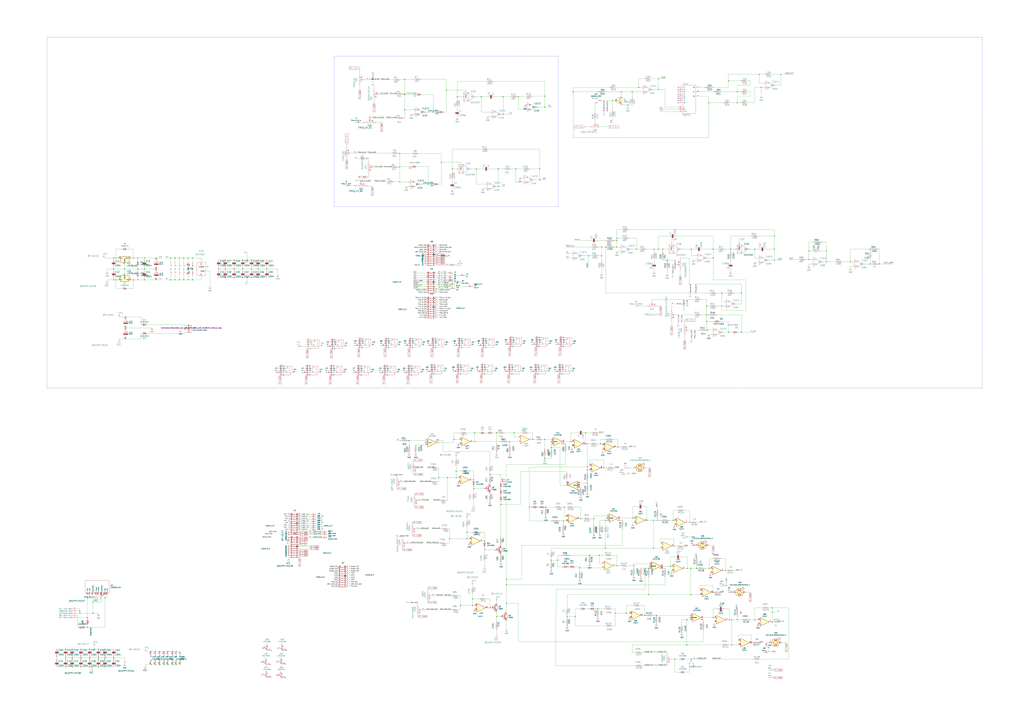
<source format=kicad_sch>
(kicad_sch (version 20211123) (generator eeschema)
  (paper "A0")
  (title_block (title "The Hypjolin") (date "25 JUN 2021") (company "Triglav Modular") (comment 1 "Circuit by Rob Hordijk & Ian Fritz"))
  (junction (at 218.44 299.72) (diameter 0.9144))
  (junction (at 83.82 754.38) (diameter 0.9144))
  (junction (at 758.825 604.52))
  (junction (at 849.63 720.09))
  (junction (at 778.51 657.86))
  (junction (at 160.02 299.72) (diameter 0.9144))
  (junction (at 598.805 196.215) (diameter 0.9144))
  (junction (at 146.05 381) (diameter 0.9144))
  (junction (at 632.46 111.76))
  (junction (at 987.425 304.165) (diameter 0.9144))
  (junction (at 521.97 626.11))
  (junction (at 741.68 101.6) (diameter 0.9144))
  (junction (at 271.78 302.26) (diameter 0.9144))
  (junction (at 618.49 510.54))
  (junction (at 828.04 299.72) (diameter 0.9144))
  (junction (at 144.78 312.42) (diameter 0.9144))
  (junction (at 1010.285 306.705) (diameter 0.9144))
  (junction (at 121.92 754.38) (diameter 0.9144))
  (junction (at 872.49 746.76))
  (junction (at 680.085 515.62))
  (junction (at 662.94 513.08))
  (junction (at 626.745 196.215) (diameter 0.9144))
  (junction (at 820.42 355.6) (diameter 0.9144))
  (junction (at 847.09 720.09))
  (junction (at 218.44 325.12) (diameter 0.9144))
  (junction (at 101.6 717.55))
  (junction (at 658.495 716.28))
  (junction (at 681.99 546.1))
  (junction (at 464.185 178.435) (diameter 0.9144))
  (junction (at 281.94 322.58) (diameter 0.9144))
  (junction (at 716.28 279.4) (diameter 0.9144))
  (junction (at 703.58 287.02) (diameter 0.9144))
  (junction (at 107.95 712.47))
  (junction (at 855.98 720.09))
  (junction (at 213.36 299.72) (diameter 0.9144))
  (junction (at 716.28 657.225))
  (junction (at 578.485 216.535) (diameter 0.9144))
  (junction (at 121.92 694.69))
  (junction (at 146.05 368.3) (diameter 0.9144))
  (junction (at 114.3 774.7) (diameter 0.9144))
  (junction (at 959.485 291.465) (diameter 0.9144))
  (junction (at 204.47 772.16))
  (junction (at 175.26 772.16))
  (junction (at 781.685 604.52))
  (junction (at 469.9 109.22))
  (junction (at 181.61 299.72) (diameter 0.9144))
  (junction (at 175.26 756.92))
  (junction (at 654.05 605.155))
  (junction (at 299.72 302.26))
  (junction (at 822.96 119.38) (diameter 0.9144))
  (junction (at 883.92 101.6) (diameter 0.9144))
  (junction (at 114.3 754.38) (diameter 0.9144))
  (junction (at 848.36 289.56) (diameter 0.9144))
  (junction (at 93.98 774.7) (diameter 0.9144))
  (junction (at 828.04 688.34))
  (junction (at 553.085 196.215) (diameter 0.9144))
  (junction (at 855.98 106.68) (diameter 0.9144))
  (junction (at 717.55 519.43))
  (junction (at 92.71 712.47))
  (junction (at 828.04 717.55))
  (junction (at 502.92 130.175) (diameter 0.9144))
  (junction (at 181.61 312.42) (diameter 0.9144))
  (junction (at 132.08 312.42) (diameter 0.9144))
  (junction (at 753.11 660.4))
  (junction (at 681.99 561.34))
  (junction (at 76.2 764.54) (diameter 0.9144))
  (junction (at 542.29 626.11))
  (junction (at 549.91 557.53))
  (junction (at 684.53 645.16))
  (junction (at 640.08 520.065))
  (junction (at 578.485 196.215) (diameter 0.9144))
  (junction (at 213.36 325.12) (diameter 0.9144))
  (junction (at 198.12 325.12) (diameter 0.9144))
  (junction (at 167.64 299.72) (diameter 0.9144))
  (junction (at 287.02 322.58) (diameter 0.9144))
  (junction (at 673.1 659.765))
  (junction (at 568.96 706.12))
  (junction (at 808.99 660.4))
  (junction (at 107.95 699.77))
  (junction (at 93.98 764.54) (diameter 0.9144))
  (junction (at 549.91 567.69))
  (junction (at 299.72 312.42) (diameter 0.9144))
  (junction (at 104.14 764.54) (diameter 0.9144))
  (junction (at 802.64 765.81))
  (junction (at 519.43 554.99))
  (junction (at 716.28 276.86) (diameter 0.9144))
  (junction (at 861.06 340.36) (diameter 0.9144))
  (junction (at 525.145 196.215) (diameter 0.9144))
  (junction (at 271.78 322.58) (diameter 0.9144))
  (junction (at 734.695 601.98))
  (junction (at 823.595 660.4))
  (junction (at 584.2 112.395) (diameter 0.9144))
  (junction (at 762 715.01))
  (junction (at 896.62 706.12))
  (junction (at 292.1 322.58) (diameter 0.9144))
  (junction (at 758.825 636.905))
  (junction (at 200.66 756.92))
  (junction (at 214.63 382.27))
  (junction (at 542.29 618.49))
  (junction (at 782.32 634.365))
  (junction (at 721.36 106.68) (diameter 0.9144))
  (junction (at 633.73 589.28))
  (junction (at 114.3 764.54) (diameter 0.9144))
  (junction (at 769.62 289.56) (diameter 0.9144))
  (junction (at 783.59 765.81))
  (junction (at 727.075 712.47))
  (junction (at 190.5 772.16))
  (junction (at 1021.08 306.705) (diameter 0.9144))
  (junction (at 734.06 106.68) (diameter 0.9144))
  (junction (at 588.01 673.1))
  (junction (at 527.05 510.54))
  (junction (at 640.08 650.875))
  (junction (at 106.68 774.7))
  (junction (at 223.52 299.72) (diameter 0.9144))
  (junction (at 820.42 365.76) (diameter 0.9144))
  (junction (at 509.27 554.99))
  (junction (at 665.48 106.68) (diameter 0.9144))
  (junction (at 689.61 602.615))
  (junction (at 694.055 707.39))
  (junction (at 838.2 355.6) (diameter 0.9144))
  (junction (at 121.92 774.7) (diameter 0.9144))
  (junction (at 101.6 728.98))
  (junction (at 551.18 513.08))
  (junction (at 748.665 715.01))
  (junction (at 548.64 703.58))
  (junction (at 697.23 515.62))
  (junction (at 899.16 274.32) (diameter 0.9144))
  (junction (at 167.64 325.12) (diameter 0.9144))
  (junction (at 121.92 764.54) (diameter 0.9144))
  (junction (at 281.94 312.42) (diameter 0.9144))
  (junction (at 200.66 772.16))
  (junction (at 134.62 325.12) (diameter 0.9144))
  (junction (at 695.96 645.16))
  (junction (at 588.01 701.04))
  (junction (at 939.165 291.465) (diameter 0.9144))
  (junction (at 906.78 86.36) (diameter 0.9144))
  (junction (at 194.945 756.92))
  (junction (at 735.965 657.225))
  (junction (at 134.62 299.72) (diameter 0.9144))
  (junction (at 764.54 289.56) (diameter 0.9144))
  (junction (at 154.94 299.72) (diameter 0.9144))
  (junction (at 845.82 93.98) (diameter 0.9144))
  (junction (at 154.94 325.12) (diameter 0.9144))
  (junction (at 530.86 112.395) (diameter 0.9144))
  (junction (at 261.62 302.26) (diameter 0.9144))
  (junction (at 160.02 325.12) (diameter 0.9144))
  (junction (at 254 312.42))
  (junction (at 681.99 542.29))
  (junction (at 701.04 543.56))
  (junction (at 104.14 754.38) (diameter 0.9144))
  (junction (at 464.185 193.675) (diameter 0.9144))
  (junction (at 109.22 754.38) (diameter 0.9144))
  (junction (at 861.06 386.08) (diameter 0.9144))
  (junction (at 180.34 772.16))
  (junction (at 764.54 104.14) (diameter 0.9144))
  (junction (at 797.56 749.3))
  (junction (at 899.16 302.26) (diameter 0.9144))
  (junction (at 271.78 312.42) (diameter 0.9144))
  (junction (at 798.195 660.4))
  (junction (at 739.14 289.56) (diameter 0.9144))
  (junction (at 208.28 299.72))
  (junction (at 548.64 695.96))
  (junction (at 881.38 86.36))
  (junction (at 802.005 690.88))
  (junction (at 83.82 764.54) (diameter 0.9144))
  (junction (at 753.11 690.88))
  (junction (at 292.1 302.26) (diameter 0.9144))
  (junction (at 558.8 112.395) (diameter 0.9144))
  (junction (at 194.945 772.16))
  (junction (at 681.99 515.62))
  (junction (at 698.5 297.18))
  (junction (at 160.02 312.42) (diameter 0.9144))
  (junction (at 838.2 340.36) (diameter 0.9144))
  (junction (at 588.01 679.45))
  (junction (at 702.945 604.52))
  (junction (at 711.2 116.84))
  (junction (at 842.645 662.94))
  (junction (at 680.085 502.92))
  (junction (at 876.3 720.09))
  (junction (at 203.2 325.12) (diameter 0.9144))
  (junction (at 190.5 756.92))
  (junction (at 208.28 325.12) (diameter 0.9144))
  (junction (at 287.02 302.26) (diameter 0.9144))
  (junction (at 576.58 716.28))
  (junction (at 647.7 650.875))
  (junction (at 223.52 325.12) (diameter 0.9144))
  (junction (at 896.62 722.63))
  (junction (at 763.27 604.52))
  (junction (at 596.9 502.92))
  (junction (at 820.42 373.38) (diameter 0.9144))
  (junction (at 292.1 312.42) (diameter 0.9144))
  (junction (at 698.5 287.02) (diameter 0.9144))
  (junction (at 849.63 749.3))
  (junction (at 101.6 694.69))
  (junction (at 764.54 91.44) (diameter 0.9144))
  (junction (at 674.37 602.615))
  (junction (at 180.34 756.92))
  (junction (at 655.32 589.28))
  (junction (at 469.9 92.075) (diameter 0.9144))
  (junction (at 76.2 774.7))
  (junction (at 828.04 289.56) (diameter 0.9144))
  (junction (at 876.3 289.56) (diameter 0.9144))
  (junction (at 204.47 756.92))
  (junction (at 181.61 325.12) (diameter 0.9144))
  (junction (at 845.82 386.08) (diameter 0.9144))
  (junction (at 614.68 589.28))
  (junction (at 591.82 513.08))
  (junction (at 800.735 607.06))
  (junction (at 584.2 132.715) (diameter 0.9144))
  (junction (at 562.61 638.81))
  (junction (at 702.945 636.905))
  (junction (at 774.7 302.26) (diameter 0.9144))
  (junction (at 626.745 208.915) (diameter 0.9144))
  (junction (at 716.28 287.02) (diameter 0.9144))
  (junction (at 821.69 383.54))
  (junction (at 132.08 325.12) (diameter 0.9144))
  (junction (at 512.445 188.595) (diameter 0.9144))
  (junction (at 551.18 502.92))
  (junction (at 562.61 628.65))
  (junction (at 529.59 547.37))
  (junction (at 899.16 289.56) (diameter 0.9144))
  (junction (at 802.005 660.4))
  (junction (at 469.9 109.855) (diameter 0.9144))
  (junction (at 198.12 299.72) (diameter 0.9144))
  (junction (at 83.82 774.7) (diameter 0.9144))
  (junction (at 185.42 756.92))
  (junction (at 309.88 312.42) (diameter 0.9144))
  (junction (at 474.98 511.81))
  (junction (at 751.205 604.52))
  (junction (at 1010.285 289.56) (diameter 0.9144))
  (junction (at 132.08 299.72) (diameter 0.9144))
  (junction (at 92.71 709.93))
  (junction (at 261.62 312.42) (diameter 0.9144))
  (junction (at 529.59 554.99))
  (junction (at 601.98 112.395) (diameter 0.9144))
  (junction (at 576.58 502.92))
  (junction (at 632.46 124.46))
  (junction (at 896.62 711.2))
  (junction (at 518.16 104.775) (diameter 0.9144))
  (junction (at 203.2 299.72) (diameter 0.9144))
  (junction (at 281.94 302.26) (diameter 0.9144))
  (junction (at 632.46 532.765))
  (junction (at 668.02 716.28))
  (junction (at 581.66 586.105))
  (junction (at 534.67 703.58))
  (junction (at 959.485 304.165) (diameter 0.9144))
  (junction (at 802.64 289.56) (diameter 0.9144))
  (junction (at 104.14 774.7) (diameter 0.9144))
  (junction (at 728.98 121.92) (diameter 0.9144))
  (junction (at 185.42 772.16))
  (junction (at 632.46 510.54))
  (junction (at 683.26 297.18) (diameter 0.9144))
  (junction (at 261.62 322.58) (diameter 0.9144))
  (junction (at 714.375 712.47))
  (junction (at 469.9 127.635) (diameter 0.9144))
  (junction (at 299.72 322.58) (diameter 0.9144))
  (junction (at 797.56 720.09))
  (junction (at 167.64 312.42) (diameter 0.9144))
  (junction (at 497.205 213.995) (diameter 0.9144))
  (junction (at 146.05 393.7) (diameter 0.9144))
  (junction (at 939.165 301.625) (diameter 0.9144))
  (junction (at 855.98 119.38) (diameter 0.9144))
  (junction (at 759.46 289.56) (diameter 0.9144))
  (junction (at 132.08 764.54) (diameter 0.9144))
  (junction (at 76.2 754.38))
  (junction (at 464.185 211.455) (diameter 0.9144))
  (junction (at 93.98 754.38) (diameter 0.9144))
  (junction (at 568.96 551.18))
  (junction (at 749.3 660.4))
  (no_connect (at 383.54 430.53))
  (no_connect (at 500.38 424.18))
  (no_connect (at 591.82 392.43))
  (no_connect (at 415.29 425.45))
  (no_connect (at 754.38 657.86))
  (no_connect (at 558.8 424.18))
  (no_connect (at 787.4 114.3))
  (no_connect (at 416.56 396.24))
  (no_connect (at 241.3 309.88))
  (no_connect (at 650.24 392.43))
  (no_connect (at 787.4 109.22))
  (no_connect (at 621.03 429.26))
  (no_connect (at 590.55 426.72))
  (no_connect (at 704.85 601.98))
  (no_connect (at 473.71 430.53))
  (no_connect (at 321.31 768.985))
  (no_connect (at 530.86 426.72))
  (no_connect (at 787.4 104.14))
  (no_connect (at 355.6 425.45))
  (no_connect (at 494.03 514.35))
  (no_connect (at 640.08 513.08))
  (no_connect (at 304.8 753.11))
  (no_connect (at 314.96 755.65))
  (no_connect (at 332.74 755.65))
  (no_connect (at 322.58 753.11))
  (no_connect (at 650.24 394.97))
  (no_connect (at 787.4 106.68))
  (no_connect (at 445.77 425.45))
  (no_connect (at 447.04 396.24))
  (no_connect (at 355.6 430.53))
  (no_connect (at 500.38 426.72))
  (no_connect (at 473.71 427.99))
  (no_connect (at 416.56 398.78))
  (no_connect (at 384.81 400.05))
  (no_connect (at 590.55 429.26))
  (no_connect (at 415.29 430.53))
  (no_connect (at 648.97 429.26))
  (no_connect (at 787.4 116.84))
  (no_connect (at 445.77 427.99))
  (no_connect (at 622.3 392.43))
  (no_connect (at 591.82 394.97))
  (no_connect (at 331.47 787.4))
  (no_connect (at 356.87 400.05))
  (no_connect (at 474.98 398.78))
  (no_connect (at 331.47 771.525))
  (no_connect (at 648.97 424.18))
  (no_connect (at 383.54 427.99))
  (no_connect (at 560.07 393.7))
  (no_connect (at 355.6 427.99))
  (no_connect (at 383.54 425.45))
  (no_connect (at 650.24 397.51))
  (no_connect (at 532.13 398.78))
  (no_connect (at 530.86 429.26))
  (no_connect (at 621.03 426.72))
  (no_connect (at 325.12 427.99))
  (no_connect (at 325.12 430.53))
  (no_connect (at 688.34 114.3))
  (no_connect (at 560.07 396.24))
  (no_connect (at 447.04 398.78))
  (no_connect (at 590.55 424.18))
  (no_connect (at 673.1 563.88))
  (no_connect (at 304.165 784.225))
  (no_connect (at 314.325 786.765))
  (no_connect (at 313.69 772.16))
  (no_connect (at 303.53 769.62))
  (no_connect (at 558.8 426.72))
  (no_connect (at 648.97 426.72))
  (no_connect (at 621.03 424.18))
  (no_connect (at 805.18 773.43))
  (no_connect (at 384.81 394.97))
  (no_connect (at 500.38 429.26))
  (no_connect (at 501.65 398.78))
  (no_connect (at 530.86 424.18))
  (no_connect (at 356.87 397.51))
  (no_connect (at 801.37 717.55))
  (no_connect (at 321.31 784.86))
  (no_connect (at 787.4 111.76))
  (no_connect (at 473.71 425.45))
  (no_connect (at 501.65 393.7))
  (no_connect (at 591.82 397.51))
  (no_connect (at 501.65 396.24))
  (no_connect (at 560.07 398.78))
  (no_connect (at 532.13 396.24))
  (no_connect (at 474.98 396.24))
  (no_connect (at 532.13 393.7))
  (no_connect (at 384.81 397.51))
  (no_connect (at 445.77 430.53))
  (no_connect (at 415.29 427.99))
  (no_connect (at 356.87 394.97))
  (no_connect (at 325.12 425.45))
  (no_connect (at 787.4 101.6))
  (no_connect (at 622.3 397.51))
  (no_connect (at 558.8 429.26))
  (no_connect (at 787.4 119.38))
  (no_connect (at 622.3 394.97))
  (wire (pts (xy 548.64 679.45) (xy 548.64 680.72)))
  (wire (pts (xy 662.94 299.72) (xy 657.225 299.72)))
  (wire (pts (xy 657.225 287.02) (xy 685.8 287.02)))
  (wire (pts (xy 881.38 274.32) (xy 899.16 274.32)))
  (wire (pts (xy 736.6 773.43) (xy 645.16 773.43)))
  (wire (pts (xy 281.94 314.96) (xy 281.94 312.42)))
  (wire (pts (xy 497.205 213.995) (xy 502.285 213.995)))
  (wire (pts (xy 529.59 530.86) (xy 529.59 532.13)))
  (wire (pts (xy 480.06 320.04) (xy 495.3 320.04)))
  (wire (pts (xy 702.945 620.395) (xy 702.945 636.905)))
  (wire (pts (xy 791.718 720.09) (xy 797.56 720.09)))
  (wire (pts (xy 701.04 707.39) (xy 694.055 707.39)))
  (wire (pts (xy 764.54 91.44) (xy 764.54 104.14)))
  (wire (pts (xy 480.06 332.74) (xy 495.3 332.74)))
  (wire (pts (xy 121.92 764.54) (xy 132.08 764.54)))
  (wire (pts (xy 655.32 513.08) (xy 662.94 513.08)))
  (wire (pts (xy 828.04 274.32) (xy 784.86 274.32)))
  (wire (pts (xy 674.37 589.28) (xy 674.37 602.615)))
  (wire (pts (xy 759.46 289.56) (xy 764.54 289.56)))
  (wire (pts (xy 697.23 515.62) (xy 699.77 515.62)))
  (wire (pts (xy 866.14 360.68) (xy 866.14 325.12)))
  (wire (pts (xy 469.9 92.075) (xy 480.06 92.075)))
  (wire (pts (xy 584.2 112.395) (xy 574.04 112.395)))
  (wire (pts (xy 632.46 531.495) (xy 632.46 532.765)))
  (wire (pts (xy 716.28 287.02) (xy 718.82 287.02)))
  (wire (pts (xy 190.5 756.92) (xy 194.945 756.92)))
  (wire (pts (xy 987.425 311.785) (xy 987.425 309.245)))
  (wire (pts (xy 822.325 365.76) (xy 820.42 365.76)))
  (wire (pts (xy 198.12 325.12) (xy 192.405 325.12)))
  (wire (pts (xy 876.3 304.8) (xy 878.84 304.8)))
  (wire (pts (xy 681.99 515.62) (xy 681.99 542.29)))
  (wire (pts (xy 657.225 600.075) (xy 655.32 600.075)))
  (wire (pts (xy 759.46 292.1) (xy 759.46 289.56)))
  (wire (pts (xy 138.43 393.7) (xy 146.05 393.7)))
  (wire (pts (xy 576.58 502.92) (xy 572.77 502.92)))
  (wire (pts (xy 542.29 613.41) (xy 542.29 618.49)))
  (wire (pts (xy 798.83 635) (xy 795.02 635)))
  (wire (pts (xy 915.67 765.81) (xy 915.67 706.12)))
  (wire (pts (xy 657.86 558.165) (xy 657.86 561.34)))
  (wire (pts (xy 812.8 111.76) (xy 822.96 111.76)))
  (wire (pts (xy 640.08 521.335) (xy 640.08 520.065)))
  (wire (pts (xy 959.485 281.305) (xy 954.405 281.305)))
  (wire (pts (xy 735.965 607.06) (xy 734.695 607.06)))
  (wire (pts (xy 944.245 281.305) (xy 939.165 281.305)))
  (wire (pts (xy 514.35 511.81) (xy 509.27 511.81)))
  (wire (pts (xy 514.35 524.51) (xy 514.35 511.81)))
  (wire (pts (xy 466.09 92.71) (xy 469.9 92.075)))
  (wire (pts (xy 292.1 312.42) (xy 292.1 309.88)))
  (wire (pts (xy 625.475 589.28) (xy 624.84 589.28)))
  (wire (pts (xy 791.21 647.065) (xy 798.195 647.065)))
  (wire (pts (xy 812.8 106.68) (xy 828.04 106.68)))
  (wire (pts (xy 899.16 289.56) (xy 889 289.56)))
  (wire (pts (xy 764.54 289.56) (xy 769.62 289.56)))
  (wire (pts (xy 798.195 607.06) (xy 800.735 607.06)))
  (wire (pts (xy 959.485 304.165) (xy 956.945 304.165)))
  (wire (pts (xy 1021.08 289.56) (xy 1020.445 289.56)))
  (wire (pts (xy 167.64 325.12) (xy 167.64 322.58)))
  (wire (pts (xy 477.52 132.715) (xy 480.06 132.715)))
  (wire (pts (xy 104.14 764.54) (xy 104.14 762)))
  (wire (pts (xy 656.59 515.62) (xy 655.32 515.62)))
  (wire (pts (xy 581.66 551.18) (xy 568.96 551.18)))
  (wire (pts (xy 758.19 758.19) (xy 746.76 758.19)))
  (wire (pts (xy 578.485 216.535) (xy 586.105 216.535)))
  (wire (pts (xy 668.02 707.39) (xy 673.1 707.39)))
  (wire (pts (xy 427.355 216.535) (xy 426.72 215.9)))
  (wire (pts (xy 842.645 648.97) (xy 837.565 648.97)))
  (wire (pts (xy 828.04 325.12) (xy 866.14 325.12)))
  (wire (pts (xy 800.735 593.09) (xy 795.655 593.09)))
  (wire (pts (xy 681.99 548.64) (xy 681.99 546.1)))
  (wire (pts (xy 807.72 383.54) (xy 811.53 383.54)))
  (wire (pts (xy 716.28 276.86) (xy 721.36 276.86)))
  (wire (pts (xy 322.58 312.42) (xy 322.58 319.405)))
  (wire (pts (xy 750.57 543.56) (xy 754.38 543.56)))
  (wire (pts (xy 497.205 213.995) (xy 489.585 213.995)))
  (wire (pts (xy 678.18 502.92) (xy 680.085 502.92)))
  (wire (pts (xy 759.46 773.43) (xy 774.7 773.43)))
  (wire (pts (xy 132.08 299.72) (xy 134.62 299.72)))
  (wire (pts (xy 114.3 754.38) (xy 121.92 754.38)))
  (wire (pts (xy 698.5 287.02) (xy 698.5 297.18)))
  (wire (pts (xy 778.51 647.065) (xy 778.51 657.86)))
  (wire (pts (xy 422.91 92.71) (xy 440.69 92.71)))
  (wire (pts (xy 198.12 325.12) (xy 198.12 320.04)))
  (wire (pts (xy 812.8 685.8) (xy 812.8 680.085)))
  (wire (pts (xy 427.99 186.69) (xy 427.99 185.42)))
  (wire (pts (xy 505.46 327.66) (xy 529.59 327.66)))
  (wire (pts (xy 175.26 756.92) (xy 180.34 756.92)))
  (wire (pts (xy 894.08 302.26) (xy 899.16 302.26)))
  (wire (pts (xy 734.06 749.3) (xy 734.06 758.19)))
  (wire (pts (xy 532.13 515.62) (xy 533.4 515.62)))
  (wire (pts (xy 121.92 764.54) (xy 121.92 762)))
  (wire (pts (xy 632.46 125.095) (xy 640.08 124.46)))
  (wire (pts (xy 163.83 377.19) (xy 163.83 368.3)))
  (wire (pts (xy 881.38 86.36) (xy 886.46 86.36)))
  (wire (pts (xy 695.96 654.685) (xy 695.96 645.16)))
  (wire (pts (xy 514.35 692.15) (xy 501.65 692.15)))
  (wire (pts (xy 104.14 767.08) (xy 104.14 764.54)))
  (wire (pts (xy 553.085 213.995) (xy 563.245 213.995)))
  (wire (pts (xy 727.075 712.47) (xy 730.885 712.47)))
  (wire (pts (xy 840.74 350.52) (xy 838.2 350.52)))
  (wire (pts (xy 551.18 513.08) (xy 548.64 513.08)))
  (wire (pts (xy 515.62 692.15) (xy 523.24 692.15)))
  (wire (pts (xy 562.61 636.27) (xy 562.61 638.81)))
  (wire (pts (xy 693.42 279.4) (xy 703.58 279.4)))
  (wire (pts (xy 66.04 774.7) (xy 76.2 774.7)))
  (wire (pts (xy 764.54 274.32) (xy 777.24 274.32)))
  (wire (pts (xy 719.455 657.225) (xy 716.28 657.225)))
  (wire (pts (xy 588.01 679.45) (xy 772.16 679.45)))
  (wire (pts (xy 614.68 605.155) (xy 614.68 589.28)))
  (wire (pts (xy 640.08 636.905) (xy 702.945 636.905)))
  (wire (pts (xy 107.95 699.77) (xy 118.11 699.77)))
  (wire (pts (xy 828.04 289.56) (xy 828.04 274.32)))
  (wire (pts (xy 680.085 515.62) (xy 679.45 515.62)))
  (wire (pts (xy 346.71 608.33) (xy 361.95 608.33)))
  (wire (pts (xy 673.1 659.765) (xy 673.1 663.575)))
  (wire (pts (xy 798.195 660.4) (xy 795.02 660.4)))
  (wire (pts (xy 223.52 304.8) (xy 223.52 299.72)))
  (wire (pts (xy 502.92 581.66) (xy 509.27 581.66)))
  (wire (pts (xy 828.04 717.55) (xy 816.61 717.55)))
  (wire (pts (xy 951.865 291.465) (xy 959.485 291.465)))
  (wire (pts (xy 502.92 109.855) (xy 502.92 130.175)))
  (wire (pts (xy 494.03 516.89) (xy 482.6 516.89)))
  (wire (pts (xy 132.08 325.12) (xy 134.62 325.12)))
  (wire (pts (xy 684.53 546.1) (xy 681.99 546.1)))
  (wire (pts (xy 464.185 193.675) (xy 464.185 211.455)))
  (wire (pts (xy 534.67 703.58) (xy 534.67 708.66)))
  (wire (pts (xy 90.17 715.01) (xy 90.17 728.98)))
  (wire (pts (xy 76.2 774.7) (xy 83.82 774.7)))
  (wire (pts (xy 824.865 660.4) (xy 823.595 660.4)))
  (wire (pts (xy 598.805 211.455) (xy 606.425 211.455)))
  (wire (pts (xy 121.92 754.38) (xy 132.08 754.38)))
  (wire (pts (xy 838.2 119.38) (xy 822.96 119.38)))
  (wire (pts (xy 209.55 382.27) (xy 214.63 382.27)))
  (wire (pts (xy 542.29 626.11) (xy 544.83 626.11)))
  (wire (pts (xy 820.42 365.76) (xy 820.42 373.38)))
  (wire (pts (xy 1010.92 306.705) (xy 1010.285 306.705)))
  (wire (pts (xy 689.61 602.615) (xy 689.61 599.44)))
  (wire (pts (xy 842.645 662.94) (xy 842.645 648.97)))
  (wire (pts (xy 828.04 289.56) (xy 828.04 299.72)))
  (wire (pts (xy 815.34 347.98) (xy 820.42 347.98)))
  (wire (pts (xy 90.17 728.98) (xy 91.44 728.98)))
  (wire (pts (xy 487.68 560.07) (xy 499.11 560.07)))
  (wire (pts (xy 816.61 732.79) (xy 816.61 745.49)))
  (wire (pts (xy 676.275 602.615) (xy 674.37 602.615)))
  (wire (pts (xy 144.78 312.42) (xy 144.78 317.5)))
  (wire (pts (xy 784.86 635) (xy 782.32 634.365)))
  (wire (pts (xy 795.02 394.97) (xy 795.02 391.16)))
  (wire (pts (xy 509.905 213.995) (xy 512.445 213.995)))
  (wire (pts (xy 114.3 774.7) (xy 121.92 774.7)))
  (wire (pts (xy 614.68 589.28) (xy 614.68 542.925)))
  (wire (pts (xy 838.2 360.68) (xy 866.14 360.68)))
  (wire (pts (xy 154.94 299.72) (xy 152.4 299.72)))
  (wire (pts (xy 614.68 542.925) (xy 681.99 542.29)))
  (wire (pts (xy 529.59 542.29) (xy 529.59 547.37)))
  (wire (pts (xy 714.375 712.47) (xy 727.075 712.47)))
  (wire (pts (xy 346.71 600.71) (xy 361.95 600.71)))
  (wire (pts (xy 601.98 127) (xy 609.6 127)))
  (wire (pts (xy 748.665 703.58) (xy 748.665 715.01)))
  (wire (pts (xy 845.82 373.38) (xy 845.82 386.08)))
  (wire (pts (xy 753.11 660.4) (xy 754.38 660.4)))
  (wire (pts (xy 114.3 712.47) (xy 114.3 713.74)))
  (wire (pts (xy 843.28 289.56) (xy 848.36 289.56)))
  (wire (pts (xy 667.385 589.28) (xy 674.37 589.28)))
  (wire (pts (xy 783.59 765.81) (xy 783.59 781.05)))
  (wire (pts (xy 787.4 129.54) (xy 766.445 129.54)))
  (wire (pts (xy 718.82 292.1) (xy 716.28 292.1)))
  (wire (pts (xy 689.61 599.44) (xy 704.85 599.44)))
  (wire (pts (xy 802.64 297.18) (xy 807.72 297.18)))
  (wire (pts (xy 665.48 101.6) (xy 706.12 101.6)))
  (wire (pts (xy 828.04 680.085) (xy 828.04 688.34)))
  (wire (pts (xy 530.86 94.615) (xy 530.86 112.395)))
  (wire (pts (xy 694.055 707.39) (xy 691.515 707.39)))
  (wire (pts (xy 93.98 764.54) (xy 93.98 762)))
  (wire (pts (xy 576.58 716.28) (xy 580.39 716.28)))
  (wire (pts (xy 906.78 86.36) (xy 906.78 99.06)))
  (wire (pts (xy 214.63 381) (xy 214.63 382.27)))
  (wire (pts (xy 674.37 566.42) (xy 673.1 566.42)))
  (wire (pts (xy 838.2 355.6) (xy 833.12 355.6)))
  (wire (pts (xy 214.63 386.08) (xy 217.17 386.08)))
  (wire (pts (xy 359.41 621.03) (xy 374.65 621.03)))
  (wire (pts (xy 490.22 109.855) (xy 502.92 109.855)))
  (wire (pts (xy 751.205 604.52) (xy 751.205 588.645)))
  (wire (pts (xy 739.14 289.56) (xy 741.68 289.56)))
  (wire (pts (xy 406.4 215.9) (xy 410.845 215.265)))
  (wire (pts (xy 881.38 96.52) (xy 881.38 86.36)))
  (wire (pts (xy 802.64 765.81) (xy 820.42 765.81)))
  (wire (pts (xy 106.68 774.7) (xy 114.3 774.7)))
  (wire (pts (xy 548.005 196.215) (xy 553.085 196.215)))
  (wire (pts (xy 568.325 173.355) (xy 626.745 173.355)))
  (wire (pts (xy 721.36 106.68) (xy 721.36 111.76)))
  (wire (pts (xy 541.02 104.775) (xy 518.16 104.775)))
  (wire (pts (xy 820.42 347.98) (xy 820.42 355.6)))
  (wire (pts (xy 271.78 312.42) (xy 281.94 312.42)))
  (wire (pts (xy 114.3 697.23) (xy 116.84 697.23)))
  (wire (pts (xy 132.08 309.88) (xy 132.08 312.42)))
  (wire (pts (xy 83.82 754.38) (xy 93.98 754.38)))
  (wire (pts (xy 588.01 701.04) (xy 588.01 711.2)))
  (wire (pts (xy 896.62 706.12) (xy 915.67 706.12)))
  (wire (pts (xy 549.91 557.53) (xy 547.37 557.53)))
  (wire (pts (xy 459.74 623.57) (xy 467.36 623.57)))
  (wire (pts (xy 163.83 393.7) (xy 163.83 387.35)))
  (wire (pts (xy 617.22 589.28) (xy 614.68 589.28)))
  (wire (pts (xy 144.78 764.54) (xy 144.78 771.525)))
  (wire (pts (xy 896.62 722.63) (xy 896.62 711.2)))
  (wire (pts (xy 640.08 532.765) (xy 640.08 531.495)))
  (wire (pts (xy 840.74 386.08) (xy 845.82 386.08)))
  (wire (pts (xy 734.06 758.19) (xy 736.6 758.19)))
  (wire (pts (xy 512.445 178.435) (xy 487.045 178.435)))
  (wire (pts (xy 662.305 645.16) (xy 684.53 645.16)))
  (wire (pts (xy 679.45 147.32) (xy 683.26 147.32)))
  (wire (pts (xy 521.97 626.11) (xy 542.29 626.11)))
  (wire (pts (xy 797.56 749.3) (xy 734.06 749.3)))
  (wire (pts (xy 134.62 335.28) (xy 134.62 325.12)))
  (wire (pts (xy 782.32 307.34) (xy 784.86 307.34)))
  (wire (pts (xy 605.79 633.73) (xy 605.79 673.1)))
  (wire (pts (xy 565.15 695.96) (xy 568.96 695.96)))
  (wire (pts (xy 735.965 657.225) (xy 735.965 659.765)))
  (wire (pts (xy 703.58 543.56) (xy 701.04 543.56)))
  (wire (pts (xy 621.03 510.54) (xy 618.49 510.54)))
  (wire (pts (xy 505.46 332.74) (xy 543.56 332.74)))
  (wire (pts (xy 855.98 99.06) (xy 855.98 106.68)))
  (wire (pts (xy 512.445 188.595) (xy 512.445 178.435)))
  (wire (pts (xy 656.59 525.78) (xy 656.59 539.75)))
  (wire (pts (xy 521.97 614.68) (xy 521.97 626.11)))
  (wire (pts (xy 654.05 608.965) (xy 654.05 605.155)))
  (polyline (pts (xy 54.61 43.18) (xy 54.61 450.85)))
  (wire (pts (xy 426.72 205.74) (xy 427.99 205.74)))
  (wire (pts (xy 209.296 772.16) (xy 204.47 772.16)))
  (wire (pts (xy 820.42 355.6) (xy 820.42 365.76)))
  (wire (pts (xy 673.1 279.4) (xy 685.8 279.4)))
  (wire (pts (xy 772.16 124.46) (xy 787.4 124.46)))
  (wire (pts (xy 847.09 749.3) (xy 849.63 749.3)))
  (wire (pts (xy 558.8 112.395) (xy 566.42 112.395)))
  (wire (pts (xy 779.78 765.81) (xy 783.59 765.81)))
  (wire (pts (xy 853.44 340.36) (xy 861.06 340.36)))
  (wire (pts (xy 88.9 717.55) (xy 101.6 717.55)))
  (wire (pts (xy 769.62 289.56) (xy 774.7 289.56)))
  (wire (pts (xy 480.06 317.5) (xy 495.3 317.5)))
  (wire (pts (xy 114.3 764.54) (xy 121.92 764.54)))
  (wire (pts (xy 463.55 194.31) (xy 464.185 193.675)))
  (wire (pts (xy 154.94 289.56) (xy 148.59 289.56)))
  (wire (pts (xy 797.56 720.09) (xy 801.37 720.09)))
  (wire (pts (xy 680.085 502.92) (xy 685.8 502.92)))
  (wire (pts (xy 759.46 312.42) (xy 759.46 316.23)))
  (wire (pts (xy 521.97 626.11) (xy 521.97 631.19)))
  (wire (pts (xy 1010.285 289.56) (xy 1010.285 292.735)))
  (wire (pts (xy 93.98 767.08) (xy 93.98 764.54)))
  (wire (pts (xy 824.865 666.75) (xy 824.865 665.48)))
  (wire (pts (xy 808.99 660.4) (xy 802.005 660.4)))
  (wire (pts (xy 758.825 604.52) (xy 758.825 636.905)))
  (wire (pts (xy 883.92 706.12) (xy 876.3 706.12)))
  (wire (pts (xy 701.04 543.56) (xy 701.04 534.67)))
  (wire (pts (xy 83.82 774.7) (xy 93.98 774.7)))
  (wire (pts (xy 168.91 772.16) (xy 175.26 772.16)))
  (wire (pts (xy 124.46 312.42) (xy 124.46 316.23)))
  (wire (pts (xy 769.62 302.26) (xy 774.7 302.26)))
  (wire (pts (xy 774.7 302.26) (xy 784.86 302.26)))
  (wire (pts (xy 568.96 539.75) (xy 568.96 524.51)))
  (wire (pts (xy 896.62 711.2) (xy 896.62 706.12)))
  (wire (pts (xy 464.185 178.435) (xy 476.885 178.435)))
  (wire (pts (xy 673.1 658.495) (xy 673.1 659.765)))
  (wire (pts (xy 876.3 299.72) (xy 876.3 289.56)))
  (wire (pts (xy 434.34 210.82) (xy 448.31 210.82)))
  (wire (pts (xy 653.415 589.28) (xy 655.32 589.28)))
  (wire (pts (xy 816.61 720.09) (xy 816.61 722.63)))
  (wire (pts (xy 261.62 312.42) (xy 254 312.42)))
  (wire (pts (xy 828.04 289.56) (xy 833.12 289.56)))
  (wire (pts (xy 160.02 302.26) (xy 160.02 299.72)))
  (wire (pts (xy 154.94 325.12) (xy 160.02 325.12)))
  (wire (pts (xy 434.34 101.6) (xy 434.34 99.06)))
  (wire (pts (xy 782.955 604.52) (xy 781.685 604.52)))
  (wire (pts (xy 727.075 712.47) (xy 727.075 703.58)))
  (wire (pts (xy 782.955 610.87) (xy 782.955 609.6)))
  (wire (pts (xy 346.71 605.79) (xy 361.95 605.79)))
  (wire (pts (xy 429.26 137.16) (xy 445.77 137.16)))
  (wire (pts (xy 233.68 322.58) (xy 233.68 325.12)))
  (wire (pts (xy 805.18 302.26) (xy 807.72 302.26)))
  (wire (pts (xy 509.27 514.35) (xy 527.05 514.35)))
  (wire (pts (xy 132.08 764.54) (xy 144.78 764.54)))
  (wire (pts (xy 107.95 712.47) (xy 114.3 712.47)))
  (wire (pts (xy 822.96 111.76) (xy 822.96 119.38)))
  (wire (pts (xy 734.06 106.68) (xy 734.06 111.76)))
  (wire (pts (xy 716.28 276.86) (xy 716.28 266.7)))
  (wire (pts (xy 167.64 312.42) (xy 167.64 314.96)))
  (wire (pts (xy 548.64 695.96) (xy 548.64 703.58)))
  (wire (pts (xy 576.58 711.2) (xy 576.58 716.28)))
  (wire (pts (xy 591.82 513.08) (xy 591.82 516.89)))
  (wire (pts (xy 519.43 631.19) (xy 521.97 631.19)))
  (wire (pts (xy 590.55 513.08) (xy 591.82 513.08)))
  (wire (pts (xy 445.77 194.31) (xy 453.39 194.31)))
  (wire (pts (xy 549.91 547.37) (xy 549.91 557.53)))
  (wire (pts (xy 861.06 353.06) (xy 855.98 353.06)))
  (wire (pts (xy 200.66 772.16) (xy 204.47 772.16)))
  (wire (pts (xy 698.5 297.18) (xy 698.5 302.26)))
  (wire (pts (xy 548.64 695.96) (xy 554.99 695.96)))
  (wire (pts (xy 529.59 547.37) (xy 529.59 554.99)))
  (wire (pts (xy 584.2 112.395) (xy 591.82 112.395)))
  (wire (pts (xy 271.78 312.42) (xy 271.78 309.88)))
  (wire (pts (xy 626.745 208.915) (xy 633.73 208.915)))
  (wire (pts (xy 121.92 767.08) (xy 121.92 764.54)))
  (wire (pts (xy 774.7 312.42) (xy 774.7 318.77)))
  (wire (pts (xy 734.06 106.68) (xy 744.22 106.68)))
  (wire (pts (xy 767.08 631.825) (xy 767.08 626.11)))
  (wire (pts (xy 847.09 720.09) (xy 844.55 720.09)))
  (wire (pts (xy 543.56 502.92) (xy 551.18 502.92)))
  (wire (pts (xy 848.36 312.42) (xy 848.36 316.23)))
  (wire (pts (xy 896.62 711.2) (xy 901.7 711.2)))
  (wire (pts (xy 698.5 318.135) (xy 698.5 312.42)))
  (wire (pts (xy 525.145 219.075) (xy 525.145 220.98)))
  (wire (pts (xy 512.445 213.995) (xy 512.445 188.595)))
  (wire (pts (xy 271.78 314.96) (xy 271.78 312.42)))
  (wire (pts (xy 427.99 205.74) (xy 427.99 201.93)))
  (wire (pts (xy 576.58 736.6) (xy 576.58 731.52)))
  (wire (pts (xy 779.78 358.14) (xy 779.78 354.33)))
  (wire (pts (xy 494.03 511.81) (xy 474.98 511.81)))
  (wire (pts (xy 798.195 647.065) (xy 798.195 660.4)))
  (wire (pts (xy 464.185 193.675) (xy 476.885 193.675)))
  (wire (pts (xy 734.695 588.645) (xy 734.695 601.98)))
  (wire (pts (xy 821.69 383.54) (xy 825.5 383.54)))
  (wire (pts (xy 99.06 728.98) (xy 101.6 728.98)))
  (wire (pts (xy 741.68 91.44) (xy 746.76 91.44)))
  (wire (pts (xy 759.46 289.56) (xy 751.84 289.56)))
  (wire (pts (xy 899.16 274.32) (xy 899.16 266.7)))
  (wire (pts (xy 596.9 508) (xy 596.9 502.92)))
  (wire (pts (xy 802.64 289.56) (xy 802.64 297.18)))
  (wire (pts (xy 132.08 312.42) (xy 124.46 312.42)))
  (wire (pts (xy 568.96 706.12) (xy 566.42 706.12)))
  (wire (pts (xy 480.06 330.2) (xy 495.3 330.2)))
  (wire (pts (xy 655.32 600.075) (xy 655.32 589.28)))
  (wire (pts (xy 899.16 302.26) (xy 908.05 302.26)))
  (wire (pts (xy 714.375 712.47) (xy 714.375 727.075)))
  (wire (pts (xy 546.1 547.37) (xy 549.91 547.37)))
  (wire (pts (xy 861.06 365.76) (xy 832.485 365.76)))
  (wire (pts (xy 783.59 765.81) (xy 788.67 765.81)))
  (wire (pts (xy 83.82 764.54) (xy 76.2 764.54)))
  (wire (pts (xy 152.4 325.12) (xy 154.94 325.12)))
  (wire (pts (xy 815.34 365.76) (xy 820.42 365.76)))
  (wire (pts (xy 140.97 289.56) (xy 134.62 289.56)))
  (wire (pts (xy 458.47 210.82) (xy 464.185 211.455)))
  (wire (pts (xy 346.71 598.17) (xy 361.95 598.17)))
  (wire (pts (xy 436.88 142.24) (xy 443.23 142.24)))
  (wire (pts (xy 647.7 650.875) (xy 647.7 645.16)))
  (wire (pts (xy 735.965 657.225) (xy 735.965 655.32)))
  (wire (pts (xy 214.63 378.46) (xy 214.63 377.19)))
  (wire (pts (xy 778.51 657.86) (xy 779.78 657.86)))
  (wire (pts (xy 160.02 299.72) (xy 154.94 299.72)))
  (wire (pts (xy 472.44 631.19) (xy 491.49 631.19)))
  (wire (pts (xy 680.085 515.62) (xy 681.99 515.62)))
  (wire (pts (xy 146.05 381) (xy 176.53 381)))
  (wire (pts (xy 553.72 112.395) (xy 558.8 112.395)))
  (wire (pts (xy 562.61 638.81) (xy 562.61 642.62)))
  (wire (pts (xy 764.54 355.6) (xy 767.08 355.6)))
  (wire (pts (xy 359.41 618.49) (xy 374.65 618.49)))
  (wire (pts (xy 808.99 657.225) (xy 808.99 660.4)))
  (wire (pts (xy 734.695 607.06) (xy 734.695 608.965)))
  (wire (pts (xy 292.1 312.42) (xy 299.72 312.42)))
  (wire (pts (xy 847.09 707.39) (xy 847.09 720.09)))
  (wire (pts (xy 604.52 548.005) (xy 604.52 586.105)))
  (wire (pts (xy 542.29 618.49) (xy 548.64 618.49)))
  (wire (pts (xy 160.02 309.88) (xy 160.02 312.42)))
  (wire (pts (xy 505.46 322.58) (xy 520.7 322.58)))
  (wire (pts (xy 802.005 660.4) (xy 798.195 660.4)))
  (wire (pts (xy 690.88 129.54) (xy 690.88 119.38)))
  (wire (pts (xy 855.98 720.09) (xy 861.06 720.09)))
  (wire (pts (xy 417.83 100.33) (xy 417.83 104.14)))
  (wire (pts (xy 772.16 660.4) (xy 769.62 660.4)))
  (wire (pts (xy 548.64 690.88) (xy 548.64 695.96)))
  (wire (pts (xy 716.28 657.225) (xy 714.375 657.225)))
  (wire (pts (xy 655.32 589.28) (xy 657.225 589.28)))
  (wire (pts (xy 717.55 519.43) (xy 715.01 519.43)))
  (wire (pts (xy 877.57 386.08) (xy 861.06 386.08)))
  (wire (pts (xy 764.54 104.14) (xy 772.16 104.14)))
  (wire (pts (xy 654.05 605.155) (xy 657.225 605.155)))
  (wire (pts (xy 702.31 510.54) (xy 697.23 510.54)))
  (wire (pts (xy 1010.285 300.355) (xy 1010.285 306.705)))
  (wire (pts (xy 530.86 137.16) (xy 530.86 135.255)))
  (wire (pts (xy 132.08 325.12) (xy 124.46 325.12)))
  (wire (pts (xy 346.71 615.95) (xy 361.95 615.95)))
  (wire (pts (xy 474.98 511.81) (xy 474.98 516.89)))
  (wire (pts (xy 217.17 381) (xy 214.63 381)))
  (wire (pts (xy 505.46 330.2) (xy 523.24 330.2)))
  (wire (pts (xy 180.34 772.16) (xy 185.42 772.16)))
  (wire (pts (xy 241.3 314.96) (xy 243.84 314.96)))
  (wire (pts (xy 650.24 605.155) (xy 654.05 605.155)))
  (wire (pts (xy 140.97 335.28) (xy 134.62 335.28)))
  (wire (pts (xy 868.68 93.98) (xy 871.22 93.98)))
  (wire (pts (xy 601.98 745.49) (xy 601.98 701.04)))
  (wire (pts (xy 706.12 116.84) (xy 711.2 116.84)))
  (wire (pts (xy 876.3 101.6) (xy 883.92 101.6)))
  (wire (pts (xy 815.34 289.56) (xy 828.04 289.56)))
  (wire (pts (xy 154.94 335.28) (xy 148.59 335.28)))
  (wire (pts (xy 791.718 726.186) (xy 791.718 720.09)))
  (wire (pts (xy 640.08 520.065) (xy 640.08 515.62)))
  (wire (pts (xy 146.05 368.3) (xy 138.43 368.3)))
  (wire (pts (xy 261.62 314.96) (xy 261.62 312.42)))
  (wire (pts (xy 594.36 196.215) (xy 598.805 196.215)))
  (wire (pts (xy 576.58 527.05) (xy 576.58 525.78)))
  (wire (pts (xy 218.44 325.12) (xy 218.44 320.04)))
  (wire (pts (xy 808.99 330.2) (xy 861.06 330.2)))
  (wire (pts (xy 109.22 754.38) (xy 109.22 750.57)))
  (wire (pts (xy 840.74 688.34) (xy 838.2 688.34)))
  (wire (pts (xy 739.14 276.86) (xy 739.14 289.56)))
  (wire (pts (xy 633.73 589.915) (xy 633.73 589.28)))
  (wire (pts (xy 744.22 660.4) (xy 749.3 660.4)))
  (wire (pts (xy 822.96 355.6) (xy 820.42 355.6)))
  (wire (pts (xy 185.42 772.16) (xy 190.5 772.16)))
  (wire (pts (xy 711.2 137.16) (xy 711.2 142.875)))
  (wire (pts (xy 782.32 626.11) (xy 782.32 634.365)))
  (wire (pts (xy 861.695 662.94) (xy 852.805 662.94)))
  (wire (pts (xy 939.165 281.305) (xy 939.165 291.465)))
  (wire (pts (xy 459.74 511.81) (xy 464.82 511.81)))
  (wire (pts (xy 505.46 335.28) (xy 523.24 335.28)))
  (wire (pts (xy 213.36 325.12) (xy 218.44 325.12)))
  (wire (pts (xy 735.965 655.32) (xy 754.38 655.32)))
  (wire (pts (xy 480.06 534.67) (xy 480.06 535.94)))
  (wire (pts (xy 798.83 347.98) (xy 805.18 347.98)))
  (wire (pts (xy 588.01 701.04) (xy 601.98 701.04)))
  (wire (pts (xy 233.68 299.72) (xy 233.68 302.26)))
  (wire (pts (xy 588.01 721.36) (xy 588.01 731.52)))
  (wire (pts (xy 83.82 764.54) (xy 93.98 764.54)))
  (wire (pts (xy 822.96 299.72) (xy 828.04 299.72)))
  (wire (pts (xy 505.46 308.61) (xy 529.59 308.61)))
  (wire (pts (xy 939.165 291.465) (xy 944.245 291.465)))
  (wire (pts (xy 762 715.01) (xy 801.37 715.01)))
  (wire (pts (xy 335.28 647.7) (xy 336.55 647.7)))
  (wire (pts (xy 632.46 94.615) (xy 574.04 94.615)))
  (wire (pts (xy 822.96 633.73) (xy 828.04 633.73)))
  (wire (pts (xy 878.84 299.72) (xy 876.3 299.72)))
  (wire (pts (xy 180.34 756.92) (xy 185.42 756.92)))
  (wire (pts (xy 703.58 340.36) (xy 822.96 340.36)))
  (wire (pts (xy 722.63 614.68) (xy 722.63 633.73)))
  (wire (pts (xy 213.36 320.04) (xy 213.36 325.12)))
  (wire (pts (xy 899.16 274.32) (xy 899.16 289.56)))
  (wire (pts (xy 486.41 581.66) (xy 497.84 581.66)))
  (wire (pts (xy 588.01 673.1) (xy 588.01 679.45)))
  (wire (pts (xy 658.495 716.28) (xy 668.02 716.28)))
  (wire (pts (xy 83.82 764.54) (xy 83.82 762)))
  (wire (pts (xy 621.665 208.915) (xy 626.745 208.915)))
  (wire (pts (xy 753.11 670.56) (xy 753.11 690.88)))
  (wire (pts (xy 820.42 373.38) (xy 820.42 383.54)))
  (wire (pts (xy 702.945 604.52) (xy 704.85 604.52)))
  (wire (pts (xy 781.685 604.52) (xy 777.24 604.52)))
  (wire (pts (xy 427.355 216.535) (xy 432.435 216.535)))
  (wire (pts (xy 160.02 312.42) (xy 167.64 312.42)))
  (wire (pts (xy 534.67 692.15) (xy 534.67 703.58)))
  (wire (pts (xy 281.94 312.42) (xy 281.94 309.88)))
  (wire (pts (xy 218.44 304.8) (xy 218.44 299.72)))
  (wire (pts (xy 76.2 754.38) (xy 83.82 754.38)))
  (wire (pts (xy 716.28 266.7) (xy 721.36 266.7)))
  (wire (pts (xy 167.64 312.42) (xy 167.64 309.88)))
  (wire (pts (xy 713.74 287.02) (xy 716.28 287.02)))
  (wire (pts (xy 632.46 111.76) (xy 632.46 124.46)))
  (wire (pts (xy 208.28 320.04) (xy 208.28 325.12)))
  (wire (pts (xy 857.25 744.22) (xy 857.25 737.87)))
  (wire (pts (xy 92.71 709.93) (xy 92.71 712.47)))
  (wire (pts (xy 896.62 706.12) (xy 894.08 706.12)))
  (wire (pts (xy 598.805 196.215) (xy 606.425 196.215)))
  (wire (pts (xy 160.02 322.58) (xy 160.02 325.12)))
  (wire (pts (xy 693.42 106.68) (xy 665.48 106.68)))
  (wire (pts (xy 855.98 702.31) (xy 855.98 706.12)))
  (wire (pts (xy 720.09 601.98) (xy 734.695 601.98)))
  (wire (pts (xy 665.48 106.68) (xy 665.48 101.6)))
  (wire (pts (xy 208.28 325.12) (xy 213.36 325.12)))
  (wire (pts (xy 741.68 101.6) (xy 716.28 101.6)))
  (wire (pts (xy 168.91 756.92) (xy 175.26 756.92)))
  (wire (pts (xy 618.49 502.92) (xy 618.49 510.54)))
  (wire (pts (xy 748.665 715.01) (xy 746.125 715.01)))
  (wire (pts (xy 849.63 749.3) (xy 857.25 749.3)))
  (wire (pts (xy 448.31 137.16) (xy 459.74 137.16)))
  (wire (pts (xy 309.88 309.88) (xy 309.88 312.42)))
  (wire (pts (xy 855.98 720.09) (xy 849.63 720.09)))
  (wire (pts (xy 209.55 383.54) (xy 209.55 382.27)))
  (wire (pts (xy 542.29 601.98) (xy 542.29 603.25)))
  (wire (pts (xy 873.125 746.76) (xy 872.49 746.76)))
  (wire (pts (xy 772.16 104.14) (xy 772.16 124.46)))
  (wire (pts (xy 527.05 510.54) (xy 533.4 510.54)))
  (wire (pts (xy 632.46 125.095) (xy 632.46 124.46)))
  (wire (pts (xy 83.82 767.08) (xy 83.82 764.54)))
  (wire (pts (xy 167.64 325.12) (xy 181.61 325.12)))
  (wire (pts (xy 181.61 325.12) (xy 188.595 325.12)))
  (wire (pts (xy 194.945 756.92) (xy 200.66 756.92)))
  (wire (pts (xy 800.1 330.2) (xy 802.64 330.2)))
  (wire (pts (xy 464.185 211.455) (xy 474.345 211.455)))
  (wire (pts (xy 822.96 119.38) (xy 822.96 160.02)))
  (wire (pts (xy 203.2 304.8) (xy 203.2 299.72)))
  (wire (pts (xy 857.25 386.08) (xy 861.06 386.08)))
  (wire (pts (xy 1021.08 289.56) (xy 1021.08 306.705)))
  (wire (pts (xy 549.91 567.69) (xy 549.91 571.5)))
  (wire (pts (xy 845.82 386.08) (xy 849.63 386.08)))
  (wire (pts (xy 849.63 720.09) (xy 847.09 720.09)))
  (wire (pts (xy 505.46 317.5) (xy 520.7 317.5)))
  (wire (pts (xy 190.5 772.16) (xy 194.945 772.16)))
  (wire (pts (xy 712.47 510.54) (xy 717.55 510.54)))
  (wire (pts (xy 596.9 502.92) (xy 586.74 502.92)))
  (wire (pts (xy 838.2 350.52) (xy 838.2 340.36)))
  (wire (pts (xy 93.98 754.38) (xy 104.14 754.38)))
  (wire (pts (xy 861.06 340.36) (xy 861.06 330.2)))
  (wire (pts (xy 684.53 534.67) (xy 684.53 541.02)))
  (wire (pts (xy 214.63 382.27) (xy 214.63 383.54)))
  (wire (pts (xy 534.67 708.66) (xy 533.4 708.66)))
  (wire (pts (xy 114.3 767.08) (xy 114.3 764.54)))
  (wire (pts (xy 495.3 631.19) (xy 509.27 631.19)))
  (wire (pts (xy 144.78 312.42) (xy 160.02 312.42)))
  (wire (pts (xy 484.505 193.675) (xy 497.205 193.675)))
  (wire (pts (xy 121.92 690.88) (xy 121.92 694.69)))
  (wire (pts (xy 789.94 299.72) (xy 800.1 299.72)))
  (wire (pts (xy 821.69 383.54) (xy 820.42 383.54)))
  (wire (pts (xy 208.28 299.72) (xy 213.36 299.72)))
  (polyline (pts (xy 1140.46 450.85) (xy 1140.46 43.18)))
  (wire (pts (xy 838.2 340.36) (xy 833.12 340.36)))
  (wire (pts (xy 578.485 216.535) (xy 578.485 196.215)))
  (wire (pts (xy 510.54 708.66) (xy 523.24 708.66)))
  (wire (pts (xy 640.08 639.445) (xy 640.08 636.905)))
  (wire (pts (xy 346.71 603.25) (xy 361.95 603.25)))
  (wire (pts (xy 697.23 510.54) (xy 697.23 515.62)))
  (wire (pts (xy 730.25 543.56) (xy 735.33 543.56)))
  (wire (pts (xy 109.22 754.38) (xy 114.3 754.38)))
  (wire (pts (xy 652.78 658.495) (xy 647.7 658.495)))
  (wire (pts (xy 200.66 756.92) (xy 204.47 756.92)))
  (wire (pts (xy 346.71 610.87) (xy 361.95 610.87)))
  (wire (pts (xy 527.05 514.35) (xy 527.05 510.54)))
  (wire (pts (xy 469.9 137.16) (xy 469.9 127.635)))
  (wire (pts (xy 720.09 519.43) (xy 717.55 519.43)))
  (wire (pts (xy 763.27 583.565) (xy 763.27 591.82)))
  (wire (pts (xy 742.95 355.6) (xy 749.3 355.6)))
  (wire (pts (xy 939.165 301.625) (xy 941.705 301.625)))
  (wire (pts (xy 734.695 601.98) (xy 735.965 601.98)))
  (wire (pts (xy 558.8 618.49) (xy 562.61 618.49)))
  (wire (pts (xy 347.98 647.7) (xy 346.71 647.7)))
  (wire (pts (xy 618.49 510.54) (xy 617.22 510.54)))
  (wire (pts (xy 658.495 690.88) (xy 658.495 705.485)))
  (wire (pts (xy 480.06 327.66) (xy 495.3 327.66)))
  (wire (pts (xy 883.92 101.6) (xy 886.46 101.6)))
  (wire (pts (xy 551.18 502.92) (xy 556.26 502.92)))
  (wire (pts (xy 871.22 111.76) (xy 855.98 111.76)))
  (wire (pts (xy 407.67 177.8) (xy 425.45 177.8)))
  (wire (pts (xy 350.52 402.59) (xy 356.87 402.59)))
  (wire (pts (xy 198.12 304.8) (xy 198.12 299.72)))
  (wire (pts (xy 670.56 502.92) (xy 662.94 502.92)))
  (wire (pts (xy 828.04 707.39) (xy 828.04 717.55)))
  (wire (pts (xy 792.48 365.76) (xy 805.18 365.76)))
  (wire (pts (xy 855.98 716.28) (xy 855.98 720.09)))
  (wire (pts (xy 518.16 104.775) (xy 518.16 92.075)))
  (wire (pts (xy 203.2 325.12) (xy 198.12 325.12)))
  (wire (pts (xy 261.62 312.42) (xy 271.78 312.42)))
  (wire (pts (xy 913.13 746.76) (xy 908.05 746.76)))
  (wire (pts (xy 534.67 703.58) (xy 548.64 703.58)))
  (wire (pts (xy 464.185 178.435) (xy 464.185 193.675)))
  (wire (pts (xy 987.425 309.245) (xy 989.965 309.245)))
  (wire (pts (xy 896.62 86.36) (xy 906.78 86.36)))
  (wire (pts (xy 134.62 299.72) (xy 137.16 299.72)))
  (wire (pts (xy 633.095 589.28) (xy 633.73 589.28)))
  (wire (pts (xy 647.7 645.16) (xy 652.145 645.16)))
  (wire (pts (xy 601.98 112.395) (xy 609.6 111.76)))
  (wire (pts (xy 631.19 510.54) (xy 632.46 510.54)))
  (wire (pts (xy 563.88 502.92) (xy 565.15 502.92)))
  (wire (pts (xy 213.36 299.72) (xy 218.44 299.72)))
  (wire (pts (xy 469.9 109.22) (xy 469.9 109.855)))
  (wire (pts (xy 553.085 196.215) (xy 553.085 213.995)))
  (wire (pts (xy 287.02 322.58) (xy 287.02 330.2)))
  (wire (pts (xy 309.88 312.42) (xy 322.58 312.42)))
  (wire (pts (xy 619.76 111.76) (xy 632.46 111.76)))
  (wire (pts (xy 463.55 177.8) (xy 464.185 178.435)))
  (wire (pts (xy 848.36 274.32) (xy 871.22 274.32)))
  (wire (pts (xy 820.42 373.38) (xy 828.675 373.38)))
  (wire (pts (xy 844.55 680.72) (xy 842.01 680.72)))
  (wire (pts (xy 640.08 650.875) (xy 647.7 650.875)))
  (wire (pts (xy 121.92 728.98) (xy 121.92 694.69)))
  (wire (pts (xy 665.48 160.02) (xy 665.48 106.68)))
  (wire (pts (xy 254 322.58) (xy 261.62 322.58)))
  (wire (pts (xy 261.62 322.58) (xy 271.78 322.58)))
  (wire (pts (xy 271.78 322.58) (xy 281.94 322.58)))
  (wire (pts (xy 281.94 322.58) (xy 287.02 322.58)))
  (wire (pts (xy 795.02 372.11) (xy 795.02 375.92)))
  (wire (pts (xy 650.24 563.88) (xy 650.24 520.065)))
  (wire (pts (xy 439.42 109.22) (xy 450.85 109.22)))
  (wire (pts (xy 132.08 312.42) (xy 132.08 314.96)))
  (wire (pts (xy 76.2 767.08) (xy 76.2 764.54)))
  (wire (pts (xy 800.1 773.43) (xy 800.1 781.05)))
  (wire (pts (xy 823.595 648.97) (xy 823.595 660.4)))
  (wire (pts (xy 553.085 196.215) (xy 560.705 196.215)))
  (wire (pts (xy 604.52 586.105) (xy 581.66 586.105)))
  (wire (pts (xy 876.3 289.56) (xy 881.38 289.56)))
  (wire (pts (xy 299.72 314.96) (xy 299.72 312.42)))
  (wire (pts (xy 716.28 287.02) (xy 716.28 279.4)))
  (wire (pts (xy 833.12 707.39) (xy 828.04 707.39)))
  (wire (pts (xy 753.11 690.88) (xy 802.005 690.88)))
  (wire (pts (xy 683.26 297.18) (xy 683.26 311.15)))
  (wire (pts (xy 657.86 563.88) (xy 650.24 563.88)))
  (wire (pts (xy 496.57 543.56) (xy 499.11 543.56)))
  (wire (pts (xy 453.39 552.45) (xy 461.01 552.45)))
  (wire (pts (xy 855.98 119.38) (xy 858.52 119.38)))
  (wire (pts (xy 549.91 586.74) (xy 549.91 581.66)))
  (wire (pts (xy 209.296 756.92) (xy 204.47 756.92)))
  (wire (pts (xy 535.94 112.395) (xy 530.86 112.395)))
  (wire (pts (xy 519.43 554.99) (xy 529.59 554.99)))
  (wire (pts (xy 680.085 502.92) (xy 680.085 515.62)))
  (wire (pts (xy 792.48 289.56) (xy 802.64 289.56)))
  (wire (pts (xy 146.05 393.7) (xy 163.83 393.7)))
  (wire (pts (xy 1021.08 306.705) (xy 1037.59 306.705)))
  (wire (pts (xy 759.46 758.19) (xy 774.7 758.19)))
  (wire (pts (xy 939.165 306.705) (xy 941.705 306.705)))
  (wire (pts (xy 861.06 386.08) (xy 861.06 365.76)))
  (wire (pts (xy 857.25 737.87) (xy 872.49 737.87)))
  (wire (pts (xy 533.4 692.15) (xy 534.67 692.15)))
  (wire (pts (xy 551.18 502.92) (xy 551.18 513.08)))
  (wire (pts (xy 751.205 588.645) (xy 747.395 588.645)))
  (wire (pts (xy 154.94 299.72) (xy 154.94 289.56)))
  (wire (pts (xy 551.18 513.08) (xy 580.39 513.08)))
  (wire (pts (xy 562.61 618.49) (xy 562.61 628.65)))
  (wire (pts (xy 800.1 299.72) (xy 800.1 330.2)))
  (wire (pts (xy 233.68 325.12) (xy 223.52 325.12)))
  (wire (pts (xy 154.94 325.12) (xy 154.94 335.28)))
  (wire (pts (xy 542.29 618.49) (xy 542.29 626.11)))
  (wire (pts (xy 434.34 119.38) (xy 434.34 116.84)))
  (wire (pts (xy 562.61 657.86) (xy 562.61 652.78)))
  (wire (pts (xy 480.06 322.58) (xy 495.3 322.58)))
  (wire (pts (xy 525.145 196.215) (xy 525.145 173.355)))
  (wire (pts (xy 502.92 130.175) (xy 495.3 130.175)))
  (wire (pts (xy 787.4 127) (xy 765.81 127)))
  (wire (pts (xy 134.62 325.12) (xy 137.16 325.12)))
  (wire (pts (xy 167.64 299.72) (xy 181.61 299.72)))
  (wire (pts (xy 827.405 648.97) (xy 823.595 648.97)))
  (wire (pts (xy 185.42 756.92) (xy 190.5 756.92)))
  (wire (pts (xy 124.46 694.69) (xy 124.46 690.88)))
  (wire (pts (xy 838.2 340.36) (xy 843.28 340.36)))
  (wire (pts (xy 702.945 604.52) (xy 702.945 610.235)))
  (wire (pts (xy 624.84 124.46) (xy 632.46 124.46)))
  (wire (pts (xy 819.785 607.06) (xy 810.895 607.06)))
  (wire (pts (xy 508 708.66) (xy 490.22 708.66)))
  (wire (pts (xy 876.3 119.38) (xy 876.3 101.6)))
  (wire (pts (xy 203.2 320.04) (xy 203.2 325.12)))
  (wire (pts (xy 568.96 551.18) (xy 568.96 552.45)))
  (wire (pts (xy 588.01 673.1) (xy 605.79 673.1)))
  (wire (pts (xy 578.485 196.215) (xy 568.325 196.215)))
  (wire (pts (xy 116.84 697.23) (xy 116.84 695.96)))
  (wire (pts (xy 802.005 690.88) (xy 812.8 690.88)))
  (wire (pts (xy 471.805 216.535) (xy 474.345 216.535)))
  (wire (pts (xy 529.59 554.99) (xy 532.13 554.99)))
  (wire (pts (xy 779.78 664.845) (xy 779.78 662.94)))
  (wire (pts (xy 287.02 322.58) (xy 292.1 322.58)))
  (wire (pts (xy 292.1 322.58) (xy 299.72 322.58)))
  (wire (pts (xy 299.72 322.58) (xy 309.88 322.58)))
  (wire (pts (xy 509.27 543.56) (xy 509.27 554.99)))
  (wire (pts (xy 563.88 94.615) (xy 530.86 94.615)))
  (wire (pts (xy 906.78 722.63) (xy 910.59 722.63)))
  (wire (pts (xy 848.36 289.56) (xy 848.36 274.32)))
  (wire (pts (xy 796.29 765.81) (xy 802.64 765.81)))
  (wire (pts (xy 716.28 645.16) (xy 716.28 657.225)))
  (wire (pts (xy 797.56 720.09) (xy 797.56 749.3)))
  (wire (pts (xy 680.72 707.39) (xy 683.895 707.39)))
  (wire (pts (xy 584.2 196.215) (xy 578.485 196.215)))
  (wire (pts (xy 836.295 373.38) (xy 845.82 373.38)))
  (wire (pts (xy 402.59 170.18) (xy 402.59 167.64)))
  (wire (pts (xy 876.3 706.12) (xy 876.3 720.09)))
  (wire (pts (xy 769.62 289.56) (xy 769.62 292.1)))
  (wire (pts (xy 576.58 515.62) (xy 576.58 502.92)))
  (wire (pts (xy 261.62 312.42) (xy 261.62 309.88)))
  (wire (pts (xy 849.63 720.09) (xy 849.63 749.3)))
  (wire (pts (xy 214.63 386.08) (xy 214.63 387.35)))
  (wire (pts (xy 779.78 281.94) (xy 779.78 279.4)))
  (wire (pts (xy 92.71 712.47) (xy 88.9 712.47)))
  (wire (pts (xy 509.27 554.99) (xy 509.27 560.07)))
  (wire (pts (xy 626.745 173.355) (xy 626.745 196.215)))
  (wire (pts (xy 287.02 302.26) (xy 292.1 302.26)))
  (wire (pts (xy 292.1 302.26) (xy 299.72 302.26)))
  (wire (pts (xy 838.2 355.6) (xy 838.2 360.68)))
  (wire (pts (xy 739.775 588.645) (xy 734.695 588.645)))
  (wire (pts (xy 426.72 177.8) (xy 453.39 177.8)))
  (wire (pts (xy 822.96 388.62) (xy 825.5 388.62)))
  (wire (pts (xy 430.53 210.82) (xy 419.1 210.82)))
  (wire (pts (xy 410.845 215.265) (xy 411.48 215.9)))
  (wire (pts (xy 525.145 173.355) (xy 558.165 173.355)))
  (wire (pts (xy 727.075 703.58) (xy 734.06 703.58)))
  (wire (pts (xy 519.43 554.99) (xy 519.43 581.66)))
  (wire (pts (xy 417.83 85.09) (xy 417.83 79.375)))
  (wire (pts (xy 658.495 716.28) (xy 658.495 718.185)))
  (wire (pts (xy 681.99 561.34) (xy 681.99 562.61)))
  (wire (pts (xy 890.27 746.76) (xy 892.81 746.76)))
  (wire (pts (xy 491.49 543.56) (xy 485.14 543.56)))
  (wire (pts (xy 632.46 532.765) (xy 640.08 532.765)))
  (wire (pts (xy 939.165 291.465) (xy 939.165 301.625)))
  (wire (pts (xy 525.145 208.915) (xy 525.145 211.455)))
  (wire (pts (xy 722.63 604.52) (xy 720.09 604.52)))
  (wire (pts (xy 772.16 670.56) (xy 772.16 679.45)))
  (wire (pts (xy 558.8 112.395) (xy 558.8 130.175)))
  (wire (pts (xy 160.02 325.12) (xy 167.64 325.12)))
  (wire (pts (xy 107.95 690.88) (xy 107.95 699.77)))
  (wire (pts (xy 876.3 289.56) (xy 871.22 289.56)))
  (wire (pts (xy 741.68 101.6) (xy 741.68 91.44)))
  (wire (pts (xy 714.375 707.39) (xy 714.375 712.47)))
  (wire (pts (xy 167.64 312.42) (xy 181.61 312.42)))
  (wire (pts (xy 871.22 99.06) (xy 855.98 99.06)))
  (wire (pts (xy 848.36 119.38) (xy 855.98 119.38)))
  (wire (pts (xy 681.99 546.1) (xy 681.99 542.29)))
  (wire (pts (xy 505.46 320.04) (xy 534.67 320.04)))
  (wire (pts (xy 756.92 350.52) (xy 756.92 347.98)))
  (wire (pts (xy 469.9 92.075) (xy 469.9 109.22)))
  (wire (pts (xy 845.82 86.36) (xy 881.38 86.36)))
  (wire (pts (xy 614.68 502.92) (xy 618.49 502.92)))
  (wire (pts (xy 668.02 727.075) (xy 668.02 716.28)))
  (wire (pts (xy 731.52 276.86) (xy 739.14 276.86)))
  (wire (pts (xy 535.305 188.595) (xy 512.445 188.595)))
  (wire (pts (xy 749.3 684.53) (xy 645.795 684.53)))
  (wire (pts (xy 756.92 91.44) (xy 764.54 91.44)))
  (wire (pts (xy 829.31 724.535) (xy 829.31 722.63)))
  (wire (pts (xy 640.08 649.605) (xy 640.08 650.875)))
  (wire (pts (xy 568.96 524.51) (xy 514.35 524.51)))
  (wire (pts (xy 114.3 690.88) (xy 114.3 697.23)))
  (wire (pts (xy 501.65 614.68) (xy 511.81 614.68)))
  (wire (pts (xy 826.77 765.81) (xy 873.76 765.81)))
  (wire (pts (xy 959.485 291.465) (xy 959.485 304.165)))
  (wire (pts (xy 871.22 106.68) (xy 871.22 111.76)))
  (wire (pts (xy 701.675 727.075) (xy 668.02 727.075)))
  (wire (pts (xy 959.485 291.465) (xy 959.485 281.305)))
  (wire (pts (xy 481.33 308.61) (xy 495.3 308.61)))
  (wire (pts (xy 662.94 294.64) (xy 657.225 294.64)))
  (wire (pts (xy 144.78 312.42) (xy 132.08 312.42)))
  (wire (pts (xy 683.26 297.18) (xy 685.8 297.18)))
  (wire (pts (xy 132.08 322.58) (xy 132.08 325.12)))
  (wire (pts (xy 721.36 106.68) (xy 734.06 106.68)))
  (wire (pts (xy 281.94 312.42) (xy 292.1 312.42)))
  (wire (pts (xy 561.34 567.69) (xy 549.91 567.69)))
  (wire (pts (xy 668.02 707.39) (xy 668.02 716.28)))
  (wire (pts (xy 299.72 302.26) (xy 309.88 302.26)))
  (wire (pts (xy 822.96 160.02) (xy 665.48 160.02)))
  (wire (pts (xy 936.625 301.625) (xy 939.165 301.625)))
  (wire (pts (xy 763.27 601.98) (xy 763.27 604.52)))
  (wire (pts (xy 581.66 551.18) (xy 581.66 557.53)))
  (wire (pts (xy 789.94 314.96) (xy 789.94 320.04)))
  (wire (pts (xy 121.92 774.7) (xy 132.08 774.7)))
  (wire (pts (xy 702.945 636.905) (xy 758.825 636.905)))
  (wire (pts (xy 711.2 707.39) (xy 714.375 707.39)))
  (wire (pts (xy 749.3 660.4) (xy 749.3 684.53)))
  (wire (pts (xy 702.31 116.84) (xy 698.5 116.84)))
  (wire (pts (xy 469.9 109.855) (xy 469.9 127.635)))
  (wire (pts (xy 171.45 377.19) (xy 214.63 377.19)))
  (wire (pts (xy 739.14 289.56) (xy 734.06 289.56)))
  (wire (pts (xy 525.145 198.755) (xy 525.145 196.215)))
  (wire (pts (xy 871.22 688.34) (xy 866.14 688.34)))
  (wire (pts (xy 101.6 728.98) (xy 101.6 726.44)))
  (wire (pts (xy 885.825 746.76) (xy 883.285 746.76)))
  (wire (pts (xy 640.08 605.155) (xy 614.68 605.155)))
  (wire (pts (xy 93.98 764.54) (xy 104.14 764.54)))
  (wire (pts (xy 872.49 737.87) (xy 872.49 746.76)))
  (wire (pts (xy 66.04 754.38) (xy 76.2 754.38)))
  (wire (pts (xy 711.2 116.84) (xy 711.2 127)))
  (wire (pts (xy 254 312.42) (xy 254 314.96)))
  (wire (pts (xy 845.82 93.98) (xy 858.52 93.98)))
  (wire (pts (xy 758.19 773.43) (xy 746.76 773.43)))
  (wire (pts (xy 632.46 94.615) (xy 632.46 111.76)))
  (wire (pts (xy 217.17 378.46) (xy 214.63 378.46)))
  (wire (pts (xy 688.34 114.3) (xy 690.88 114.3)))
  (wire (pts (xy 346.71 613.41) (xy 361.95 613.41)))
  (wire (pts (xy 729.615 657.225) (xy 735.965 657.225)))
  (wire (pts (xy 812.8 101.6) (xy 817.88 101.6)))
  (wire (pts (xy 359.41 635) (xy 346.71 635)))
  (wire (pts (xy 899.16 302.26) (xy 899.16 289.56)))
  (wire (pts (xy 779.78 373.38) (xy 779.78 378.46)))
  (wire (pts (xy 601.98 508) (xy 596.9 508)))
  (wire (pts (xy 895.35 722.63) (xy 896.62 722.63)))
  (wire (pts (xy 287.02 302.26) (xy 287.02 294.64)))
  (wire (pts (xy 783.59 647.065) (xy 778.51 647.065)))
  (wire (pts (xy 175.26 772.16) (xy 180.34 772.16)))
  (wire (pts (xy 101.6 718.82) (xy 101.6 717.55)))
  (wire (pts (xy 647.7 658.495) (xy 647.7 650.875)))
  (wire (pts (xy 717.55 510.54) (xy 717.55 519.43)))
  (wire (pts (xy 213.36 299.72) (xy 213.36 304.8)))
  (wire (pts (xy 496.57 683.26) (xy 496.57 684.53)))
  (wire (pts (xy 657.86 548.005) (xy 604.52 548.005)))
  (wire (pts (xy 121.92 694.69) (xy 124.46 694.69)))
  (wire (pts (xy 979.17 304.165) (xy 987.425 304.165)))
  (wire (pts (xy 987.425 304.165) (xy 989.965 304.165)))
  (wire (pts (xy 906.78 86.36) (xy 921.385 86.36)))
  (wire (pts (xy 695.96 287.02) (xy 698.5 287.02)))
  (wire (pts (xy 104.14 764.54) (xy 114.3 764.54)))
  (wire (pts (xy 808.99 642.62) (xy 808.99 647.065)))
  (wire (pts (xy 722.63 633.73) (xy 605.79 633.73)))
  (wire (pts (xy 292.1 314.96) (xy 292.1 312.42)))
  (wire (pts (xy 848.36 289.56) (xy 848.36 292.1)))
  (wire (pts (xy 134.62 289.56) (xy 134.62 299.72)))
  (wire (pts (xy 254 312.42) (xy 254 309.88)))
  (wire (pts (xy 802.005 660.4) (xy 802.005 690.88)))
  (wire (pts (xy 711.2 645.16) (xy 716.28 645.16)))
  (wire (pts (xy 525.145 196.215) (xy 530.225 196.215)))
  (wire (pts (xy 668.02 658.495) (xy 673.1 658.495)))
  (wire (pts (xy 417.83 142.24) (xy 421.64 142.24)))
  (wire (pts (xy 703.58 287.02) (xy 703.58 340.36)))
  (wire (pts (xy 698.5 287.02) (xy 703.58 287.02)))
  (wire (pts (xy 144.78 312.42) (xy 144.78 307.34)))
  (wire (pts (xy 645.795 684.53) (xy 645.16 773.43)))
  (wire (pts (xy 662.94 513.08) (xy 664.21 513.08)))
  (wire (pts (xy 160.02 312.42) (xy 160.02 314.96)))
  (wire (pts (xy 480.06 335.28) (xy 495.3 335.28)))
  (wire (pts (xy 101.6 728.98) (xy 121.92 728.98)))
  (wire (pts (xy 840.74 355.6) (xy 838.2 355.6)))
  (wire (pts (xy 104.14 754.38) (xy 109.22 754.38)))
  (wire (pts (xy 194.945 772.16) (xy 200.66 772.16)))
  (wire (pts (xy 969.01 304.165) (xy 959.485 304.165)))
  (wire (pts (xy 533.4 502.92) (xy 527.05 502.92)))
  (wire (pts (xy 167.64 299.72) (xy 160.02 299.72)))
  (wire (pts (xy 529.59 547.37) (xy 535.94 547.37)))
  (wire (pts (xy 656.59 539.75) (xy 588.01 539.75)))
  (wire (pts (xy 584.2 132.715) (xy 594.36 132.715)))
  (wire (pts (xy 664.21 520.7) (xy 664.21 518.16)))
  (wire (pts (xy 840.74 707.39) (xy 847.09 707.39)))
  (wire (pts (xy 858.52 281.94) (xy 858.52 279.4)))
  (wire (pts (xy 650.24 520.065) (xy 640.08 520.065)))
  (wire (pts (xy 714.375 727.075) (xy 711.835 727.075)))
  (wire (pts (xy 848.36 302.26) (xy 848.36 304.8)))
  (polyline (pts (xy 387.985 65.405) (xy 648.335 65.405)) (stroke (width 0) (type dash)))
  (polyline (pts (xy 387.985 240.03) (xy 387.985 65.405)) (stroke (width 0) (type dash)))
  (polyline (pts (xy 648.335 65.405) (xy 648.335 83.82)) (stroke (width 0) (type dash)))
  (polyline (pts (xy 648.335 83.82) (xy 648.335 240.03)) (stroke (width 0) (type dash)))
  (polyline (pts (xy 648.335 240.03) (xy 387.985 240.03)) (stroke (width 0) (type dash)))
  (wire (pts (xy 598.805 196.215) (xy 598.805 211.455)))
  (wire (pts (xy 359.41 637.54) (xy 346.71 637.54)))
  (wire (pts (xy 684.53 645.16) (xy 695.96 645.16)))
  (wire (pts (xy 662.94 502.92) (xy 662.94 513.08)))
  (wire (pts (xy 785.495 593.09) (xy 781.685 593.09)))
  (wire (pts (xy 906.78 99.06) (xy 901.7 99.06)))
  (wire (pts (xy 568.96 549.91) (xy 568.96 551.18)))
  (wire (pts (xy 678.18 297.18) (xy 683.26 297.18)))
  (wire (pts (xy 756.92 347.98) (xy 795.02 347.98)))
  (wire (pts (xy 192.405 299.72) (xy 198.12 299.72)))
  (wire (pts (xy 800.1 383.54) (xy 803.91 383.54)))
  (wire (pts (xy 167.64 302.26) (xy 167.64 299.72)))
  (wire (pts (xy 728.98 121.92) (xy 721.36 121.92)))
  (wire (pts (xy 566.42 135.255) (xy 568.96 135.255)))
  (wire (pts (xy 243.84 314.96) (xy 243.84 333.375)))
  (wire (pts (xy 208.28 299.72) (xy 208.28 304.8)))
  (wire (pts (xy 574.04 638.81) (xy 562.61 638.81)))
  (wire (pts (xy 674.37 602.615) (xy 672.465 602.615)))
  (wire (pts (xy 118.11 699.77) (xy 118.11 690.88)))
  (wire (pts (xy 802.64 289.56) (xy 807.72 289.56)))
  (wire (pts (xy 530.86 112.395) (xy 530.86 114.935)))
  (wire (pts (xy 758.825 604.52) (xy 763.27 604.52)))
  (wire (pts (xy 681.99 515.62) (xy 684.53 515.62)))
  (wire (pts (xy 899.16 266.7) (xy 731.52 266.7)))
  (wire (pts (xy 781.685 593.09) (xy 781.685 604.52)))
  (wire (pts (xy 886.46 96.52) (xy 881.38 96.52)))
  (wire (pts (xy 744.22 703.58) (xy 748.665 703.58)))
  (wire (pts (xy 716.28 279.4) (xy 713.74 279.4)))
  (wire (pts (xy 783.59 781.05) (xy 788.67 781.05)))
  (wire (pts (xy 92.71 707.39) (xy 92.71 709.93)))
  (wire (pts (xy 741.68 101.6) (xy 744.22 101.6)))
  (wire (pts (xy 696.595 604.52) (xy 702.945 604.52)))
  (wire (pts (xy 469.9 127.635) (xy 480.06 127.635)))
  (wire (pts (xy 838.2 106.68) (xy 855.98 106.68)))
  (wire (pts (xy 769.62 657.86) (xy 778.51 657.86)))
  (wire (pts (xy 223.52 320.04) (xy 223.52 325.12)))
  (wire (pts (xy 701.04 543.56) (xy 699.77 543.56)))
  (wire (pts (xy 758.825 715.01) (xy 762 715.01)))
  (wire (pts (xy 223.52 325.12) (xy 218.44 325.12)))
  (wire (pts (xy 699.77 524.51) (xy 699.77 521.97)))
  (wire (pts (xy 483.87 614.68) (xy 497.84 614.68)))
  (wire (pts (xy 816.61 745.49) (xy 601.98 745.49)))
  (wire (pts (xy 690.88 139.7) (xy 690.88 142.24)))
  (wire (pts (xy 751.205 604.52) (xy 758.825 604.52)))
  (wire (pts (xy 562.61 628.65) (xy 560.07 628.65)))
  (wire (pts (xy 658.495 715.645) (xy 658.495 716.28)))
  (wire (pts (xy 713.74 543.56) (xy 718.82 543.56)))
  (wire (pts (xy 107.95 712.47) (xy 107.95 699.77)))
  (wire (pts (xy 800.735 607.06) (xy 800.735 593.09)))
  (wire (pts (xy 759.46 304.8) (xy 759.46 302.26)))
  (wire (pts (xy 681.99 558.8) (xy 681.99 561.34)))
  (wire (pts (xy 88.9 709.93) (xy 92.71 709.93)))
  (wire (pts (xy 519.43 554.99) (xy 509.27 554.99)))
  (wire (pts (xy 823.595 660.4) (xy 819.15 660.4)))
  (wire (pts (xy 640.08 650.875) (xy 640.08 652.145)))
  (wire (pts (xy 632.46 510.54) (xy 640.08 510.54)))
  (wire (pts (xy 868.68 119.38) (xy 876.3 119.38)))
  (wire (pts (xy 433.07 194.31) (xy 444.5 194.31)))
  (wire (pts (xy 66.04 762) (xy 66.04 767.08)))
  (wire (pts (xy 588.01 539.75) (xy 588.01 673.1)))
  (wire (pts (xy 171.45 387.35) (xy 214.63 387.35)))
  (polyline (pts (xy 1140.46 43.18) (xy 54.61 43.18)))
  (wire (pts (xy 502.92 130.175) (xy 508 130.175)))
  (wire (pts (xy 588.01 679.45) (xy 588.01 701.04)))
  (wire (pts (xy 203.2 299.72) (xy 208.28 299.72)))
  (wire (pts (xy 560.705 219.075) (xy 563.245 219.075)))
  (wire (pts (xy 828.04 299.72) (xy 828.04 325.12)))
  (wire (pts (xy 584.2 132.715) (xy 584.2 112.395)))
  (wire (pts (xy 701.04 534.67) (xy 684.53 534.67)))
  (wire (pts (xy 214.63 383.54) (xy 217.17 383.54)))
  (wire (pts (xy 749.3 660.4) (xy 753.11 660.4)))
  (wire (pts (xy 845.82 101.6) (xy 845.82 93.98)))
  (wire (pts (xy 711.2 116.84) (xy 713.74 116.84)))
  (wire (pts (xy 695.96 297.18) (xy 698.5 297.18)))
  (wire (pts (xy 784.86 365.76) (xy 788.67 365.76)))
  (wire (pts (xy 596.9 502.92) (xy 604.52 502.92)))
  (wire (pts (xy 626.745 196.215) (xy 626.745 208.915)))
  (wire (pts (xy 132.08 299.72) (xy 132.08 302.26)))
  (wire (pts (xy 855.98 106.68) (xy 858.52 106.68)))
  (wire (pts (xy 728.98 121.92) (xy 728.98 124.46)))
  (wire (pts (xy 530.86 125.095) (xy 530.86 127.635)))
  (wire (pts (xy 518.16 92.075) (xy 490.22 92.075)))
  (wire (pts (xy 753.11 690.88) (xy 658.495 690.88)))
  (wire (pts (xy 299.72 312.42) (xy 309.88 312.42)))
  (wire (pts (xy 673.1 561.34) (xy 681.99 561.34)))
  (wire (pts (xy 698.5 147.32) (xy 706.12 147.32)))
  (wire (pts (xy 689.61 602.615) (xy 689.61 610.235)))
  (wire (pts (xy 868.68 106.68) (xy 871.22 106.68)))
  (wire (pts (xy 764.54 91.44) (xy 772.795 91.44)))
  (wire (pts (xy 218.44 299.72) (xy 223.52 299.72)))
  (wire (pts (xy 730.25 519.43) (xy 737.87 519.43)))
  (wire (pts (xy 673.1 659.765) (xy 699.135 659.765)))
  (wire (pts (xy 603.885 206.375) (xy 606.425 206.375)))
  (wire (pts (xy 101.6 690.88) (xy 101.6 694.69)))
  (wire (pts (xy 703.58 106.68) (xy 721.36 106.68)))
  (wire (pts (xy 469.9 109.855) (xy 482.6 109.855)))
  (wire (pts (xy 101.6 717.55) (xy 101.6 694.69)))
  (wire (pts (xy 701.04 502.92) (xy 695.96 502.92)))
  (wire (pts (xy 939.165 309.245) (xy 939.165 306.705)))
  (wire (pts (xy 796.29 781.05) (xy 800.1 781.05)))
  (wire (pts (xy 763.27 604.52) (xy 767.08 604.52)))
  (wire (pts (xy 695.96 645.16) (xy 701.04 645.16)))
  (wire (pts (xy 254 302.26) (xy 261.62 302.26)))
  (wire (pts (xy 261.62 302.26) (xy 271.78 302.26)))
  (wire (pts (xy 271.78 302.26) (xy 281.94 302.26)))
  (wire (pts (xy 281.94 302.26) (xy 287.02 302.26)))
  (wire (pts (xy 497.205 193.675) (xy 497.205 213.995)))
  (wire (pts (xy 758.825 636.905) (xy 767.08 636.905)))
  (wire (pts (xy 198.12 299.72) (xy 203.2 299.72)))
  (wire (pts (xy 694.69 515.62) (xy 697.23 515.62)))
  (wire (pts (xy 568.96 695.96) (xy 568.96 706.12)))
  (wire (pts (xy 591.82 513.08) (xy 601.98 513.08)))
  (wire (pts (xy 848.36 289.56) (xy 853.44 289.56)))
  (wire (pts (xy 101.6 694.69) (xy 104.14 694.69)))
  (wire (pts (xy 132.08 767.08) (xy 132.08 764.54)))
  (wire (pts (xy 466.09 560.07) (xy 482.6 560.07)))
  (wire (pts (xy 581.66 582.93) (xy 581.66 586.105)))
  (wire (pts (xy 764.54 104.14) (xy 759.46 104.14)))
  (wire (pts (xy 92.71 712.47) (xy 107.95 712.47)))
  (wire (pts (xy 828.04 101.6) (xy 845.82 101.6)))
  (wire (pts (xy 576.58 698.5) (xy 576.58 701.04)))
  (wire (pts (xy 728.98 551.18) (xy 726.44 551.18)))
  (wire (pts (xy 716.28 279.4) (xy 716.28 276.86)))
  (wire (pts (xy 132.08 764.54) (xy 132.08 762)))
  (wire (pts (xy 480.06 325.12) (xy 495.3 325.12)))
  (polyline (pts (xy 54.61 450.85) (xy 1140.46 450.85)))
  (wire (pts (xy 632.46 532.765) (xy 632.46 534.035)))
  (wire (pts (xy 104.14 774.7) (xy 106.68 774.7)))
  (wire (pts (xy 548.64 703.58) (xy 551.18 703.58)))
  (wire (pts (xy 309.88 314.96) (xy 309.88 312.42)))
  (wire (pts (xy 1005.205 306.705) (xy 1010.285 306.705)))
  (wire (pts (xy 163.83 368.3) (xy 146.05 368.3)))
  (wire (pts (xy 883.92 765.81) (xy 915.67 765.81)))
  (wire (pts (xy 696.595 610.235) (xy 696.595 604.52)))
  (wire (pts (xy 686.435 602.615) (xy 689.61 602.615)))
  (wire (pts (xy 871.22 93.98) (xy 871.22 99.06)))
  (wire (pts (xy 104.14 694.69) (xy 104.14 690.88)))
  (wire (pts (xy 797.56 749.3) (xy 836.93 749.3)))
  (wire (pts (xy 549.91 565.15) (xy 549.91 567.69)))
  (wire (pts (xy 699.77 515.62) (xy 699.77 516.89)))
  (wire (pts (xy 616.585 196.215) (xy 626.745 196.215)))
  (wire (pts (xy 223.52 299.72) (xy 233.68 299.72)))
  (wire (pts (xy 861.06 340.36) (xy 861.06 353.06)))
  (wire (pts (xy 926.465 301.625) (xy 916.305 301.625)))
  (wire (pts (xy 181.61 299.72) (xy 188.595 299.72)))
  (wire (pts (xy 120.65 299.72) (xy 132.08 299.72)))
  (wire (pts (xy 764.54 289.56) (xy 764.54 274.32)))
  (wire (pts (xy 441.96 92.71) (xy 455.93 92.71)))
  (wire (pts (xy 299.72 312.42) (xy 299.72 309.88)))
  (wire (pts (xy 88.9 707.39) (xy 92.71 707.39)))
  (wire (pts (xy 208.28 325.12) (xy 203.2 325.12)))
  (wire (pts (xy 505.46 325.12) (xy 520.7 325.12)))
  (wire (pts (xy 845.82 93.98) (xy 845.82 86.36)))
  (wire (pts (xy 359.41 624.84) (xy 374.65 624.84)))
  (wire (pts (xy 633.73 589.28) (xy 643.255 589.28)))
  (wire (pts (xy 767.08 626.11) (xy 782.32 626.11)))
  (wire (pts (xy 876.3 720.09) (xy 880.11 720.09)))
  (wire (pts (xy 829.31 717.55) (xy 828.04 717.55)))
  (wire (pts (xy 812.8 680.085) (xy 828.04 680.085)))
  (wire (pts (xy 632.46 510.54) (xy 632.46 521.335)))
  (wire (pts (xy 883.92 101.6) (xy 883.92 111.76)))
  (wire (pts (xy 734.06 121.92) (xy 728.98 121.92)))
  (wire (pts (xy 527.05 502.92) (xy 527.05 510.54)))
  (wire (pts (xy 581.66 586.105) (xy 581.66 623.57)))
  (wire (pts (xy 840.105 662.94) (xy 842.645 662.94)))
  (wire (pts (xy 93.98 774.7) (xy 104.14 774.7)))
  (wire (pts (xy 558.8 130.175) (xy 568.96 130.175)))
  (wire (pts (xy 452.12 109.22) (xy 459.74 109.22)))
  (wire (pts (xy 699.135 654.685) (xy 695.96 654.685)))
  (wire (pts (xy 515.62 130.175) (xy 518.16 130.175)))
  (wire (pts (xy 871.22 720.09) (xy 876.3 720.09)))
  (wire (pts (xy 601.98 112.395) (xy 601.98 127)))
  (wire (pts (xy 88.9 715.01) (xy 90.17 715.01)))
  (wire (pts (xy 114.3 764.54) (xy 114.3 762)))
  (wire (pts (xy 76.2 764.54) (xy 76.2 762)))
  (wire (pts (xy 518.16 130.175) (xy 518.16 104.775)))
  (wire (pts (xy 855.98 111.76) (xy 855.98 119.38)))
  (wire (pts (xy 987.425 289.56) (xy 987.425 304.165)))
  (wire (pts (xy 1010.285 289.56) (xy 987.425 289.56)))
  (wire (pts (xy 576.58 716.28) (xy 576.58 721.36)))
  (label "freq_b_pot" (at 495.3 349.25 180))
  (label "run_f_pot" (at 792.48 365.76 270))
  (label "out -X" (at 910.59 722.63 180))
  (label "damp_pot" (at 501.65 614.68 0))
  (label "P {slash} OUT_AMP" (at 525.78 327.66 180) (effects (font (size 1.651 1.651))))
  (label "P {slash} run_f_pot" (at 788.67 365.76 270))
  (label "P {slash} reso_pot_B" (at 505.46 364.49 0))
  (label "P {slash} shape_OUT" (at 402.59 664.21 0))
  (label "cv_f_pot" (at 495.3 367.03 180))
  (label "freq_cv_a_pot" (at 448.31 137.16 0))
  (label "P {slash} LEDY" (at 844.55 680.72 90))
  (label "rate_pot" (at 392.43 676.91 180))
  (label "P {slash} out U" (at 346.71 600.71 0))
  (label "P {slash} freq_f_pot" (at 803.91 383.54 270))
  (label "P {slash} offset_switch" (at 505.46 337.82 0))
  (label "P {slash} out -X" (at 346.71 613.41 0))
  (label "ext_in" (at 673.1 279.4 180))
  (label "out -Y" (at 336.55 610.87 180))
  (label "P {slash} LEDX" (at 891.54 758.19 0))
  (label "reso_pot_A" (at 495.3 361.95 180))
  (label "P {slash} LEDZ" (at 402.59 671.83 0))
  (label "P {slash} damp_pot" (at 497.84 614.68 180))
  (label "run_a_pot" (at 452.12 109.22 0))
  (label "OUT" (at 908.05 302.26 180) (effects (font (size 1.651 1.651))))
  (label "P {slash} T1" (at 518.16 320.04 180) (effects (font (size 1.651 1.651))))
  (label "run_b_pot" (at 445.77 194.31 0))
  (label "out -X" (at 336.55 613.41 180))
  (label "P1" (at 480.06 325.12 0) (effects (font (size 1.651 1.651))))
  (label "P {slash} out Z" (at 346.71 603.25 0))
  (label "P {slash} freq_cv_a_pot" (at 445.77 137.16 180))
  (label "out Z" (at 763.27 583.565 270))
  (label "P {slash} run_a_pot" (at 450.85 109.22 180))
  (label "P {slash} shape_IN1" (at 759.46 758.19 0))
  (label "V+" (at 192.405 299.72 0) (effects (font (size 1.651 1.651))))
  (label "P {slash} P2" (at 518.16 317.5 180) (effects (font (size 1.651 1.651))))
  (label "P2" (at 765.81 127 0) (effects (font (size 1.651 1.651))))
  (label "run_f_pot" (at 495.3 369.57 180))
  (label "P {slash} rate_mod_pot" (at 402.59 679.45 0))
  (label "P {slash} freq_f_pot" (at 505.46 340.36 0))
  (label "RUN_CV" (at 657.225 287.02 0) (effects (font (size 1.651 1.651))))
  (label "P {slash} gain_pot" (at 491.49 543.56 180))
  (label "P {slash} freq_a_pot" (at 505.46 354.33 0))
  (label "F_CV" (at 858.52 279.4 0) (effects (font (size 1.651 1.651))))
  (label "LEDX" (at 392.43 666.75 180))
  (label "P {slash} RUN_CV" (at 434.34 99.06 90) (effects (font (size 1.651 1.651))))
  (label "P {slash} damp_mod_pot" (at 491.49 631.19 180))
  (label "P {slash} freq_b_pot" (at 505.46 349.25 0))
  (label "OUT_AMP" (at 1037.59 306.705 180) (effects (font (size 1.651 1.651))))
  (label "LEDZ" (at 392.43 671.83 180))
  (label "P {slash} freq_a_pot" (at 440.69 92.71 180))
  (label "P2" (at 480.06 317.5 0) (effects (font (size 1.651 1.651))))
  (label "PWM" (at 683.26 311.15 90) (effects (font (size 1.651 1.651))))
  (label "P {slash} out -Z" (at 346.71 605.79 0))
  (label "P {slash} rate_mod" (at 485.14 701.04 180))
  (label "V-" (at 336.55 632.46 180) (effects (font (size 1.651 1.651))))
  (label "out U" (at 336.55 600.71 180))
  (label "freq_f_pot" (at 495.3 340.36 180))
  (label "P {slash} fine_pot" (at 497.84 581.66 180))
  (label "rate_mod_pot" (at 392.43 679.45 180))
  (label "P {slash} LEDX" (at 402.59 666.75 0))
  (label "P {slash} PWM" (at 520.7 330.2 180) (effects (font (size 1.651 1.651))))
  (label "P {slash} run_b_pot" (at 444.5 194.31 180))
  (label "gain_mod_pot" (at 495.3 293.37 180))
  (label "P {slash} reso_pot_A" (at 505.46 361.95 0))
  (label "P {slash} gain_pot" (at 505.46 290.83 0))
  (label "P {slash} shape_IN1" (at 402.59 659.13 0))
  (label "V-" (at 188.595 325.12 180) (effects (font (size 1.651 1.651))))
  (label "P {slash} RUN_CV" (at 427.99 185.42 180) (effects (font (size 1.651 1.651))))
  (label "OUT_AMP" (at 480.06 327.66 0) (effects (font (size 1.651 1.651))))
  (label "P {slash} reso_pot_A" (at 782.32 307.34 270))
  (label "fine_pot" (at 502.92 581.66 0))
  (label "shape_OUT" (at 392.43 664.21 180))
  (label "P {slash} gain_mod" (at 359.41 618.49 0))
  (label "gain_mod_pot" (at 487.68 560.07 0))
  (label "out -U" (at 336.55 598.17 180))
  (label "P {slash} XOR" (at 520.7 335.28 180) (effects (font (size 1.651 1.651))))
  (label "P {slash} cv_f_pot" (at 505.46 367.03 0))
  (label "XOR" (at 480.06 335.28 0) (effects (font (size 1.651 1.651))))
  (label "P {slash} rate_pot" (at 514.35 692.15 180))
  (label "P {slash} freq_cv_b_pot" (at 505.46 346.71 0))
  (label "LEDU" (at 718.82 543.56 180))
  (label "rate_mod" (at 316.23 621.03 180))
  (label "P {slash} gain_mod_pot" (at 482.6 560.07 180))
  (label "T2" (at 657.225 299.72 0) (effects (font (size 1.651 1.651))))
  (label "cv_f_pot" (at 798.83 347.98 270))
  (label "P1" (at 711.2 142.875 90) (effects (font (size 1.651 1.651))))
  (label "P {slash} fine_pot" (at 402.59 681.99 0))
  (label "P {slash} rate_mod_pot" (at 508 708.66 180))
  (label "damp_pot" (at 495.3 285.75 180))
  (label "F_CV" (at 877.57 386.08 180) (effects (font (size 1.651 1.651))))
  (label "gain_pot" (at 496.57 543.56 0))
  (label "RUN_CV" (at 921.385 86.36 180) (effects (font (size 1.651 1.651))))
  (label "V+" (at 188.595 299.72 180) (effects (font (size 1.651 1.651))))
  (label "P {slash} run_a_pot" (at 505.46 356.87 0))
  (label "PWM" (at 480.06 330.2 0) (effects (font (size 1.651 1.651))))
  (label "P {slash} run_b_pot" (at 505.46 351.79 0))
  (label "T1" (at 584.2 132.715 0) (effects (font (size 0.254 0.254))))
  (label "P {slash} LEDZ" (at 797.56 624.84 0))
  (label "damp_mod" (at 314.96 624.84 180))
  (label "T1" (at 480.06 320.04 0) (effects (font (size 1.651 1.651))))
  (label "V-" (at 766.445 129.54 0) (effects (font (size 1.651 1.651))))
  (label "-X'" (at 901.7 711.2 0))
  (label "shape_OUT" (at 826.77 765.81 0))
  (label "P {slash} shape_OUT" (at 820.42 765.81 180))
  (label "V+" (at 287.02 294.64 180) (effects (font (size 1.651 1.651))))
  (label "P {slash} run_f_pot" (at 505.46 369.57 0))
  (label "freq_cv_b_pot" (at 434.34 210.82 0))
  (label "reso_pot_A" (at 784.86 302.26 270))
  (label "P {slash} rate_mod" (at 359.41 621.03 0))
  (label "freq_cv_a_pot" (at 495.3 359.41 180))
  (label "out -U" (at 737.87 519.43 180))
  (label "T1" (at 657.225 294.64 0) (effects (font (size 1.651 1.651))))
  (label "fine_pot" (at 392.43 681.99 180))
  (label "P {slash} ext_in" (at 518.16 308.61 0))
  (label "out U" (at 701.04 502.92 180))
  (label "shape_IN1" (at 758.19 758.19 180))
  (label "out -Z" (at 819.785 607.06 180))
  (label "P {slash} LEDU" (at 402.59 674.37 0))
  (label "out X" (at 336.55 615.95 180))
  (label "P {slash} P1" (at 518.16 325.12 180) (effects (font (size 1.651 1.651))))
  (label "out -Z" (at 336.55 605.79 180))
  (label "shape_IN2" (at 758.19 773.43 180))
  (label "damp_mod_pot" (at 495.3 631.19 0))
  (label "P {slash} damp_mod" (at 459.74 623.57 0))
  (label "run_a_pot" (at 495.3 356.87 180))
  (label "V+" (at 336.55 629.92 180) (effects (font (size 1.651 1.651))))
  (label "freq_b_pot" (at 426.72 177.8 0))
  (label "ext_in" (at 481.33 308.61 0))
  (label "P {slash} shape_IN2" (at 402.59 661.67 0))
  (label "P {slash} freq_cv_b_pot" (at 430.53 210.82 180))
  (label "freq_f_pot" (at 807.72 383.54 270))
  (label "F_CV" (at 779.78 279.4 0) (effects (font (size 1.651 1.651))))
  (label "P {slash} damp_pot" (at 505.46 285.75 0))
  (label "P1" (at 640.08 124.46 180) (effects (font (size 1.651 1.651))))
  (label "P {slash} reso_pot_B" (at 802.64 330.2 270))
  (label "P {slash} LEDU" (at 728.98 551.18 0))
  (label "T1" (at 594.36 132.715 180) (effects (font (size 1.651 1.651))))
  (label "P {slash} damp_mod" (at 359.41 624.84 0))
  (label "XOR" (at 772.795 91.44 180) (effects (font (size 1.651 1.651))))
  (label "offset_switch" (at 495.3 337.82 180))
  (label "P {slash} out X" (at 346.71 615.95 0))
  (label "P {slash} freq_b_pot" (at 425.45 177.8 180))
  (label "shape_IN1" (at 392.43 659.13 180))
  (label "P {slash} T2" (at 518.16 322.58 180) (effects (font (size 1.651 1.651))))
  (label "gain_pot" (at 495.3 290.83 180))
  (label "LEDZ" (at 798.83 635 180))
  (label "P {slash} LEDY" (at 402.59 669.29 0))
  (label "P {slash} offset_switch" (at 702.31 116.84 270))
  (label "V-" (at 287.02 330.2 90) (effects (font (size 1.651 1.651))))
  (label "P {slash} freq_cv_a_pot" (at 505.46 359.41 0))
  (label "LEDU" (at 392.43 674.37 180))
  (label "freq_a_pot" (at 441.96 92.71 0))
  (label "LEDX" (at 885.825 746.76 180))
  (label "P {slash} shape_IN2" (at 759.46 773.43 0))
  (label "offset_switch" (at 706.12 116.84 270))
  (label "out Y" (at 336.55 608.33 180))
  (label "run_b_pot" (at 495.3 351.79 180))
  (label "reso_pot_B" (at 808.99 330.2 270))
  (label "LEDY" (at 840.74 688.34 180))
  (label "-X'" (at 459.74 511.81 0))
  (label "P2" (at 633.73 208.915 180) (effects (font (size 1.651 1.651))))
  (label "reso_pot_B" (at 495.3 364.49 180))
  (label "P {slash} damp_mod_pot" (at 505.46 288.29 0))
  (label "shape_IN2" (at 392.43 661.67 180))
  (label "rate_mod_pot" (at 510.54 708.66 0))
  (label "RUN_CV" (at 480.06 332.74 0) (effects (font (size 1.651 1.651))))
  (label "out Y" (at 808.99 642.62 270))
  (label "OUT" (at 916.305 301.625 0) (effects (font (size 1.651 1.651))))
  (label "T2" (at 586.105 216.535 180) (effects (font (size 1.651 1.651))))
  (label "T2" (at 480.06 322.58 0) (effects (font (size 1.651 1.651))))
  (label "LEDY" (at 392.43 669.29 180))
  (label "freq_a_pot" (at 495.3 354.33 180))
  (label "damp_mod_pot" (at 495.3 288.29 180))
  (label "P {slash} gain_mod" (at 453.39 552.45 0))
  (label "out X" (at 855.98 702.31 270))
  (label "P {slash} out Y" (at 346.71 608.33 0))
  (label "freq_cv_b_pot" (at 495.3 346.71 180))
  (label "rate_pot" (at 515.62 692.15 0))
  (label "out -Y" (at 861.695 662.94 180))
  (label "P {slash} RUN_CV" (at 779.78 354.33 0) (effects (font (size 1.651 1.651))))
  (label "P {slash} rate_pot" (at 402.59 676.91 0))
  (label "P {slash} out -U" (at 346.71 598.17 0))
  (label "gain_mod" (at 321.31 618.49 180))
  (label "P {slash} out -Y" (at 346.71 610.87 0))
  (label "P {slash} RUN_CV" (at 524.51 332.74 180) (effects (font (size 1.651 1.651))))
  (label "P {slash} gain_mod_pot" (at 505.46 293.37 0))
  (label "V-" (at 192.405 325.12 0) (effects (font (size 1.651 1.651))))
  (label "P {slash} cv_f_pot" (at 795.02 347.98 270))
  (label "out Z" (at 336.55 603.25 180))
  (global_label "P {slash} GND" (shape input) (at 416.56 403.86 270) (property "Intersheet References" "${INTERSHEET_REFS}" (effects hide)))
  (global_label "P {slash} GND" (shape input) (at 480.06 551.18 0) (property "Intersheet References" "${INTERSHEET_REFS}" (effects hide)))
  (global_label "P {slash} GND" (shape input) (at 346.71 618.49 0) (property "Intersheet References" "${INTERSHEET_REFS}" (effects hide)))
  (global_label "P {slash} GND" (shape input) (at 359.41 635 0) (property "Intersheet References" "${INTERSHEET_REFS}" (effects hide)))
  (global_label "P {slash} GND" (shape input) (at 530.86 434.34 270) (property "Intersheet References" "${INTERSHEET_REFS}" (effects hide)))
  (global_label "P {slash} GND" (shape input) (at 897.89 778.51 0) (property "Intersheet References" "${INTERSHEET_REFS}" (effects hide)))
  (global_label "P {slash} GND" (shape input) (at 402.59 185.42 270) (property "Intersheet References" "${INTERSHEET_REFS}" (effects hide)))
  (global_label "P {slash} V-" (shape input) (at 402.59 167.64 90) (effects (font (size 1.651 1.651))) (property "Intersheet References" "${INTERSHEET_REFS}" (effects hide)))
  (global_label "P {slash} GND" (shape input) (at 789.94 320.04 270) (property "Intersheet References" "${INTERSHEET_REFS}" (effects hide)))
  (global_label "P {slash} GND" (shape input) (at 346.71 640.08 0) (property "Intersheet References" "${INTERSHEET_REFS}" (effects hide)))
  (global_label "P {slash} GND" (shape input) (at 648.97 434.34 270) (property "Intersheet References" "${INTERSHEET_REFS}" (effects hide)))
  (global_label "P {slash} GND" (shape input) (at 505.46 306.07 0) (property "Intersheet References" "${INTERSHEET_REFS}" (effects hide)))
  (global_label "P {slash} GND" (shape input) (at 795.02 394.97 270) (property "Intersheet References" "${INTERSHEET_REFS}" (effects hide)))
  (global_label "P {slash} GND" (shape input) (at 325.12 435.61 270) (property "Intersheet References" "${INTERSHEET_REFS}" (effects hide)))
  (global_label "P {slash} GND" (shape input) (at 913.13 746.76 270) (property "Intersheet References" "${INTERSHEET_REFS}" (effects hide)))
  (global_label "P {slash} VCC" (shape input) (at 478.79 607.06 0) (property "Intersheet References" "${INTERSHEET_REFS}" (effects hide)))
  (global_label "P {slash} GND" (shape input) (at 415.29 435.61 270) (property "Intersheet References" "${INTERSHEET_REFS}" (effects hide)))
  (global_label "GND" (shape passive) (at 132.08 767.08 90) (effects (font (size 0.254 0.254))) (property "Intersheet References" "${INTERSHEET_REFS}" (effects hide)))
  (global_label "P {slash} GND" (shape input) (at 622.3 402.59 270) (property "Intersheet References" "${INTERSHEET_REFS}" (effects hide)))
  (global_label "GND" (shape passive) (at 93.98 767.08 90) (effects (font (size 0.254 0.254))) (property "Intersheet References" "${INTERSHEET_REFS}" (effects hide)))
  (global_label "P {slash} GND" (shape input) (at 496.57 683.26 0) (property "Intersheet References" "${INTERSHEET_REFS}" (effects hide)))
  (global_label "GND" (shape passive) (at 83.82 767.08 90) (effects (font (size 0.254 0.254))) (property "Intersheet References" "${INTERSHEET_REFS}" (effects hide)))
  (global_label "P {slash} GND" (shape input) (at 897.89 787.4 0) (property "Intersheet References" "${INTERSHEET_REFS}" (effects hide)))
  (global_label "P {slash} GND" (shape input) (at 434.34 119.38 270) (property "Intersheet References" "${INTERSHEET_REFS}" (effects hide)))
  (global_label "GND" (shape passive) (at 66.04 767.08 90) (effects (font (size 0.254 0.254))) (property "Intersheet References" "${INTERSHEET_REFS}" (effects hide)))
  (global_label "P {slash} V-" (shape input) (at 706.12 147.32 0) (effects (font (size 1.651 1.651))) (property "Intersheet References" "${INTERSHEET_REFS}" (effects hide)))
  (global_label "P {slash} GND" (shape input) (at 426.72 205.74 180) (property "Intersheet References" "${INTERSHEET_REFS}" (effects hide)))
  (global_label "GND" (shape passive) (at 104.14 767.08 90) (effects (font (size 0.254 0.254))) (property "Intersheet References" "${INTERSHEET_REFS}" (effects hide)))
  (global_label "GND" (shape passive) (at 76.2 762 270) (effects (font (size 0.254 0.254))) (property "Intersheet References" "${INTERSHEET_REFS}" (effects hide)))
  (global_label "P {slash} GND" (shape input) (at 485.14 716.28 0) (property "Intersheet References" "${INTERSHEET_REFS}" (effects hide)))
  (global_label "P {slash} GND" (shape input) (at 447.04 403.86 270) (property "Intersheet References" "${INTERSHEET_REFS}" (effects hide)))
  (global_label "P {slash} GND" (shape input) (at 384.81 405.13 270) (property "Intersheet References" "${INTERSHEET_REFS}" (effects hide)))
  (global_label "P {slash} V-" (shape input) (at 346.71 632.46 0) (property "Intersheet References" "${INTERSHEET_REFS}" (effects hide)))
  (global_label "GND" (shape passive) (at 121.92 762 270) (effects (font (size 0.254 0.254))) (property "Intersheet References" "${INTERSHEET_REFS}" (effects hide)))
  (global_label "P {slash} VCC" (shape input) (at 481.33 574.04 0) (property "Intersheet References" "${INTERSHEET_REFS}" (effects hide)))
  (global_label "P {slash} GND" (shape input) (at 779.78 378.46 270) (property "Intersheet References" "${INTERSHEET_REFS}" (effects hide)))
  (global_label "P {slash} VCC" (shape input) (at 346.71 627.38 0) (property "Intersheet References" "${INTERSHEET_REFS}" (effects hide)))
  (global_label "P {slash} V+" (shape input) (at 679.45 147.32 180) (effects (font (size 1.651 1.651))) (property "Intersheet References" "${INTERSHEET_REFS}" (effects hide)))
  (global_label "P {slash} GND" (shape input) (at 621.03 434.34 270) (property "Intersheet References" "${INTERSHEET_REFS}" (effects hide)))
  (global_label "P {slash} GND" (shape input) (at 346.71 645.16 0) (property "Intersheet References" "${INTERSHEET_REFS}" (effects hide)))
  (global_label "P {slash} GND" (shape input) (at 467.36 638.81 0) (property "Intersheet References" "${INTERSHEET_REFS}" (effects hide)))
  (global_label "P {slash} GND" (shape input) (at 346.71 642.62 0) (property "Intersheet References" "${INTERSHEET_REFS}" (effects hide)))
  (global_label "GND" (shape passive) (at 114.3 767.08 90) (effects (font (size 0.254 0.254))) (property "Intersheet References" "${INTERSHEET_REFS}" (effects hide)))
  (global_label "P {slash} GND" (shape input) (at 359.41 637.54 0) (property "Intersheet References" "${INTERSHEET_REFS}" (effects hide)))
  (global_label "P {slash} V-" (shape input) (at 417.83 79.375 180) (effects (font (size 1.651 1.651))) (property "Intersheet References" "${INTERSHEET_REFS}" (effects hide)))
  (global_label "P {slash} GND" (shape input) (at 871.22 688.34 270) (property "Intersheet References" "${INTERSHEET_REFS}" (effects hide)))
  (global_label "P {slash} GND" (shape input) (at 532.13 403.86 270) (property "Intersheet References" "${INTERSHEET_REFS}" (effects hide)))
  (global_label "P {slash} GND" (shape input) (at 481.33 589.28 0) (property "Intersheet References" "${INTERSHEET_REFS}" (effects hide)))
  (global_label "GND" (shape passive) (at 132.08 762 270) (effects (font (size 0.254 0.254))) (property "Intersheet References" "${INTERSHEET_REFS}" (effects hide)))
  (global_label "P {slash} GND" (shape input) (at 445.77 435.61 270) (property "Intersheet References" "${INTERSHEET_REFS}" (effects hide)))
  (global_label "P {slash} GND" (shape input) (at 754.38 543.56 270) (property "Intersheet References" "${INTERSHEET_REFS}" (effects hide)))
  (global_label "P {slash} GND" (shape input) (at 346.71 621.03 0) (property "Intersheet References" "${INTERSHEET_REFS}" (effects hide)))
  (global_label "P {slash} GND" (shape input) (at 432.435 216.535 270) (property "Intersheet References" "${INTERSHEET_REFS}" (effects hide)))
  (global_label "P {slash} GND" (shape input) (at 473.71 435.61 270) (property "Intersheet References" "${INTERSHEET_REFS}" (effects hide)))
  (global_label "P {slash} VEE" (shape input) (at 496.57 699.77 0) (property "Intersheet References" "${INTERSHEET_REFS}" (effects hide)))
  (global_label "GND" (shape passive) (at 144.78 769.62 90) (effects (font (size 0.254 0.254))) (property "Intersheet References" "${INTERSHEET_REFS}" (effects hide)))
  (global_label "P {slash} GND" (shape input) (at 417.83 104.14 270) (property "Intersheet References" "${INTERSHEET_REFS}" (effects hide)))
  (global_label "P {slash} GND" (shape input) (at 505.46 303.53 0) (property "Intersheet References" "${INTERSHEET_REFS}" (effects hide)))
  (global_label "P {slash} GND" (shape input) (at 383.54 435.61 270) (property "Intersheet References" "${INTERSHEET_REFS}" (effects hide)))
  (global_label "P {slash} GND" (shape input) (at 558.8 434.34 270) (property "Intersheet References" "${INTERSHEET_REFS}" (effects hide)))
  (global_label "P {slash} GND" (shape input) (at 478.79 622.3 0) (property "Intersheet References" "${INTERSHEET_REFS}" (effects hide)))
  (global_label "P {slash} GND" (shape input) (at 356.87 405.13 270) (property "Intersheet References" "${INTERSHEET_REFS}" (effects hide)))
  (global_label "P {slash} GND" (shape input) (at 500.38 434.34 270) (property "Intersheet References" "${INTERSHEET_REFS}" (effects hide)))
  (global_label "P {slash} GND" (shape input) (at 474.98 403.86 270) (property "Intersheet References" "${INTERSHEET_REFS}" (effects hide)))
  (global_label "GND" (shape passive) (at 121.92 767.08 90) (effects (font (size 0.254 0.254))) (property "Intersheet References" "${INTERSHEET_REFS}" (effects hide)))
  (global_label "P {slash} GND" (shape input) (at 443.23 142.24 270) (property "Intersheet References" "${INTERSHEET_REFS}" (effects hide)))
  (global_label "GND" (shape passive) (at 66.04 762 270) (effects (font (size 0.254 0.254))) (property "Intersheet References" "${INTERSHEET_REFS}" (effects hide)))
  (global_label "P {slash} GND" (shape input) (at 828.04 633.73 270) (property "Intersheet References" "${INTERSHEET_REFS}" (effects hide)))
  (global_label "P {slash} GND" (shape input) (at 650.24 402.59 270) (property "Intersheet References" "${INTERSHEET_REFS}" (effects hide)))
  (global_label "GND" (shape passive) (at 104.14 762 270) (effects (font (size 0.254 0.254))) (property "Intersheet References" "${INTERSHEET_REFS}" (effects hide)))
  (global_label "P {slash} GND" (shape input) (at 505.46 298.45 0) (property "Intersheet References" "${INTERSHEET_REFS}" (effects hide)))
  (global_label "P {slash} GND" (shape input) (at 591.82 402.59 270) (property "Intersheet References" "${INTERSHEET_REFS}" (effects hide)))
  (global_label "P {slash} GND" (shape input) (at 505.46 295.91 0) (property "Intersheet References" "${INTERSHEET_REFS}" (effects hide)))
  (global_label "P {slash} V-" (shape input) (at 795.02 372.11 0) (effects (font (size 1.651 1.651))) (property "Intersheet References" "${INTERSHEET_REFS}" (effects hide)))
  (global_label "GND" (shape passive) (at 93.98 762 270) (effects (font (size 0.254 0.254))) (property "Intersheet References" "${INTERSHEET_REFS}" (effects hide)))
  (global_label "P {slash} GND" (shape input) (at 461.01 567.69 0) (property "Intersheet References" "${INTERSHEET_REFS}" (effects hide)))
  (global_label "P {slash} GND" (shape input) (at 590.55 434.34 270) (property "Intersheet References" "${INTERSHEET_REFS}" (effects hide)))
  (global_label "P {slash} GND" (shape input) (at 346.71 624.84 0) (property "Intersheet References" "${INTERSHEET_REFS}" (effects hide)))
  (global_label "P {slash} GND" (shape input) (at 355.6 435.61 270) (property "Intersheet References" "${INTERSHEET_REFS}" (effects hide)))
  (global_label "P {slash} GND" (shape input) (at 505.46 300.99 0) (property "Intersheet References" "${INTERSHEET_REFS}" (effects hide)))
  (global_label "GND" (shape passive) (at 76.2 767.08 90) (effects (font (size 0.254 0.254))) (property "Intersheet References" "${INTERSHEET_REFS}" (effects hide)))
  (global_label "P {slash} GND" (shape input) (at 560.07 403.86 270) (property "Intersheet References" "${INTERSHEET_REFS}" (effects hide)))
  (global_label "GND" (shape passive) (at 83.82 762 270) (effects (font (size 0.254 0.254))) (property "Intersheet References" "${INTERSHEET_REFS}" (effects hide)))
  (global_label "P {slash} VEE" (shape input) (at 347.98 647.7 270) (property "Intersheet References" "${INTERSHEET_REFS}" (effects hide)))
  (global_label "P {slash} GND" (shape input) (at 767.08 355.6 270) (property "Intersheet References" "${INTERSHEET_REFS}" (effects hide)))
  (global_label "P {slash} V+" (shape input) (at 346.71 629.92 0) (property "Intersheet References" "${INTERSHEET_REFS}" (effects hide)))
  (global_label "GND" (shape passive) (at 114.3 762 270) (effects (font (size 0.254 0.254))) (property "Intersheet References" "${INTERSHEET_REFS}" (effects hide)))
  (global_label "P {slash} GND" (shape input) (at 501.65 403.86 270) (property "Intersheet References" "${INTERSHEET_REFS}" (effects hide)))
  (global_label "P {slash} VCC" (shape input) (at 480.06 534.67 0) (property "Intersheet References" "${INTERSHEET_REFS}" (effects hide)))
  (symbol (lib_id "voltage_processor-rescue:GND-power") (at 114.3 713.74 0) (unit 1)
    (property "Reference" "#PWR0101" (effects hide))
    (property "Value" "GND" (at 114.427 718.1342 0))
  )
  (symbol (lib_id "benjolin_1.6:SPARKFUN_VCC") (at 138.43 368.3 0) (unit 1)
    (property "Reference" "#P+0101" (at 119.38 367.03 0) (effects (font (size 1.778 1.778)) (justify left bottom)))
    (property "Value" "VCC" (at 137.4394 364.744 0) (effects (font (size 1.778 1.778)) (justify left bottom)))
  )
  (symbol (lib_id "Triglav_Modular:Bantam_TT") (at 356.87 407.67 0) (mirror y) (unit 1)
    (property "Reference" "J45" (at 372.11 398.7799 0) (effects (justify right)))
    (property "Value" "p1" (at 372.11 401.3199 0) (effects (justify right)))
    (property "Footprint" "Triglav_Modular:Bantam_TT" (effects hide))
  )
  (symbol (lib_id "voltage_processor-rescue:GND-power") (at 495.3 298.45 270) (unit 1)
    (property "Reference" "#PWR0116" (effects hide))
    (property "Value" "GND" (at 490.9058 298.577 0))
  )
  (symbol (lib_id "Connector:Conn_01x01_Female") (at 410.21 433.07 180) (unit 1)
    (property "Reference" "J77" (at 410.845 427.99 0))
    (property "Value" "tt" (at 410.845 430.53 0))
    (property "Footprint" "Connector_Pin:Pin_D1.3mm_L11.0mm" (effects hide))
  )
  (symbol (lib_id "Diode:1N4148W") (at 656.59 658.495 0) (unit 1)
    (property "Reference" "D23" (at 656.59 652.145 0))
    (property "Value" "1N4148W" (at 656.59 654.685 0))
    (property "Footprint" "Triglav:D_SOD-123" (effects hide))
    (property "Datasheet" "https://www.vishay.com/docs/85748/1n4148w.pdf" (effects hide))
  )
  (symbol (lib_id "power:GND") (at 728.98 124.46 0) (unit 1)
    (property "Reference" "#PWR0136" (effects hide))
    (property "Value" "GND" (at 728.98 128.905 0))
  )
  (symbol (lib_id "voltage_processor-rescue:GND-power") (at 824.865 666.75 0) (unit 1)
    (property "Reference" "#PWR0187" (effects hide))
    (property "Value" "GND" (at 824.992 671.1442 0))
  )
  (symbol (lib_id "Connector:Conn_01x01_Female") (at 378.46 433.07 180) (unit 1)
    (property "Reference" "J75" (at 379.095 427.99 0))
    (property "Value" "tt" (at 379.095 430.53 0))
    (property "Footprint" "Connector_Pin:Pin_D1.3mm_L11.0mm" (effects hide))
  )
  (symbol (lib_id "voltage_processor-rescue:GND-power") (at 474.98 527.05 0) (unit 1)
    (property "Reference" "#PWR0170" (effects hide))
    (property "Value" "GND" (at 475.107 531.4442 0))
  )
  (symbol (lib_id "benjolin_1.6:RESISTOR_R-US_R0603") (at 474.98 521.97 90) (unit 1)
    (property "Reference" "R52" (at 471.17 525.78 0) (effects (font (size 1.778 1.778)) (justify left bottom)))
    (property "Value" "220R" (at 473.71 525.78 0) (effects (font (size 1.778 1.778)) (justify left bottom)))
    (property "Footprint" "Akiyuki:R_0805_2012Metric" (effects hide))
  )
  (symbol (lib_id "power:GND") (at 698.5 318.135 0) (unit 1)
    (property "Reference" "#PWR0102" (effects hide))
    (property "Value" "GND" (at 698.5 322.58 0))
  )
  (symbol (lib_id "benjolin_1.6:RESISTOR_R-US_R0603") (at 542.29 608.33 270) (unit 1)
    (property "Reference" "R69" (at 543.7886 604.52 0) (effects (font (size 1.778 1.778)) (justify left bottom)))
    (property "Value" "560k" (at 537.083 605.79 0) (effects (font (size 1.778 1.778)) (justify left bottom)))
    (property "Footprint" "Akiyuki:R_0805_2012Metric" (effects hide))
  )
  (symbol (lib_id "Amplifier_Operational:TL074") (at 692.15 543.56 0) (mirror x) (unit 3)
    (property "Reference" "U4" (at 692.15 549.91 0))
    (property "Value" "TL074" (at 692.15 552.45 0))
    (property "Footprint" "Triglav:SO-14_3.9x8.65mm_P1.27mm" (effects hide))
    (property "Datasheet" "http://www.ti.com/lit/ds/symlink/tl071.pdf" (effects hide))
  )
  (symbol (lib_id "benjolin_1.6:RESISTOR_R-US_R0603") (at 538.48 502.92 180) (unit 1)
    (property "Reference" "R67" (at 541.02 504.19 0) (effects (font (size 1.778 1.778)) (justify left bottom)))
    (property "Value" "220k" (at 541.02 497.713 0) (effects (font (size 1.778 1.778)) (justify left bottom)))
    (property "Footprint" "Akiyuki:R_0805_2012Metric" (effects hide))
  )
  (symbol (lib_id "Triglav_Modular:Bantam_TT") (at 560.07 406.4 0) (mirror y) (unit 1)
    (property "Reference" "J59" (at 575.31 397.5099 0) (effects (justify right)))
    (property "Value" "p1" (at 575.31 400.0499 0) (effects (justify right)))
    (property "Footprint" "Triglav_Modular:Bantam_TT" (effects hide))
  )
  (symbol (lib_id "Amplifier_Operational:TL074") (at 743.585 604.52 0) (mirror x) (unit 1)
    (property "Reference" "U6" (at 743.585 594.36 0))
    (property "Value" "TL074" (at 743.585 596.9 0))
    (property "Footprint" "Triglav:SO-14_3.9x8.65mm_P1.27mm" (effects hide))
    (property "Datasheet" "http://www.ti.com/lit/ds/symlink/tl071.pdf" (effects hide))
  )
  (symbol (lib_id "Connector:Conn_01x01_Female") (at 554.99 401.32 180) (unit 1)
    (property "Reference" "J88" (at 555.625 396.24 0))
    (property "Value" "tt" (at 555.625 398.78 0))
    (property "Footprint" "Connector_Pin:Pin_D1.3mm_L11.0mm" (effects hide))
  )
  (symbol (lib_id "Amplifier_Operational:LM13700") (at 665.48 563.88 180) (unit 1)
    (property "Reference" "U2" (at 665.48 570.23 0))
    (property "Value" "LM13700" (at 665.48 572.77 0))
    (property "Footprint" "Triglav:SO-16_3.9x9.9mm_P1.27mm" (effects hide))
    (property "Datasheet" "http://www.ti.com/lit/ds/symlink/lm13700.pdf" (effects hide))
  )
  (symbol (lib_id "benjolin_1.6:RESISTOR_C-EUC0603") (at 759.46 309.88 180) (unit 1)
    (property "Reference" "C6" (at 757.936 310.261 0) (effects (font (size 1.778 1.778)) (justify left bottom)))
    (property "Value" "1200p" (at 757.936 305.181 0) (effects (font (size 1.778 1.778)) (justify left bottom)))
    (property "Footprint" "Akiyuki:C_0805_2012Metric" (effects hide))
  )
  (symbol (lib_id "benjolin_1.6:SPARKFUN_VCC") (at 116.84 695.96 0) (unit 1)
    (property "Reference" "#P+0111" (at 97.79 694.69 0) (effects (font (size 1.778 1.778)) (justify left bottom)))
    (property "Value" "VCC" (at 115.8494 692.404 0) (effects (font (size 1.778 1.778)) (justify left bottom)))
  )
  (symbol (lib_id "benjolin_1.6:RESISTOR_R-US_R0603") (at 514.35 631.19 180) (unit 1)
    (property "Reference" "R56" (at 518.16 632.6886 0) (effects (font (size 1.778 1.778)) (justify left bottom)))
    (property "Value" "270k" (at 516.89 625.983 0) (effects (font (size 1.778 1.778)) (justify left bottom)))
    (property "Footprint" "Akiyuki:R_0805_2012Metric" (effects hide))
  )
  (symbol (lib_id "benjolin_1.6:RESISTOR_R-US_R0603") (at 553.72 618.49 180) (unit 1)
    (property "Reference" "R72" (at 557.53 619.9886 0) (effects (font (size 1.778 1.778)) (justify left bottom)))
    (property "Value" "100k" (at 556.26 613.283 0) (effects (font (size 1.778 1.778)) (justify left bottom)))
    (property "Footprint" "Akiyuki:R_0805_2012Metric" (effects hide))
  )
  (symbol (lib_id "Music Thing Modular Parts:9MM_SNAP-IN_POT_") (at 427.99 194.31 0) (unit 1)
    (property "Reference" "RUNGLER_B1" (at 421.64 196.85 90) (effects (font (size 1.778 1.778)) (justify left bottom)))
    (property "Value" "10k" (at 425.45 196.85 90) (effects (font (size 1.778 1.778)) (justify left bottom)))
    (property "Footprint" "Triglav:MusicThingModular-9MM_SNAP-IN_POT" (effects hide))
  )
  (symbol (lib_id "Regulator_Linear:L79L08_SOT89") (at 144.78 325.12 0) (unit 1)
    (property "Reference" "IC8" (at 147.32 316.23 0) (effects (font (size 1.778 1.778)) (justify left bottom)))
    (property "Value" "LM79L09" (at 147.32 318.77 0) (effects (font (size 1.778 1.778)) (justify left bottom)))
    (property "Footprint" "Triglav:SOT-89-3" (effects hide))
    (property "Datasheet" "http://www.farnell.com/datasheets/1827870.pdf" (effects hide))
  )
  (symbol (lib_id "benjolin_1.6:RESISTOR_R-US_R0603") (at 863.6 119.38 180) (unit 1)
    (property "Reference" "R28" (at 867.41 120.8532 0) (effects (font (size 1.778 1.778)) (justify left bottom)))
    (property "Value" "30k" (at 867.41 116.078 0) (effects (font (size 1.778 1.778)) (justify left bottom)))
    (property "Footprint" "Akiyuki:R_0805_2012Metric" (effects hide))
  )
  (symbol (lib_id "Connector:Conn_01x01_Female") (at 468.63 433.07 180) (unit 1)
    (property "Reference" "J81" (at 469.265 427.99 0))
    (property "Value" "tt" (at 469.265 430.53 0))
    (property "Footprint" "Connector_Pin:Pin_D1.3mm_L11.0mm" (effects hide))
  )
  (symbol (lib_id "benjolin_1.6:RESISTOR_R-US_R0603") (at 633.73 594.995 270) (unit 1)
    (property "Reference" "R88" (at 635.2286 591.185 0) (effects (font (size 1.778 1.778)) (justify left bottom)))
    (property "Value" "2k2" (at 628.523 592.455 0) (effects (font (size 1.778 1.778)) (justify left bottom)))
    (property "Footprint" "Akiyuki:R_0805_2012Metric" (effects hide))
  )
  (symbol (lib_id "voltage_processor-rescue:GND-power") (at 588.01 731.52 0) (unit 1)
    (property "Reference" "#PWR0182" (effects hide))
    (property "Value" "GND" (at 588.137 735.9142 0))
  )
  (symbol (lib_id "benjolin_1.6:RESISTOR_R-US_R0603") (at 528.32 708.66 180) (unit 1)
    (property "Reference" "R58" (at 532.13 710.1586 0) (effects (font (size 1.778 1.778)) (justify left bottom)))
    (property "Value" "68k" (at 530.86 703.453 0) (effects (font (size 1.778 1.778)) (justify left bottom)))
    (property "Footprint" "Akiyuki:R_0805_2012Metric" (effects hide))
  )
  (symbol (lib_id "benjolin_1.6:RESISTOR_C-EUC0603") (at 299.72 304.8 0) (unit 1)
    (property "Reference" "C25" (at 301.244 304.4444 0) (effects (font (size 1.778 1.778)) (justify left bottom)))
    (property "Value" "100n" (at 301.2186 309.499 0) (effects (font (size 1.778 1.778)) (justify left bottom)))
    (property "Footprint" "Akiyuki:C_0805_2012Metric" (effects hide))
  )
  (symbol (lib_id "benjolin_1.6:RESISTOR_R-US_R0603") (at 568.96 544.83 270) (unit 1)
    (property "Reference" "R75" (at 570.4586 541.02 0) (effects (font (size 1.778 1.778)) (justify left bottom)))
    (property "Value" "10k" (at 563.753 542.29 0) (effects (font (size 1.778 1.778)) (justify left bottom)))
    (property "Footprint" "Akiyuki:R_0805_2012Metric" (effects hide))
  )
  (symbol (lib_id "benjolin_1.6:RESISTOR_R-US_R0603") (at 596.9 112.395 0) (unit 1)
    (property "Reference" "R13" (at 593.09 110.8964 0) (effects (font (size 1.778 1.778)) (justify left bottom)))
    (property "Value" "15k" (at 593.09 115.697 0) (effects (font (size 1.778 1.778)) (justify left bottom)))
    (property "Footprint" "Akiyuki:R_0805_2012Metric" (effects hide))
  )
  (symbol (lib_id "benjolin_1.6:RESISTOR_R-US_R0603") (at 739.14 703.58 0) (unit 1)
    (property "Reference" "R122" (at 735.33 702.0814 0) (effects (font (size 1.778 1.778)) (justify left bottom)))
    (property "Value" "100k" (at 736.6 708.787 0) (effects (font (size 1.778 1.778)) (justify left bottom)))
    (property "Footprint" "Akiyuki:R_0805_2012Metric" (effects hide))
  )
  (symbol (lib_id "benjolin_1.6:SUPPLY2_VEE") (at 562.61 660.4 180) (unit 1)
    (property "Reference" "#SUPPLY0103" (at 549.91 664.21 0) (effects (font (size 1.778 1.778)) (justify left bottom)))
    (property "Value" "VEE" (at 564.515 663.575 0) (effects (font (size 1.778 1.778)) (justify left bottom)))
  )
  (symbol (lib_id "benjolin_1.6:LINEAR_TL072D") (at 223.52 312.42 0) (unit 3)
    (property "Reference" "IC9" (effects hide))
    (property "Value" "TL072" (effects hide))
    (property "Footprint" "Triglav:SO-8_3.9x4.9mm_P1.27mm" (effects hide))
  )
  (symbol (lib_id "benjolin_1.6:RESISTOR_R-US_R0603") (at 878.205 746.76 180) (unit 1)
    (property "Reference" "R147" (at 882.015 748.2586 0) (effects (font (size 1.778 1.778)) (justify left bottom)))
    (property "Value" "1k" (at 880.745 741.553 0) (effects (font (size 1.778 1.778)) (justify left bottom)))
    (property "Footprint" "Akiyuki:R_0805_2012Metric" (effects hide))
  )
  (symbol (lib_id "benjolin_1.6:RESISTOR_R-US_R0603") (at 689.61 515.62 180) (unit 1)
    (property "Reference" "R107" (at 693.42 517.1186 0) (effects (font (size 1.778 1.778)) (justify left bottom)))
    (property "Value" "100k" (at 692.15 510.413 0) (effects (font (size 1.778 1.778)) (justify left bottom)))
    (property "Footprint" "Akiyuki:R_0805_2012Metric" (effects hide))
  )
  (symbol (lib_id "Device:D_Zener") (at 621.03 589.28 180) (unit 1)
    (property "Reference" "D21" (at 621.03 582.93 0))
    (property "Value" "4V7" (at 621.03 585.47 0))
    (property "Footprint" "Triglav:D_SOD-123" (effects hide))
  )
  (symbol (lib_id "benjolin_1.6:RESISTOR_R-US_R0603") (at 681.99 567.69 90) (unit 1)
    (property "Reference" "R105" (at 680.4914 571.5 0) (effects (font (size 1.778 1.778)) (justify left bottom)))
    (property "Value" "220R" (at 687.197 570.23 0) (effects (font (size 1.778 1.778)) (justify left bottom)))
    (property "Footprint" "Akiyuki:R_0805_2012Metric" (effects hide))
  )
  (symbol (lib_id "Connector:Conn_01x10_Female") (at 500.38 359.41 180) (unit 1)
    (property "Reference" "J40" (at 501.015 341.63 0))
    (property "Value" "CONN_3_P" (at 534.67 358.14 0))
    (property "Footprint" "Connector_PinSocket_2.54mm:PinSocket_1x10_P2.54mm_Vertical" (effects hide))
  )
  (symbol (lib_id "Device:D_Zener") (at 560.07 502.92 180) (unit 1)
    (property "Reference" "D15" (at 560.07 496.57 0))
    (property "Value" "4V7" (at 560.07 499.11 0))
    (property "Footprint" "Triglav:D_SOD-123" (effects hide))
  )
  (symbol (lib_id "benjolin_1.6:RESISTOR_R-US_R0603") (at 681.99 553.72 90) (unit 1)
    (property "Reference" "R104" (at 680.4914 557.53 0) (effects (font (size 1.778 1.778)) (justify left bottom)))
    (property "Value" "180k" (at 687.197 556.26 0) (effects (font (size 1.778 1.778)) (justify left bottom)))
    (property "Footprint" "Akiyuki:R_0805_2012Metric" (effects hide))
  )
  (symbol (lib_id "Amplifier_Operational:TL074") (at 552.45 628.65 0) (mirror x) (unit 2)
    (property "Reference" "U3" (at 552.45 618.49 0))
    (property "Value" "TL074" (at 552.45 621.03 0))
    (property "Footprint" "Triglav:SO-14_3.9x8.65mm_P1.27mm" (effects hide))
    (property "Datasheet" "http://www.ti.com/lit/ds/symlink/tl071.pdf" (effects hide))
  )
  (symbol (lib_id "benjolin_1.6:RESISTOR_R-US_R0603") (at 690.88 297.18 0) (unit 1)
    (property "Reference" "R36" (at 687.07 295.6814 0) (effects (font (size 1.778 1.778)) (justify left bottom)))
    (property "Value" "150k" (at 687.07 300.482 0) (effects (font (size 1.778 1.778)) (justify left bottom)))
    (property "Footprint" "Akiyuki:R_0805_2012Metric" (effects hide))
  )
  (symbol (lib_id "benjolin_1.6:RESISTOR_R-US_R0603") (at 808.99 652.145 90) (unit 1)
    (property "Reference" "R137" (at 807.4914 655.955 0) (effects (font (size 1.778 1.778)) (justify left bottom)))
    (property "Value" "1k" (at 814.197 654.685 0) (effects (font (size 1.778 1.778)) (justify left bottom)))
    (property "Footprint" "Akiyuki:R_0805_2012Metric" (effects hide))
  )
  (symbol (lib_id "Connector:Conn_01x01_Female") (at 469.9 401.32 180) (unit 1)
    (property "Reference" "J82" (at 470.535 396.24 0))
    (property "Value" "tt" (at 470.535 398.78 0))
    (property "Footprint" "Connector_Pin:Pin_D1.3mm_L11.0mm" (effects hide))
  )
  (symbol (lib_id "benjolin_1.6:RESISTOR_R-US_R0603") (at 640.08 644.525 270) (unit 1)
    (property "Reference" "R90" (at 641.5786 640.715 0) (effects (font (size 1.778 1.778)) (justify left bottom)))
    (property "Value" "1k" (at 634.873 641.985 0) (effects (font (size 1.778 1.778)) (justify left bottom)))
    (property "Footprint" "Akiyuki:R_0805_2012Metric" (effects hide))
  )
  (symbol (lib_id "Amplifier_Operational:TL074") (at 707.39 519.43 0) (mirror x) (unit 4)
    (property "Reference" "U7" (at 707.39 524.51 0))
    (property "Value" "TL074" (at 707.39 527.05 0))
    (property "Footprint" "Triglav:SO-14_3.9x8.65mm_P1.27mm" (effects hide))
    (property "Datasheet" "http://www.ti.com/lit/ds/symlink/tl071.pdf" (effects hide))
  )
  (symbol (lib_id "power:GND") (at 774.7 318.77 0) (unit 1)
    (property "Reference" "#PWR0134" (effects hide))
    (property "Value" "GND" (at 774.7 323.215 0))
  )
  (symbol (lib_id "voltage_processor-rescue:GND-power") (at 734.695 608.965 0) (unit 1)
    (property "Reference" "#PWR0164" (effects hide))
    (property "Value" "GND" (at 734.822 613.3592 0))
  )
  (symbol (lib_id "Amplifier_Operational:LM13700") (at 330.2 753.11 0) (unit 4)
    (property "Reference" "U5" (at 327.66 742.95 0))
    (property "Value" "LM13700" (at 327.66 745.49 0))
    (property "Footprint" "Triglav:SO-16_3.9x9.9mm_P1.27mm" (effects hide))
    (property "Datasheet" "http://www.ti.com/lit/ds/symlink/lm13700.pdf" (effects hide))
  )
  (symbol (lib_id "Amplifier_Operational:TL074") (at 558.8 706.12 0) (mirror x) (unit 4)
    (property "Reference" "U3" (at 558.8 712.47 0))
    (property "Value" "TL074" (at 557.53 716.28 0))
    (property "Footprint" "Triglav:SO-14_3.9x8.65mm_P1.27mm" (effects hide))
    (property "Datasheet" "http://www.ti.com/lit/ds/symlink/tl071.pdf" (effects hide))
  )
  (symbol (lib_id "voltage_processor-rescue:GND-power") (at 694.055 717.55 0) (unit 1)
    (property "Reference" "#PWR0154" (effects hide))
    (property "Value" "GND" (at 694.182 721.9442 0))
  )
  (symbol (lib_id "voltage_processor-rescue:GND-power") (at 568.96 582.93 0) (unit 1)
    (property "Reference" "#PWR0173" (effects hide))
    (property "Value" "GND" (at 569.087 587.3242 0))
  )
  (symbol (lib_id "Connector:Conn_01x01_Female") (at 379.73 402.59 180) (unit 1)
    (property "Reference" "J76" (at 380.365 397.51 0))
    (property "Value" "tt" (at 380.365 400.05 0))
    (property "Footprint" "Connector_Pin:Pin_D1.3mm_L11.0mm" (effects hide))
  )
  (symbol (lib_id "voltage_processor-rescue:GND-power") (at 640.08 662.305 0) (unit 1)
    (property "Reference" "#PWR0149" (effects hide))
    (property "Value" "GND" (at 640.207 666.6992 0))
  )
  (symbol (lib_id "benjolin_1.6:RESISTOR_R-US_R0603") (at 827.405 365.76 0) (unit 1)
    (property "Reference" "R46" (at 824.865 364.2614 0) (effects (font (size 1.778 1.778)) (justify left bottom)))
    (property "Value" "10k" (at 824.23 370.332 0) (effects (font (size 1.778 1.778)) (justify left bottom)))
    (property "Footprint" "Akiyuki:R_0805_2012Metric" (effects hide))
  )
  (symbol (lib_id "benjolin_1.6:LINEAR_TL074D") (at 848.36 353.06 0) (mirror x) (unit 1)
    (property "Reference" "IC5" (at 850.8746 356.235 0) (effects (font (size 1.778 1.778)) (justify left bottom)))
    (property "Value" "TL074" (at 850.9 347.98 0) (effects (font (size 1.778 1.778)) (justify left bottom)))
    (property "Footprint" "Triglav:SO-14_3.9x8.65mm_P1.27mm" (effects hide))
  )
  (symbol (lib_id "benjolin_1.6:LINEAR_TL074D") (at 894.08 99.06 0) (mirror x) (unit 4)
    (property "Reference" "IC5" (at 896.5946 102.235 0) (effects (font (size 1.778 1.778)) (justify left bottom)))
    (property "Value" "TL074" (at 896.62 93.98 0) (effects (font (size 1.778 1.778)) (justify left bottom)))
    (property "Footprint" "Triglav:SO-14_3.9x8.65mm_P1.27mm" (effects hide))
  )
  (symbol (lib_id "voltage_processor-rescue:GND-power") (at 576.58 527.05 0) (unit 1)
    (property "Reference" "#PWR0180" (effects hide))
    (property "Value" "GND" (at 576.707 531.4442 0))
  )
  (symbol (lib_id "Connector:Conn_01x10_Male") (at 397.51 671.83 180) (unit 1)
    (property "Reference" "J36" (at 398.78 669.2899 0) (effects (justify right)))
    (property "Value" "CONN_6_M" (at 367.03 670.56 0) (effects (justify right)))
    (property "Footprint" "Connector_PinHeader_2.54mm:PinHeader_1x10_P2.54mm_Vertical" (effects hide))
  )
  (symbol (lib_id "voltage_processor-rescue:GND-power") (at 495.3 295.91 270) (unit 1)
    (property "Reference" "#PWR0115" (effects hide))
    (property "Value" "GND" (at 490.9058 296.037 0))
  )
  (symbol (lib_id "benjolin_1.6:RESISTOR_C-EUC0603") (at 563.245 196.215 90) (unit 1)
    (property "Reference" "C4" (at 562.864 194.691 0) (effects (font (size 1.778 1.778)) (justify left bottom)))
    (property "Value" "1n" (at 567.944 194.691 0) (effects (font (size 1.778 1.778)) (justify left bottom)))
    (property "Footprint" "Akiyuki:C_0805_2012Metric" (effects hide))
  )
  (symbol (lib_id "Connector:Conn_01x01_Female") (at 792.48 624.84 180) (unit 1)
    (property "Reference" "J67" (at 793.115 619.76 0))
    (property "Value" "led_z" (at 793.115 622.3 0))
    (property "Footprint" "Connector_Pin:Pin_D1.3mm_L11.0mm" (effects hide))
  )
  (symbol (lib_id "Connector:Conn_01x01_Female") (at 890.27 751.84 270) (unit 1)
    (property "Reference" "J98" (at 891.54 749.9349 90) (effects (justify left)))
    (property "Value" "tt" (at 891.54 752.4749 90) (effects (justify left)))
    (property "Footprint" "Connector_Pin:Pin_D1.3mm_L11.0mm" (effects hide))
  )
  (symbol (lib_id "Amplifier_Operational:TL074") (at 671.83 515.62 0) (mirror x) (unit 3)
    (property "Reference" "U3" (at 671.83 521.97 0))
    (property "Value" "TL074" (at 671.83 524.51 0))
    (property "Footprint" "Triglav:SO-14_3.9x8.65mm_P1.27mm" (effects hide))
    (property "Datasheet" "http://www.ti.com/lit/ds/symlink/tl071.pdf" (effects hide))
  )
  (symbol (lib_id "benjolin_1.6:RESISTOR_R-US_R0603") (at 891.54 86.36 180) (unit 1)
    (property "Reference" "R29" (at 895.35 87.8332 0) (effects (font (size 1.778 1.778)) (justify left bottom)))
    (property "Value" "10k" (at 895.35 83.058 0) (effects (font (size 1.778 1.778)) (justify left bottom)))
    (property "Footprint" "Akiyuki:R_0805_2012Metric" (effects hide))
  )
  (symbol (lib_id "Connector:Conn_01x01_Female") (at 525.78 325.12 0) (unit 1)
    (property "Reference" "J7" (at 527.05 323.8499 0) (effects (justify left)))
    (property "Value" "p1" (at 527.05 326.3899 0) (effects (justify left)))
    (property "Footprint" "Connector_Pin:Pin_D1.3mm_L11.0mm" (effects hide))
  )
  (symbol (lib_id "benjolin_1.6:RESISTOR_R-US_R0603") (at 876.3 274.32 0) (unit 1)
    (property "Reference" "R50" (at 872.49 272.8214 0) (effects (font (size 1.778 1.778)) (justify left bottom)))
    (property "Value" "470k" (at 872.49 277.622 0) (effects (font (size 1.778 1.778)) (justify left bottom)))
    (property "Footprint" "Akiyuki:R_0805_2012Metric" (effects hide))
  )
  (symbol (lib_id "voltage_processor-rescue:GND-power") (at 779.78 664.845 0) (unit 1)
    (property "Reference" "#PWR0185" (effects hide))
    (property "Value" "GND" (at 779.907 669.2392 0))
  )
  (symbol (lib_id "Connector:Conn_01x10_Male") (at 341.63 610.87 180) (unit 1)
    (property "Reference" "J13" (at 342.9 608.3299 0) (effects (justify right)))
    (property "Value" "CONN_4_M" (at 308.61 610.87 0) (effects (justify right)))
    (property "Footprint" "Connector_PinHeader_2.54mm:PinHeader_1x10_P2.54mm_Vertical" (effects hide))
  )
  (symbol (lib_id "benjolin_1.6:RESISTOR_R-US_R0603") (at 514.35 581.66 180) (unit 1)
    (property "Reference" "R57" (at 518.16 583.1586 0) (effects (font (size 1.778 1.778)) (justify left bottom)))
    (property "Value" "1M" (at 516.89 576.453 0) (effects (font (size 1.778 1.778)) (justify left bottom)))
    (property "Footprint" "Akiyuki:R_0805_2012Metric" (effects hide))
  )
  (symbol (lib_id "dk_Transistors-Bipolar-BJT-Single:MMBT3904LT1G") (at 718.82 116.84 0) (unit 1)
    (property "Reference" "Q1" (at 723.9 115.57 0) (effects (font (size 1.524 1.524)) (justify left)))
    (property "Value" "3904" (at 723.9 118.11 0) (effects (font (size 1.524 1.524)) (justify left)))
    (property "Footprint" "Triglav:SOT-23-3" (effects hide))
    (property "Datasheet" "http://www.onsemi.com/pub/Collateral/MMBT3904LT1-D.PDF" (effects hide))
    (property "Digi-Key_PN" "MMBT3904LT1GOSCT-ND" (effects hide))
    (property "MPN" "MMBT3904LT1G" (effects hide))
    (property "Category" "Discrete Semiconductor Products" (effects hide))
    (property "Family" "Transistors - Bipolar (BJT) - Single" (effects hide))
    (property "DK_Datasheet_Link" "http://www.onsemi.com/pub/Collateral/MMBT3904LT1-D.PDF" (effects hide))
    (property "DK_Detail_Page" "/product-detail/en/on-semiconductor/MMBT3904LT1G/MMBT3904LT1GOSCT-ND/1139813" (effects hide))
    (property "Description" "TRANS NPN 40V 0.2A SOT23" (effects hide))
    (property "Manufacturer" "ON Semiconductor" (effects hide))
    (property "Status" "Active" (effects hide))
  )
  (symbol (lib_id "Triglav_Modular:Bantam_TT") (at 650.24 405.13 0) (mirror y) (unit 1)
    (property "Reference" "J65" (at 665.48 396.2399 0) (effects (justify right)))
    (property "Value" "p1" (at 665.48 398.7799 0) (effects (justify right)))
    (property "Footprint" "Triglav_Modular:Bantam_TT" (effects hide))
  )
  (symbol (lib_id "voltage_processor-rescue:GND-power") (at 336.55 624.84 270) (unit 1)
    (property "Reference" "#PWR0130" (effects hide))
    (property "Value" "GND" (at 332.1558 624.967 0))
  )
  (symbol (lib_id "benjolin_1.6:RESISTOR_R-US_R0603") (at 769.62 297.18 90) (unit 1)
    (property "Reference" "R39" (at 768.1214 300.99 0) (effects (font (size 1.778 1.778)) (justify left bottom)))
    (property "Value" "15k" (at 772.922 300.99 0) (effects (font (size 1.778 1.778)) (justify left bottom)))
    (property "Footprint" "Akiyuki:R_0805_2012Metric" (effects hide))
  )
  (symbol (lib_id "Connector:Conn_01x01_Female") (at 367.03 610.87 0) (unit 1)
    (property "Reference" "J20" (at 368.3 609.5999 0) (effects (justify left)))
    (property "Value" "out -Y" (at 368.3 612.1399 0) (effects (justify left)))
    (property "Footprint" "Connector_Pin:Pin_D1.3mm_L11.0mm" (effects hide))
  )
  (symbol (lib_id "Connector:Conn_01x10_Male") (at 500.38 359.41 180) (unit 1)
    (property "Reference" "J41" (at 501.65 356.8699 0) (effects (justify right)))
    (property "Value" "CONN_3_M" (at 462.28 359.41 0) (effects (justify right)))
    (property "Footprint" "Connector_PinHeader_2.54mm:PinHeader_1x10_P2.54mm_Vertical" (effects hide))
  )
  (symbol (lib_id "benjolin_1.6:RESISTOR_R-US_R0603") (at 751.84 91.44 180) (unit 1)
    (property "Reference" "R22" (at 755.65 92.9132 0) (effects (font (size 1.778 1.778)) (justify left bottom)))
    (property "Value" "15k" (at 755.65 88.138 0) (effects (font (size 1.778 1.778)) (justify left bottom)))
    (property "Footprint" "Akiyuki:R_0805_2012Metric" (effects hide))
  )
  (symbol (lib_id "benjolin_1.6:RESISTOR_C-EUC0603") (at 688.34 279.4 90) (unit 1)
    (property "Reference" "C5" (at 687.959 277.876 0) (effects (font (size 1.778 1.778)) (justify left bottom)))
    (property "Value" "100n" (at 693.039 277.876 0) (effects (font (size 1.778 1.778)) (justify left bottom)))
    (property "Footprint" "Akiyuki:C_0805_2012Metric" (effects hide))
  )
  (symbol (lib_id "Diode:1N4148W") (at 581.66 579.12 90) (unit 1)
    (property "Reference" "D20" (at 584.2 577.8499 90) (effects (justify right)))
    (property "Value" "1N4148W" (at 584.2 580.3899 90) (effects (justify right)))
    (property "Footprint" "Triglav:D_SOD-123" (effects hide))
    (property "Datasheet" "https://www.vishay.com/docs/85748/1n4148w.pdf" (effects hide))
  )
  (symbol (lib_id "Connector:Conn_01x01_Female") (at 585.47 431.8 180) (unit 1)
    (property "Reference" "J89" (at 586.105 426.72 0))
    (property "Value" "tt" (at 586.105 429.26 0))
    (property "Footprint" "Connector_Pin:Pin_D1.3mm_L11.0mm" (effects hide))
  )
  (symbol (lib_name "SUBMINI_SPDT_1") (lib_id "Music Thing Modular Parts:SUBMINI_SPDT") (at 802.64 770.89 90) (mirror x) (unit 1)
    (property "Reference" "SW2" (at 800.2397 774.7 90) (effects (font (size 1.143 1.143)) (justify right)))
    (property "Value" "SUBMINI_SPDT" (at 802.7797 774.7 90) (effects (font (size 1.143 1.143)) (justify right)))
    (property "Footprint" "Connector_Triglav:1082MS1T1B1M2QEEVX" (effects hide))
  )
  (symbol (lib_id "benjolin_1.6:RESISTOR_C-EUC0603") (at 271.78 317.5 0) (unit 1)
    (property "Reference" "C20" (at 273.304 317.1444 0) (effects (font (size 1.778 1.778)) (justify left bottom)))
    (property "Value" "100n" (at 273.2786 322.199 0) (effects (font (size 1.778 1.778)) (justify left bottom)))
    (property "Footprint" "Akiyuki:C_0805_2012Metric" (effects hide))
  )
  (symbol (lib_id "benjolin_1.6:RESISTOR_R-US_R0603") (at 585.47 513.08 0) (unit 1)
    (property "Reference" "R83" (at 581.66 511.5814 0) (effects (font (size 1.778 1.778)) (justify left bottom)))
    (property "Value" "220k" (at 582.93 518.287 0) (effects (font (size 1.778 1.778)) (justify left bottom)))
    (property "Footprint" "Akiyuki:R_0805_2012Metric" (effects hide))
  )
  (symbol (lib_id "benjolin_1.6:RESISTOR_R-US_R0603") (at 810.26 365.76 0) (unit 1)
    (property "Reference" "R42" (at 806.45 364.2614 0) (effects (font (size 1.778 1.778)) (justify left bottom)))
    (property "Value" "51k" (at 806.45 369.062 0) (effects (font (size 1.778 1.778)) (justify left bottom)))
    (property "Footprint" "Akiyuki:R_0805_2012Metric" (effects hide))
  )
  (symbol (lib_id "benjolin_1.6:SPARKFUN_VCC") (at 576.58 698.5 0) (unit 1)
    (property "Reference" "#P+0113" (at 570.23 690.88 0) (effects (font (size 1.778 1.778)) (justify left bottom)))
    (property "Value" "VCC" (at 575.5894 694.944 0) (effects (font (size 1.778 1.778)) (justify left bottom)))
  )
  (symbol (lib_id "voltage_processor-rescue:GND-power") (at 735.965 669.925 0) (unit 1)
    (property "Reference" "#PWR0151" (effects hide))
    (property "Value" "GND" (at 736.092 674.3192 0))
  )
  (symbol (lib_id "benjolin_1.6:RESISTOR_C-EUC0603") (at 114.3 769.62 0) (unit 1)
    (property "Reference" "C50" (at 115.824 769.2644 0) (effects (font (size 1.778 1.778)) (justify left bottom)))
    (property "Value" "100n" (at 115.7986 774.319 0) (effects (font (size 1.778 1.778)) (justify left bottom)))
    (property "Footprint" "Akiyuki:C_0805_2012Metric" (effects hide))
  )
  (symbol (lib_id "power:GND") (at 566.42 135.255 0) (unit 1)
    (property "Reference" "#PWR0138" (effects hide))
    (property "Value" "GND" (at 566.42 139.7 0))
  )
  (symbol (lib_id "benjolin_1.6:RCL_C-USC0603") (at 946.785 291.465 90) (unit 1)
    (property "Reference" "C32" (at 946.15 290.449 0) (effects (font (size 1.778 1.778)) (justify left bottom)))
    (property "Value" "33p" (at 950.976 290.449 0) (effects (font (size 1.778 1.778)) (justify left bottom)))
    (property "Footprint" "Akiyuki:C_0805_2012Metric" (effects hide))
  )
  (symbol (lib_id "Connector:Conn_01x01_Female") (at 412.75 142.24 180) (unit 1)
    (property "Reference" "J1" (at 413.385 137.16 0))
    (property "Value" "freq_cv_in_a" (at 413.385 139.7 0))
    (property "Footprint" "Connector_Pin:Pin_D1.3mm_L11.0mm" (effects hide))
  )
  (symbol (lib_id "benjolin_1.6:LINEAR_TL072D") (at 949.325 304.165 0) (mirror x) (unit 2)
    (property "Reference" "IC9" (at 951.8396 307.34 0) (effects (font (size 1.778 1.778)) (justify left bottom)))
    (property "Value" "TL072" (at 951.865 299.085 0) (effects (font (size 1.778 1.778)) (justify left bottom)))
    (property "Footprint" "Triglav:SO-8_3.9x4.9mm_P1.27mm" (effects hide))
  )
  (symbol (lib_id "benjolin_1.6:LINEAR_TL072D") (at 614.045 208.915 0) (mirror x) (unit 1)
    (property "Reference" "IC4" (at 616.5596 212.09 0) (effects (font (size 1.778 1.778)) (justify left bottom)))
    (property "Value" "TL072" (at 616.585 203.835 0) (effects (font (size 1.778 1.778)) (justify left bottom)))
    (property "Footprint" "Triglav:SO-8_3.9x4.9mm_P1.27mm" (effects hide))
  )
  (symbol (lib_id "benjolin_1.6:RESISTOR_C-EUC0603") (at 883.92 289.56 90) (unit 1)
    (property "Reference" "C10" (at 883.539 288.036 0) (effects (font (size 1.778 1.778)) (justify left bottom)))
    (property "Value" "220p" (at 888.619 288.036 0) (effects (font (size 1.778 1.778)) (justify left bottom)))
    (property "Footprint" "Akiyuki:C_0805_2012Metric" (effects hide))
  )
  (symbol (lib_id "benjolin_1.6:LINEAR_TL074D") (at 833.12 386.08 0) (mirror x) (unit 4)
    (property "Reference" "IC6" (at 835.6346 389.255 0) (effects (font (size 1.778 1.778)) (justify left bottom)))
    (property "Value" "TL074" (at 835.66 381 0) (effects (font (size 1.778 1.778)) (justify left bottom)))
    (property "Footprint" "Triglav:SO-14_3.9x8.65mm_P1.27mm" (effects hide))
  )
  (symbol (lib_id "benjolin_1.6:RESISTOR_R-US_R0603") (at 662.305 589.28 180) (unit 1)
    (property "Reference" "R100" (at 666.115 590.7786 0) (effects (font (size 1.778 1.778)) (justify left bottom)))
    (property "Value" "100k" (at 664.845 584.073 0) (effects (font (size 1.778 1.778)) (justify left bottom)))
    (property "Footprint" "Akiyuki:R_0805_2012Metric" (effects hide))
  )
  (symbol (lib_id "Music Thing Modular Parts:9MM_SNAP-IN_POT_") (at 429.26 142.24 90) (unit 1)
    (property "Reference" "FREQ_CV_A1" (at 431.8 147.32 90) (effects (font (size 1.778 1.778)) (justify left bottom)))
    (property "Value" "10k" (at 431.8 144.78 90) (effects (font (size 1.778 1.778)) (justify left bottom)))
    (property "Footprint" "Triglav:MusicThingModular-9MM_SNAP-IN_POT" (effects hide))
  )
  (symbol (lib_id "Amplifier_Operational:TL074") (at 541.02 513.08 0) (mirror x) (unit 1)
    (property "Reference" "U4" (at 542.29 520.7 0))
    (property "Value" "TL074" (at 542.29 518.16 0))
    (property "Footprint" "Triglav:SO-14_3.9x8.65mm_P1.27mm" (effects hide))
    (property "Datasheet" "http://www.ti.com/lit/ds/symlink/tl071.pdf" (effects hide))
  )
  (symbol (lib_id "benjolin_1.6:LINEAR_TL074D") (at 726.44 289.56 0) (mirror x) (unit 1)
    (property "Reference" "IC6" (at 728.9546 292.735 0) (effects (font (size 1.778 1.778)) (justify left bottom)))
    (property "Value" "TL074" (at 728.98 284.48 0) (effects (font (size 1.778 1.778)) (justify left bottom)))
    (property "Footprint" "Triglav:SO-14_3.9x8.65mm_P1.27mm" (effects hide))
  )
  (symbol (lib_id "Amplifier_Operational:LM13700") (at 311.15 769.62 0) (unit 2)
    (property "Reference" "U1" (at 308.61 759.46 0))
    (property "Value" "LM13700" (at 308.61 762 0))
    (property "Footprint" "Triglav:SO-16_3.9x9.9mm_P1.27mm" (effects hide))
    (property "Datasheet" "http://www.ti.com/lit/ds/symlink/lm13700.pdf" (effects hide))
  )
  (symbol (lib_id "voltage_processor-rescue:GND-power") (at 673.1 673.735 0) (unit 1)
    (property "Reference" "#PWR0148" (effects hide))
    (property "Value" "GND" (at 673.227 678.1292 0))
  )
  (symbol (lib_id "benjolin_1.6:RESISTOR_R-US_R0603") (at 698.5 307.34 90) (unit 1)
    (property "Reference" "R38" (at 697.0014 311.15 0) (effects (font (size 1.778 1.778)) (justify left bottom)))
    (property "Value" "10k" (at 701.802 311.15 0) (effects (font (size 1.778 1.778)) (justify left bottom)))
    (property "Footprint" "Akiyuki:R_0805_2012Metric" (effects hide))
  )
  (symbol (lib_id "benjolin_1.6:RESISTOR_R-US_R0603") (at 843.28 119.38 180) (unit 1)
    (property "Reference" "R25" (at 847.09 120.8532 0) (effects (font (size 1.778 1.778)) (justify left bottom)))
    (property "Value" "30k" (at 847.09 116.078 0) (effects (font (size 1.778 1.778)) (justify left bottom)))
    (property "Footprint" "Akiyuki:R_0805_2012Metric" (effects hide))
  )
  (symbol (lib_id "benjolin_1.6:RESISTOR_R-US_R0603") (at 848.36 297.18 90) (unit 1)
    (property "Reference" "R49" (at 846.8614 300.99 0) (effects (font (size 1.778 1.778)) (justify left bottom)))
    (property "Value" "220R" (at 852.932 300.99 0) (effects (font (size 1.778 1.778)) (justify left bottom)))
    (property "Footprint" "Akiyuki:R_0805_2012Metric" (effects hide))
  )
  (symbol (lib_id "voltage_processor-rescue:1N5819-Diode") (at 167.64 377.19 0) (unit 1)
    (property "Reference" "D12" (at 167.64 371.6782 0))
    (property "Value" "1N5819WS" (at 167.64 373.9896 0))
    (property "Footprint" "Triglav:D_SOD-323" (effects hide))
    (property "Datasheet" "http://www.vishay.com/docs/88525/1n5817.pdf" (effects hide))
  )
  (symbol (lib_id "benjolin_1.6:SPARKFUN_VCC") (at 542.29 601.98 0) (unit 1)
    (property "Reference" "#P+0105" (at 523.24 600.71 0) (effects (font (size 1.778 1.778)) (justify left bottom)))
    (property "Value" "VCC" (at 541.2994 598.424 0) (effects (font (size 1.778 1.778)) (justify left bottom)))
  )
  (symbol (lib_id "benjolin_1.6:SPARKFUN_VCC") (at 529.59 530.86 0) (unit 1)
    (property "Reference" "#P+0106" (at 510.54 529.59 0) (effects (font (size 1.778 1.778)) (justify left bottom)))
    (property "Value" "VCC" (at 528.5994 527.304 0) (effects (font (size 1.778 1.778)) (justify left bottom)))
  )
  (symbol (lib_id "voltage_processor-rescue:GND-power") (at 336.55 637.54 270) (unit 1)
    (property "Reference" "#PWR0110" (effects hide))
    (property "Value" "GND" (at 332.1558 637.667 0))
  )
  (symbol (lib_id "benjolin_1.6:SSM2164_SSM2164S") (at 233.68 309.88 0) (unit 5)
    (property "Reference" "IC3" (at 230.4796 292.735 0) (effects (font (size 1.778 1.778)) (justify left bottom)))
    (property "Value" "SSI2164" (at 226.6696 296.545 0) (effects (font (size 1.778 1.778)) (justify left bottom)))
    (property "Footprint" "Triglav:SO-16_3.9x9.9mm_P1.27mm" (effects hide))
  )
  (symbol (lib_id "voltage_processor-rescue:GND-power") (at 336.55 642.62 270) (unit 1)
    (property "Reference" "#PWR0111" (effects hide))
    (property "Value" "GND" (at 332.1558 642.747 0))
  )
  (symbol (lib_id "benjolin_1.6:RCL_R-US_R0603") (at 974.09 304.165 0) (unit 1)
    (property "Reference" "R63" (at 970.28 302.6664 0) (effects (font (size 1.778 1.778)) (justify left bottom)))
    (property "Value" "100k" (at 970.28 307.467 0) (effects (font (size 1.778 1.778)) (justify left bottom)))
    (property "Footprint" "Akiyuki:R_0805_2012Metric" (effects hide))
  )
  (symbol (lib_id "benjolin_1.6:RESISTOR_C-EUC0603") (at 254 317.5 0) (unit 1)
    (property "Reference" "C31" (at 255.524 317.1444 0) (effects (font (size 1.778 1.778)) (justify left bottom)))
    (property "Value" "100n" (at 255.4986 322.199 0) (effects (font (size 1.778 1.778)) (justify left bottom)))
    (property "Footprint" "Akiyuki:C_0805_2012Metric" (effects hide))
  )
  (symbol (lib_id "Connector:Conn_01x01_Female") (at 892.81 778.51 180) (unit 1)
    (property "Reference" "J70" (at 893.445 773.43 0))
    (property "Value" "gnd" (at 893.445 775.97 0))
    (property "Footprint" "Connector_Pin:Pin_D1.3mm_L11.0mm" (effects hide))
  )
  (symbol (lib_id "Device:D_Zener") (at 629.285 589.28 0) (unit 1)
    (property "Reference" "D22" (at 629.285 582.93 0))
    (property "Value" "4V7" (at 629.285 585.47 0))
    (property "Footprint" "Triglav:D_SOD-123" (effects hide))
  )
  (symbol (lib_id "benjolin_1.6:RESISTOR_C-EUC0603") (at 309.88 317.5 0) (unit 1)
    (property "Reference" "C28" (at 311.404 317.1444 0) (effects (font (size 1.778 1.778)) (justify left bottom)))
    (property "Value" "100n" (at 311.3786 322.199 0) (effects (font (size 1.778 1.778)) (justify left bottom)))
    (property "Footprint" "Akiyuki:C_0805_2012Metric" (effects hide))
  )
  (symbol (lib_id "voltage_processor-rescue:GND-power") (at 681.99 572.77 0) (unit 1)
    (property "Reference" "#PWR0158" (effects hide))
    (property "Value" "GND" (at 682.117 577.1642 0))
  )
  (symbol (lib_id "benjolin_1.6:SPARKFUN_VCC") (at 336.55 627.38 90) (unit 1)
    (property "Reference" "#P+0114" (at 328.93 628.65 0) (effects (font (size 1.778 1.778)) (justify left bottom)))
    (property "Value" "VCC" (at 332.994 628.3706 0) (effects (font (size 1.778 1.778)) (justify left bottom)))
  )
  (symbol (lib_id "benjolin_1.6:RESISTOR_R-US_R0603") (at 711.2 132.08 90) (unit 1)
    (property "Reference" "R17" (at 709.7014 135.89 0) (effects (font (size 1.778 1.778)) (justify left bottom)))
    (property "Value" "100k" (at 714.502 135.89 0) (effects (font (size 1.778 1.778)) (justify left bottom)))
    (property "Footprint" "Akiyuki:R_0805_2012Metric" (effects hide))
  )
  (symbol (lib_id "benjolin_1.6:RESISTOR_R-US_R0603") (at 726.44 276.86 0) (unit 1)
    (property "Reference" "R33" (at 722.63 275.3614 0) (effects (font (size 1.778 1.778)) (justify left bottom)))
    (property "Value" "30k" (at 722.63 280.162 0) (effects (font (size 1.778 1.778)) (justify left bottom)))
    (property "Footprint" "Akiyuki:R_0805_2012Metric" (effects hide))
  )
  (symbol (lib_id "Amplifier_Operational:LM13700") (at 311.785 784.225 0) (unit 4)
    (property "Reference" "U1" (at 308.61 775.335 0))
    (property "Value" "LM13700" (at 309.88 777.875 0))
    (property "Footprint" "Triglav:SO-16_3.9x9.9mm_P1.27mm" (effects hide))
    (property "Datasheet" "http://www.ti.com/lit/ds/symlink/lm13700.pdf" (effects hide))
  )
  (symbol (lib_id "benjolin_1.6:RESISTOR_R-US_R0603") (at 810.26 347.98 0) (unit 1)
    (property "Reference" "R41" (at 806.45 346.4814 0) (effects (font (size 1.778 1.778)) (justify left bottom)))
    (property "Value" "51k" (at 806.45 351.282 0) (effects (font (size 1.778 1.778)) (justify left bottom)))
    (property "Footprint" "Akiyuki:R_0805_2012Metric" (effects hide))
  )
  (symbol (lib_id "Diode:1N4148W") (at 792.48 781.05 0) (unit 1)
    (property "Reference" "D31" (at 792.48 774.7 0))
    (property "Value" "1N4148W" (at 792.48 777.24 0))
    (property "Footprint" "Diode_THT:D_DO-35_SOD27_P7.62mm_Horizontal" (effects hide))
    (property "Datasheet" "https://www.vishay.com/docs/85748/1n4148w.pdf" (effects hide))
  )
  (symbol (lib_id "Connector:Conn_01x10_Female") (at 341.63 610.87 180) (unit 1)
    (property "Reference" "J31" (at 342.265 593.09 0))
    (property "Value" "CONN_4_P" (at 381 610.87 0))
    (property "Footprint" "Connector_PinSocket_2.54mm:PinSocket_1x10_P2.54mm_Vertical" (effects hide))
  )
  (symbol (lib_id "benjolin_1.6:RESISTOR_C-EUC0603") (at 76.2 756.92 0) (unit 1)
    (property "Reference" "C41" (at 77.724 756.5644 0) (effects (font (size 1.778 1.778)) (justify left bottom)))
    (property "Value" "100n" (at 77.6986 761.619 0) (effects (font (size 1.778 1.778)) (justify left bottom)))
    (property "Footprint" "Akiyuki:C_0805_2012Metric" (effects hide))
  )
  (symbol (lib_id "benjolin_1.6:SSM2164_SSM2164S") (at 535.305 196.215 0) (unit 3)
    (property "Reference" "IC3" (at 540.385 191.135 0) (effects (font (size 1.778 1.778)) (justify left bottom)))
    (property "Value" "SSI2164" (at 540.3596 203.835 0) (effects (font (size 1.778 1.778)) (justify left bottom)))
    (property "Footprint" "Triglav:SO-16_3.9x9.9mm_P1.27mm" (effects hide))
  )
  (symbol (lib_id "benjolin_1.6:RESISTOR_R-US_R0603") (at 816.61 383.54 0) (unit 1)
    (property "Reference" "R43" (at 812.8 382.0414 0) (effects (font (size 1.778 1.778)) (justify left bottom)))
    (property "Value" "51k" (at 814.07 388.747 0) (effects (font (size 1.778 1.778)) (justify left bottom)))
    (property "Footprint" "Akiyuki:R_0805_2012Metric" (effects hide))
  )
  (symbol (lib_id "benjolin_1.6:RESISTOR_R-US_R0603") (at 848.36 340.36 0) (unit 1)
    (property "Reference" "R48" (at 844.55 338.8614 0) (effects (font (size 1.778 1.778)) (justify left bottom)))
    (property "Value" "30k" (at 844.55 343.662 0) (effects (font (size 1.778 1.778)) (justify left bottom)))
    (property "Footprint" "Akiyuki:R_0805_2012Metric" (effects hide))
  )
  (symbol (lib_id "benjolin_1.6:RESISTOR_R-US_R0603") (at 763.27 596.9 90) (unit 1)
    (property "Reference" "R129" (at 761.7714 600.71 0) (effects (font (size 1.778 1.778)) (justify left bottom)))
    (property "Value" "1k" (at 768.477 599.44 0) (effects (font (size 1.778 1.778)) (justify left bottom)))
    (property "Footprint" "Akiyuki:R_0805_2012Metric" (effects hide))
  )
  (symbol (lib_id "benjolin_1.6:RCL_C-USC0603") (at 1010.285 297.815 180) (unit 1)
    (property "Reference" "C29" (at 1009.269 298.45 0) (effects (font (size 1.778 1.778)) (justify left bottom)))
    (property "Value" "33p" (at 1009.269 293.624 0) (effects (font (size 1.778 1.778)) (justify left bottom)))
    (property "Footprint" "Akiyuki:C_0805_2012Metric" (effects hide))
  )
  (symbol (lib_id "benjolin_1.6:RESISTOR_R-US_R0603") (at 568.96 557.53 270) (unit 1)
    (property "Reference" "R76" (at 570.4586 553.72 0) (effects (font (size 1.778 1.778)) (justify left bottom)))
    (property "Value" "4k7" (at 563.753 554.99 0) (effects (font (size 1.778 1.778)) (justify left bottom)))
    (property "Footprint" "Akiyuki:R_0805_2012Metric" (effects hide))
  )
  (symbol (lib_id "benjolin_1.6:40XX_4021D") (at 218.44 312.42 0) (unit 2)
    (property "Reference" "IC1" (at 217.17 313.0296 0) (effects (font (size 1.778 1.778)) (justify left bottom)))
    (property "Value" "4021D" (effects hide))
    (property "Footprint" "Triglav:SO-16_3.9x9.9mm_P1.27mm" (effects hide))
  )
  (symbol (lib_id "benjolin_1.6:LINEAR_TL074D") (at 751.84 104.14 0) (mirror x) (unit 3)
    (property "Reference" "IC5" (at 754.3546 107.315 0) (effects (font (size 1.778 1.778)) (justify left bottom)))
    (property "Value" "TL074" (at 754.38 99.06 0) (effects (font (size 1.778 1.778)) (justify left bottom)))
    (property "Footprint" "Triglav:SO-14_3.9x8.65mm_P1.27mm" (effects hide))
  )
  (symbol (lib_id "voltage_processor-rescue:EEE-FN1A470UR-EEE-FN1A470UR") (at 181.61 299.72 270) (unit 1)
    (property "Reference" "C15" (at 188.3918 306.07 0))
    (property "Value" "22u" (at 186.0804 306.07 0))
    (property "Footprint" "Akiyuki:CAPAE430X610N" (effects hide))
    (property "Datasheet" "https://www.arrow.com/en/products/eee-fn1a470ur/panasonic" (effects hide))
    (property "Description" "Aluminum Electrolytic Capacitors - SMD 10VDC 47uF 20% 90mA AEC-Q200" (effects hide))
    (property "Height" "6.1" (effects hide))
    (property "Manufacturer_Name" "Panasonic" (effects hide))
    (property "Manufacturer_Part_Number" "EEEFN1C220R" (effects hide))
    (property "Mouser Part Number" "667-EEE-FN1A470UR" (effects hide))
    (property "Mouser Price/Stock" "https://www.mouser.co.uk/ProductDetail/Panasonic/EEE-FN1A470UR?qs=OlC7AqGiEDlZjloUmme03Q%3D%3D" (effects hide))
    (property "Arrow Part Number" "EEE-FN1A470UR" (effects hide))
    (property "Arrow Price/Stock" "https://www.arrow.com/en/products/eee-fn1a470ur/panasonic" (effects hide))
  )
  (symbol (lib_id "benjolin_1.6:RESISTOR_R-US_R0603") (at 746.76 289.56 0) (unit 1)
    (property "Reference" "R34" (at 742.95 288.0614 0) (effects (font (size 1.778 1.778)) (justify left bottom)))
    (property "Value" "30k" (at 742.95 292.862 0) (effects (font (size 1.778 1.778)) (justify left bottom)))
    (property "Footprint" "Akiyuki:R_0805_2012Metric" (effects hide))
  )
  (symbol (lib_id "benjolin_1.6:RESISTOR_C-EUC0603") (at 744.855 588.645 270) (unit 1)
    (property "Reference" "C36" (at 741.68 583.565 90) (effects (font (size 1.778 1.778)) (justify left bottom)))
    (property "Value" "1n" (at 741.68 586.105 90) (effects (font (size 1.778 1.778)) (justify left bottom)))
    (property "Footprint" "Akiyuki:C_0805_2012Metric" (effects hide))
  )
  (symbol (lib_id "benjolin_1.6:RESISTOR_R-US_R0603") (at 734.06 116.84 90) (unit 1)
    (property "Reference" "R21" (at 732.5614 120.65 0) (effects (font (size 1.778 1.778)) (justify left bottom)))
    (property "Value" "62k" (at 737.362 120.65 0) (effects (font (size 1.778 1.778)) (justify left bottom)))
    (property "Footprint" "Akiyuki:R_0805_2012Metric" (effects hide))
  )
  (symbol (lib_id "Connector:Conn_01x01_Female") (at 737.87 355.6 180) (unit 1)
    (property "Reference" "J12" (at 738.505 350.52 0))
    (property "Value" "freq_cv_in_filter" (at 738.505 353.06 0))
    (property "Footprint" "Connector_Pin:Pin_D1.3mm_L11.0mm" (effects hide))
  )
  (symbol (lib_id "Diode:1N4004") (at 144.78 335.28 180) (unit 1)
    (property "Reference" "D7" (at 144.78 328.93 0))
    (property "Value" "1N4004W" (at 144.78 331.47 0))
    (property "Footprint" "Triglav:D_SOD-123" (effects hide))
    (property "Datasheet" "http://www.vishay.com/docs/88503/1n4001.pdf" (effects hide))
  )
  (symbol (lib_id "benjolin_1.6:LINEAR_TL074D") (at 815.34 299.72 0) (mirror x) (unit 2)
    (property "Reference" "IC6" (at 817.8546 302.895 0) (effects (font (size 1.778 1.778)) (justify left bottom)))
    (property "Value" "TL074" (at 817.88 294.64 0) (effects (font (size 1.778 1.778)) (justify left bottom)))
    (property "Footprint" "Triglav:SO-14_3.9x8.65mm_P1.27mm" (effects hide))
  )
  (symbol (lib_id "benjolin_1.6:RESISTOR_R-US_R0603") (at 889 706.12 180) (unit 1)
    (property "Reference" "R149" (at 892.81 707.6186 0) (effects (font (size 1.778 1.778)) (justify left bottom)))
    (property "Value" "100k" (at 891.54 700.913 0) (effects (font (size 1.778 1.778)) (justify left bottom)))
    (property "Footprint" "Akiyuki:R_0805_2012Metric" (effects hide))
  )
  (symbol (lib_id "benjolin_1.6:RESISTOR_R-US_R0603") (at 708.66 287.02 0) (unit 1)
    (property "Reference" "R31" (at 704.85 285.5214 0) (effects (font (size 1.778 1.778)) (justify left bottom)))
    (property "Value" "100k" (at 704.85 290.322 0) (effects (font (size 1.778 1.778)) (justify left bottom)))
    (property "Footprint" "Akiyuki:R_0805_2012Metric" (effects hide))
  )
  (symbol (lib_id "benjolin_1.6:SUPPLY2_VEE") (at 576.58 739.14 180) (unit 1)
    (property "Reference" "#SUPPLY0105" (at 581.66 745.49 0) (effects (font (size 1.778 1.778)) (justify left bottom)))
    (property "Value" "VEE" (at 578.485 742.315 0) (effects (font (size 1.778 1.778)) (justify left bottom)))
  )
  (symbol (lib_id "Triglav_Modular:Bantam_TT") (at 447.04 406.4 0) (mirror y) (unit 1)
    (property "Reference" "J51" (at 462.28 397.5099 0) (effects (justify right)))
    (property "Value" "p1" (at 462.28 400.0499 0) (effects (justify right)))
    (property "Footprint" "Triglav_Modular:Bantam_TT" (effects hide))
  )
  (symbol (lib_id "Connector:Conn_01x01_Female") (at 836.93 680.72 180) (unit 1)
    (property "Reference" "J68" (at 837.565 675.64 0))
    (property "Value" "led_y" (at 837.565 678.18 0))
    (property "Footprint" "Connector_Pin:Pin_D1.3mm_L11.0mm" (effects hide))
  )
  (symbol (lib_id "Connector:Conn_01x01_Female") (at 539.75 320.04 0) (unit 1)
    (property "Reference" "J5" (at 541.02 318.7699 0) (effects (justify left)))
    (property "Value" "t1" (at 541.02 321.3099 0) (effects (justify left)))
    (property "Footprint" "Connector_Pin:Pin_D1.3mm_L11.0mm" (effects hide))
  )
  (symbol (lib_id "Music Thing Modular Parts:9MM_SNAP-IN_POT_") (at 480.06 543.56 0) (unit 1)
    (property "Reference" "gain1" (at 474.98 544.83 90) (effects (font (size 1.778 1.778)) (justify left bottom)))
    (property "Value" "100k" (at 477.52 546.1 90) (effects (font (size 1.778 1.778)) (justify left bottom)))
    (property "Footprint" "Triglav:MusicThingModular-9MM_SNAP-IN_POT" (effects hide))
  )
  (symbol (lib_id "power:GND") (at 560.705 219.075 0) (unit 1)
    (property "Reference" "#PWR0107" (effects hide))
    (property "Value" "GND" (at 560.705 223.52 0))
  )
  (symbol (lib_id "Diode:1N4148W") (at 581.66 571.5 90) (unit 1)
    (property "Reference" "D19" (at 584.2 570.2299 90) (effects (justify right)))
    (property "Value" "1N4148W" (at 584.2 572.7699 90) (effects (justify right)))
    (property "Footprint" "Triglav:D_SOD-123" (effects hide))
    (property "Datasheet" "https://www.vishay.com/docs/85748/1n4148w.pdf" (effects hide))
  )
  (symbol (lib_id "Triglav_Modular:Bantam_TT") (at 532.13 406.4 0) (mirror y) (unit 1)
    (property "Reference" "J57" (at 547.37 397.5099 0) (effects (justify right)))
    (property "Value" "p1" (at 547.37 400.0499 0) (effects (justify right)))
    (property "Footprint" "Triglav_Modular:Bantam_TT" (effects hide))
  )
  (symbol (lib_id "Amplifier_Operational:TL074") (at 832.485 662.94 0) (mirror x) (unit 2)
    (property "Reference" "U7" (at 832.485 652.78 0))
    (property "Value" "TL074" (at 832.485 655.32 0))
    (property "Footprint" "Triglav:SO-14_3.9x8.65mm_P1.27mm" (effects hide))
    (property "Datasheet" "http://www.ti.com/lit/ds/symlink/tl071.pdf" (effects hide))
  )
  (symbol (lib_id "Connector:Conn_01x01_Female") (at 379.73 621.03 0) (unit 1)
    (property "Reference" "J24" (at 381 619.7599 0) (effects (justify left)))
    (property "Value" "rate_mod" (at 381 622.2999 0) (effects (justify left)))
    (property "Footprint" "Connector_Pin:Pin_D1.3mm_L11.0mm" (effects hide))
  )
  (symbol (lib_id "Connector:Conn_01x01_Female") (at 401.32 215.9 180) (unit 1)
    (property "Reference" "J2" (at 401.955 210.82 0))
    (property "Value" "freq_cv_in_b" (at 401.955 213.36 0))
    (property "Footprint" "Connector_Pin:Pin_D1.3mm_L11.0mm" (effects hide))
  )
  (symbol (lib_id "voltage_processor-rescue:GND-power") (at 664.21 520.7 0) (unit 1)
    (property "Reference" "#PWR0163" (effects hide))
    (property "Value" "GND" (at 664.337 525.0942 0))
  )
  (symbol (lib_id "benjolin_1.6:LINEAR_TL074D") (at 487.68 130.175 0) (mirror x) (unit 3)
    (property "Reference" "IC2" (at 490.1946 133.35 0) (effects (font (size 1.778 1.778)) (justify left bottom)))
    (property "Value" "TL074" (at 490.22 125.095 0) (effects (font (size 1.778 1.778)) (justify left bottom)))
    (property "Footprint" "Triglav:SO-14_3.9x8.65mm_P1.27mm" (effects hide))
  )
  (symbol (lib_id "benjolin_1.6:RESISTOR_R-US_R0603") (at 657.86 553.085 90) (unit 1)
    (property "Reference" "R97" (at 656.3614 556.895 0) (effects (font (size 1.778 1.778)) (justify left bottom)))
    (property "Value" "10k" (at 663.067 555.625 0) (effects (font (size 1.778 1.778)) (justify left bottom)))
    (property "Footprint" "Akiyuki:R_0805_2012Metric" (effects hide))
  )
  (symbol (lib_id "power:GND") (at 939.165 309.245 0) (unit 1)
    (property "Reference" "#PWR0105" (effects hide))
    (property "Value" "GND" (at 939.165 313.69 0))
  )
  (symbol (lib_id "benjolin_1.6:RESISTOR_R-US_R0603") (at 702.945 615.315 270) (unit 1)
    (property "Reference" "R112" (at 704.4436 611.505 0) (effects (font (size 1.778 1.778)) (justify left bottom)))
    (property "Value" "82k" (at 704.85 619.76 0) (effects (font (size 1.778 1.778)) (justify left bottom)))
    (property "Footprint" "Akiyuki:R_0805_2012Metric" (effects hide))
  )
  (symbol (lib_id "benjolin_1.6:RESISTOR_R-US_R0603") (at 863.6 93.98 180) (unit 1)
    (property "Reference" "R26" (at 867.41 95.4532 0) (effects (font (size 1.778 1.778)) (justify left bottom)))
    (property "Value" "15k" (at 867.41 90.678 0) (effects (font (size 1.778 1.778)) (justify left bottom)))
    (property "Footprint" "Akiyuki:R_0805_2012Metric" (effects hide))
  )
  (symbol (lib_id "benjolin_1.6:LINEAR_TL072D") (at 997.585 306.705 0) (mirror x) (unit 1)
    (property "Reference" "IC9" (at 1000.0996 309.88 0) (effects (font (size 1.778 1.778)) (justify left bottom)))
    (property "Value" "TL072" (at 1000.125 301.625 0) (effects (font (size 1.778 1.778)) (justify left bottom)))
    (property "Footprint" "Triglav:SO-8_3.9x4.9mm_P1.27mm" (effects hide))
  )
  (symbol (lib_id "benjolin_1.6:LINEAR_TL074D") (at 570.865 216.535 0) (mirror x) (unit 2)
    (property "Reference" "IC2" (at 573.3796 219.71 0) (effects (font (size 1.778 1.778)) (justify left bottom)))
    (property "Value" "TL074" (at 573.405 211.455 0) (effects (font (size 1.778 1.778)) (justify left bottom)))
    (property "Footprint" "Triglav:SO-14_3.9x8.65mm_P1.27mm" (effects hide))
  )
  (symbol (lib_id "Triglav_Modular:Bantam_TT") (at 621.03 436.88 0) (mirror y) (unit 1)
    (property "Reference" "J62" (at 636.27 427.9899 0) (effects (justify right)))
    (property "Value" "p1" (at 636.27 430.5299 0) (effects (justify right)))
    (property "Footprint" "Triglav_Modular:Bantam_TT" (effects hide))
  )
  (symbol (lib_id "benjolin_1.6:RESISTOR_R-US_R0603") (at 789.94 635 180) (unit 1)
    (property "Reference" "R133" (at 793.75 636.4986 0) (effects (font (size 1.778 1.778)) (justify left bottom)))
    (property "Value" "1k" (at 792.48 629.793 0) (effects (font (size 1.778 1.778)) (justify left bottom)))
    (property "Footprint" "Akiyuki:R_0805_2012Metric" (effects hide))
  )
  (symbol (lib_id "Diode:1N4148W") (at 480.695 193.675 180) (unit 1)
    (property "Reference" "D2" (at 478.155 194.2846 0) (effects (font (size 1.778 1.778)) (justify left bottom)))
    (property "Value" "1N4148W" (at 487.68 187.96 0) (effects (font (size 1.778 1.778)) (justify left bottom)))
    (property "Footprint" "Triglav:D_SOD-123" (effects hide))
    (property "Datasheet" "https://www.vishay.com/docs/85748/1n4148w.pdf" (effects hide))
  )
  (symbol (lib_id "power:GND") (at 759.46 316.23 0) (unit 1)
    (property "Reference" "#PWR0133" (effects hide))
    (property "Value" "GND" (at 759.46 320.675 0))
  )
  (symbol (lib_id "benjolin_1.6:RESISTOR_C-EUC0603") (at 292.1 304.8 0) (unit 1)
    (property "Reference" "C23" (at 293.624 304.4444 0) (effects (font (size 1.778 1.778)) (justify left bottom)))
    (property "Value" "100n" (at 293.5986 309.499 0) (effects (font (size 1.778 1.778)) (justify left bottom)))
    (property "Footprint" "Akiyuki:C_0805_2012Metric" (effects hide))
  )
  (symbol (lib_id "Device:D_Zener") (at 568.96 502.92 0) (unit 1)
    (property "Reference" "D17" (at 568.96 496.57 0))
    (property "Value" "4V7" (at 568.96 499.11 0))
    (property "Footprint" "Triglav:D_SOD-123" (effects hide))
  )
  (symbol (lib_id "Connector:Conn_01x01_Female") (at 525.78 317.5 0) (unit 1)
    (property "Reference" "J4" (at 527.05 316.2299 0) (effects (justify left)))
    (property "Value" "p2" (at 527.05 318.7699 0) (effects (justify left)))
    (property "Footprint" "Connector_Pin:Pin_D1.3mm_L11.0mm" (effects hide))
  )
  (symbol (lib_id "benjolin_1.6:RESISTOR_R-US_R0603") (at 640.08 657.225 270) (unit 1)
    (property "Reference" "R91" (at 641.5786 653.415 0) (effects (font (size 1.778 1.778)) (justify left bottom)))
    (property "Value" "1k" (at 634.873 654.685 0) (effects (font (size 1.778 1.778)) (justify left bottom)))
    (property "Footprint" "Akiyuki:R_0805_2012Metric" (effects hide))
  )
  (symbol (lib_id "Connector:Conn_01x01_Female") (at 441.96 401.32 180) (unit 1)
    (property "Reference" "J80" (at 442.595 396.24 0))
    (property "Value" "tt" (at 442.595 398.78 0))
    (property "Footprint" "Connector_Pin:Pin_D1.3mm_L11.0mm" (effects hide))
  )
  (symbol (lib_id "voltage_processor-rescue:GND-power") (at 336.55 618.49 270) (unit 1)
    (property "Reference" "#PWR0126" (effects hide))
    (property "Value" "GND" (at 332.1558 618.617 0))
  )
  (symbol (lib_id "benjolin_1.6:SUPPLY2_VEE") (at 111.76 693.42 180) (unit 1)
    (property "Reference" "#SUPPLY0107" (at 99.06 697.23 0) (effects (font (size 1.778 1.778)) (justify left bottom)))
    (property "Value" "VEE" (at 113.665 696.595 0) (effects (font (size 1.778 1.778)) (justify left bottom)))
  )
  (symbol (lib_id "Connector:Conn_01x01_Female") (at 367.03 598.17 0) (unit 1)
    (property "Reference" "J15" (at 368.3 596.8999 0) (effects (justify left)))
    (property "Value" "out -U" (at 368.3 599.4399 0) (effects (justify left)))
    (property "Footprint" "Connector_Pin:Pin_D1.3mm_L11.0mm" (effects hide))
  )
  (symbol (lib_id "Connector:Conn_01x01_Female") (at 527.05 401.32 180) (unit 1)
    (property "Reference" "J86" (at 527.685 396.24 0))
    (property "Value" "tt" (at 527.685 398.78 0))
    (property "Footprint" "Connector_Pin:Pin_D1.3mm_L11.0mm" (effects hide))
  )
  (symbol (lib_id "benjolin_1.6:SPARKFUN_VCC") (at 168.91 756.92 0) (unit 1)
    (property "Reference" "#P+0107" (at 149.86 755.65 0) (effects (font (size 1.778 1.778)) (justify left bottom)))
    (property "Value" "VCC" (at 167.9194 753.364 0) (effects (font (size 1.778 1.778)) (justify left bottom)))
  )
  (symbol (lib_id "Amplifier_Operational:LM13700") (at 808.99 717.55 0) (unit 3)
    (property "Reference" "U5" (at 808.99 706.755 0))
    (property "Value" "LM13700" (at 808.99 709.295 0))
    (property "Footprint" "Triglav:SO-16_3.9x9.9mm_P1.27mm" (effects hide))
    (property "Datasheet" "http://www.ti.com/lit/ds/symlink/lm13700.pdf" (effects hide))
  )
  (symbol (lib_id "Amplifier_Operational:TL074") (at 820.42 688.34 0) (mirror x) (unit 3)
    (property "Reference" "U7" (at 820.42 693.42 0))
    (property "Value" "TL074" (at 820.42 695.96 0))
    (property "Footprint" "Triglav:SO-14_3.9x8.65mm_P1.27mm" (effects hide))
    (property "Datasheet" "http://www.ti.com/lit/ds/symlink/tl071.pdf" (effects hide))
  )
  (symbol (lib_id "Triglav_Modular:Bantam_TT") (at 473.71 438.15 0) (mirror y) (unit 1)
    (property "Reference" "J52" (at 488.95 429.2599 0) (effects (justify right)))
    (property "Value" "p1" (at 488.95 431.7999 0) (effects (justify right)))
    (property "Footprint" "Triglav_Modular:Bantam_TT" (effects hide))
  )
  (symbol (lib_id "Diode:1N4148W") (at 549.91 561.34 90) (unit 1)
    (property "Reference" "D14" (at 552.45 560.0699 90) (effects (justify right)))
    (property "Value" "1N4148W" (at 552.45 562.6099 90) (effects (justify right)))
    (property "Footprint" "Triglav:D_SOD-123" (effects hide))
    (property "Datasheet" "https://www.vishay.com/docs/85748/1n4148w.pdf" (effects hide))
  )
  (symbol (lib_id "benjolin_1.6:RESISTOR_C-EUC0603") (at 281.94 304.8 0) (unit 1)
    (property "Reference" "C21" (at 283.464 304.4444 0) (effects (font (size 1.778 1.778)) (justify left bottom)))
    (property "Value" "100n" (at 283.4386 309.499 0) (effects (font (size 1.778 1.778)) (justify left bottom)))
    (property "Footprint" "Akiyuki:C_0805_2012Metric" (effects hide))
  )
  (symbol (lib_id "Connector:Conn_01x10_Female") (at 397.51 671.83 180) (unit 1)
    (property "Reference" "J37" (at 398.145 654.05 0))
    (property "Value" "CONN_6_P" (at 429.26 668.02 0))
    (property "Footprint" "Connector_PinSocket_2.54mm:PinSocket_1x10_P2.54mm_Vertical" (effects hide))
  )
  (symbol (lib_id "benjolin_1.6:RESISTOR_R-US_R0603") (at 791.718 731.266 90) (unit 1)
    (property "Reference" "R135" (at 790.2194 735.076 0) (effects (font (size 1.778 1.778)) (justify left bottom)))
    (property "Value" "220R" (at 796.925 733.806 0) (effects (font (size 1.778 1.778)) (justify left bottom)))
    (property "Footprint" "Akiyuki:R_0805_2012Metric" (effects hide))
  )
  (symbol (lib_id "Amplifier_Operational:TL074") (at 787.4 660.4 0) (mirror x) (unit 1)
    (property "Reference" "U7" (at 787.4 650.24 0))
    (property "Value" "TL074" (at 787.4 652.78 0))
    (property "Footprint" "Triglav:SO-14_3.9x8.65mm_P1.27mm" (effects hide))
    (property "Datasheet" "http://www.ti.com/lit/ds/symlink/tl071.pdf" (effects hide))
  )
  (symbol (lib_id "Connector:Conn_01x01_Female") (at 548.64 332.74 0) (unit 1)
    (property "Reference" "J10" (at 549.91 331.4699 0) (effects (justify left)))
    (property "Value" "run_cv" (at 549.91 334.0099 0) (effects (justify left)))
    (property "Footprint" "Connector_Pin:Pin_D1.3mm_L11.0mm" (effects hide))
  )
  (symbol (lib_id "benjolin_1.6:RESISTOR_R-US_R0603") (at 648.335 589.28 180) (unit 1)
    (property "Reference" "R93" (at 652.145 590.7786 0) (effects (font (size 1.778 1.778)) (justify left bottom)))
    (property "Value" "33k" (at 650.875 584.073 0) (effects (font (size 1.778 1.778)) (justify left bottom)))
    (property "Footprint" "Akiyuki:R_0805_2012Metric" (effects hide))
  )
  (symbol (lib_id "benjolin_1.6:SUPPLY2_VEE") (at 124.46 327.66 180) (unit 1)
    (property "Reference" "#SUPPLY0106" (at 111.76 331.47 0) (effects (font (size 1.778 1.778)) (justify left bottom)))
    (property "Value" "VEE" (at 126.365 330.835 0) (effects (font (size 1.778 1.778)) (justify left bottom)))
  )
  (symbol (lib_id "voltage_processor-rescue:GND-power") (at 632.46 534.035 0) (unit 1)
    (property "Reference" "#PWR0162" (effects hide))
    (property "Value" "GND" (at 632.587 538.4292 0))
  )
  (symbol (lib_id "benjolin_1.6:RESISTOR_C-EUC0603") (at 132.08 756.92 0) (unit 1)
    (property "Reference" "C53" (at 133.604 756.5644 0) (effects (font (size 1.778 1.778)) (justify left bottom)))
    (property "Value" "100n" (at 133.5786 761.619 0) (effects (font (size 1.778 1.778)) (justify left bottom)))
    (property "Footprint" "Akiyuki:C_0805_2012Metric" (effects hide))
  )
  (symbol (lib_id "Amplifier_Operational:TL074") (at 836.93 720.09 0) (mirror x) (unit 1)
    (property "Reference" "U8" (at 836.93 709.93 0))
    (property "Value" "TL074" (at 836.93 712.47 0))
    (property "Footprint" "Triglav:SO-14_3.9x8.65mm_P1.27mm" (effects hide))
    (property "Datasheet" "http://www.ti.com/lit/ds/symlink/tl071.pdf" (effects hide))
  )
  (symbol (lib_id "benjolin_1.6:RESISTOR_R-US_R0603") (at 878.84 765.81 0) (unit 1)
    (property "Reference" "R148" (at 875.03 764.3114 0) (effects (font (size 1.778 1.778)) (justify left bottom)))
    (property "Value" "22k" (at 876.3 771.017 0) (effects (font (size 1.778 1.778)) (justify left bottom)))
    (property "Footprint" "Akiyuki:R_0805_2012Metric" (effects hide))
  )
  (symbol (lib_id "Connector:Conn_01x01_Female") (at 534.67 327.66 0) (unit 1)
    (property "Reference" "J8" (at 535.94 326.3899 0) (effects (justify left)))
    (property "Value" "out_amp" (at 535.94 328.9299 0) (effects (justify left)))
    (property "Footprint" "Connector_Pin:Pin_D1.3mm_L11.0mm" (effects hide))
  )
  (symbol (lib_id "Diode:1N4148W") (at 792.48 765.81 180) (unit 1)
    (property "Reference" "D30" (at 792.48 759.46 0))
    (property "Value" "1N4148W" (at 792.48 762 0))
    (property "Footprint" "Diode_THT:D_DO-35_SOD27_P7.62mm_Horizontal" (effects hide))
    (property "Datasheet" "https://www.vishay.com/docs/85748/1n4148w.pdf" (effects hide))
  )
  (symbol (lib_id "voltage_processor-rescue:GND-power") (at 880.11 725.17 0) (unit 1)
    (property "Reference" "#PWR0190" (effects hide))
    (property "Value" "GND" (at 880.237 729.5642 0))
  )
  (symbol (lib_id "Music Thing Modular Parts:9MM_SNAP-IN_POT_") (at 496.57 692.15 0) (unit 1)
    (property "Reference" "rate1" (at 491.49 693.42 90) (effects (font (size 1.778 1.778)) (justify left bottom)))
    (property "Value" "100k" (at 494.03 694.69 90) (effects (font (size 1.778 1.778)) (justify left bottom)))
    (property "Footprint" "Triglav:MusicThingModular-9MM_SNAP-IN_POT" (effects hide))
  )
  (symbol (lib_id "Music Thing Modular Parts:9MM_SNAP-IN_POT_") (at 756.92 355.6 90) (unit 1)
    (property "Reference" "FREQ_CV_F1" (at 764.54 364.49 90) (effects (font (size 1.778 1.778)) (justify left bottom)))
    (property "Value" "10k" (at 759.46 358.14 90) (effects (font (size 1.778 1.778)) (justify left bottom)))
    (property "Footprint" "Triglav:MusicThingModular-9MM_SNAP-IN_POT" (effects hide))
  )
  (symbol (lib_id "Triglav_Modular:Bantam_TT") (at 500.38 436.88 0) (mirror y) (unit 1)
    (property "Reference" "J54" (at 515.62 427.9899 0) (effects (justify right)))
    (property "Value" "p1" (at 515.62 430.5299 0) (effects (justify right)))
    (property "Footprint" "Triglav_Modular:Bantam_TT" (effects hide))
  )
  (symbol (lib_id "voltage_processor-rescue:GND-power") (at 684.53 655.32 0) (unit 1)
    (property "Reference" "#PWR0150" (effects hide))
    (property "Value" "GND" (at 684.657 659.7142 0))
  )
  (symbol (lib_id "Amplifier_Operational:TL074") (at 187.96 764.54 0) (unit 5)
    (property "Reference" "U4" (at 186.69 763.2699 0) (effects (justify left)))
    (property "Value" "TL074" (at 186.69 765.8099 0) (effects (justify left)))
    (property "Footprint" "Triglav:SO-14_3.9x8.65mm_P1.27mm" (effects hide))
    (property "Datasheet" "http://www.ti.com/lit/ds/symlink/tl071.pdf" (effects hide))
  )
  (symbol (lib_id "power:GND") (at 805.18 302.26 0) (unit 1)
    (property "Reference" "#PWR0131" (effects hide))
    (property "Value" "GND" (at 805.18 306.705 0))
  )
  (symbol (lib_id "power:GND") (at 530.86 137.16 0) (unit 1)
    (property "Reference" "#PWR0139" (effects hide))
    (property "Value" "GND" (at 530.86 141.605 0))
  )
  (symbol (lib_id "voltage_processor-rescue:GND-power") (at 730.885 717.55 0) (unit 1)
    (property "Reference" "#PWR0153" (effects hide))
    (property "Value" "GND" (at 731.012 721.9442 0))
  )
  (symbol (lib_id "Connector:Conn_01x01_Female") (at 345.44 402.59 180) (unit 1)
    (property "Reference" "J73" (at 346.075 397.51 0))
    (property "Value" "tt" (at 346.075 400.05 0))
    (property "Footprint" "Connector_Pin:Pin_D1.3mm_L11.0mm" (effects hide))
  )
  (symbol (lib_id "Connector:Conn_01x01_Female") (at 367.03 615.95 0) (unit 1)
    (property "Reference" "J22" (at 368.3 614.6799 0) (effects (justify left)))
    (property "Value" "out X" (at 381 617.2199 0) (effects (justify left)))
    (property "Footprint" "Connector_Pin:Pin_D1.3mm_L11.0mm" (effects hide))
  )
  (symbol (lib_id "power:GND") (at 243.84 333.375 0) (unit 1)
    (property "Reference" "#PWR0108" (effects hide))
    (property "Value" "GND" (at 243.84 337.82 0))
  )
  (symbol (lib_id "Amplifier_Operational:TL074") (at 539.75 557.53 0) (mirror x) (unit 1)
    (property "Reference" "U3" (at 539.75 547.37 0))
    (property "Value" "TL074" (at 539.75 549.91 0))
    (property "Footprint" "Triglav:SO-14_3.9x8.65mm_P1.27mm" (effects hide))
    (property "Datasheet" "http://www.ti.com/lit/ds/symlink/tl071.pdf" (effects hide))
  )
  (symbol (lib_id "voltage_processor-rescue:GND-power") (at 551.18 708.66 0) (unit 1)
    (property "Reference" "#PWR0181" (effects hide))
    (property "Value" "GND" (at 551.307 713.0542 0))
  )
  (symbol (lib_id "Triglav_Modular:Bantam_TT") (at 558.8 436.88 0) (mirror y) (unit 1)
    (property "Reference" "J58" (at 574.04 427.9899 0) (effects (justify right)))
    (property "Value" "p1" (at 574.04 430.5299 0) (effects (justify right)))
    (property "Footprint" "Triglav_Modular:Bantam_TT" (effects hide))
  )
  (symbol (lib_id "Amplifier_Operational:LM13700") (at 712.47 601.98 0) (unit 3)
    (property "Reference" "U2" (at 712.47 591.185 0))
    (property "Value" "LM13700" (at 712.47 593.725 0))
    (property "Footprint" "Triglav:SO-16_3.9x9.9mm_P1.27mm" (effects hide))
    (property "Datasheet" "http://www.ti.com/lit/ds/symlink/lm13700.pdf" (effects hide))
  )
  (symbol (lib_id "benjolin_1.6:RESISTOR_R-US_R0603") (at 724.535 657.225 0) (unit 1)
    (property "Reference" "R119" (at 720.725 655.7264 0) (effects (font (size 1.778 1.778)) (justify left bottom)))
    (property "Value" "47k" (at 721.995 662.432 0) (effects (font (size 1.778 1.778)) (justify left bottom)))
    (property "Footprint" "Akiyuki:R_0805_2012Metric" (effects hide))
  )
  (symbol (lib_id "benjolin_1.6:RESISTOR_R-US_R0603") (at 645.16 605.155 180) (unit 1)
    (property "Reference" "R92" (at 648.97 606.6536 0) (effects (font (size 1.778 1.778)) (justify left bottom)))
    (property "Value" "330k" (at 647.7 599.948 0) (effects (font (size 1.778 1.778)) (justify left bottom)))
    (property "Footprint" "Akiyuki:R_0805_2012Metric" (effects hide))
  )
  (symbol (lib_id "Triglav_Modular:Bantam_TT") (at 384.81 407.67 0) (mirror y) (unit 1)
    (property "Reference" "J47" (at 400.05 398.7799 0) (effects (justify right)))
    (property "Value" "p1" (at 400.05 401.3199 0) (effects (justify right)))
    (property "Footprint" "Triglav_Modular:Bantam_TT" (effects hide))
  )
  (symbol (lib_id "benjolin_1.6:RESISTOR_C-EUC0603") (at 76.2 769.62 0) (unit 1)
    (property "Reference" "C42" (at 77.724 769.2644 0) (effects (font (size 1.778 1.778)) (justify left bottom)))
    (property "Value" "100n" (at 77.6986 774.319 0) (effects (font (size 1.778 1.778)) (justify left bottom)))
    (property "Footprint" "Akiyuki:C_0805_2012Metric" (effects hide))
  )
  (symbol (lib_id "Connector:Conn_01x10_Male") (at 500.38 298.45 180) (unit 1)
    (property "Reference" "J38" (at 501.65 295.9099 0) (effects (justify right)))
    (property "Value" "CONN_1_M" (at 482.6 297.18 0) (effects (justify right)))
    (property "Footprint" "Connector_PinHeader_2.54mm:PinHeader_1x10_P2.54mm_Vertical" (effects hide))
  )
  (symbol (lib_id "Device:D_Zener") (at 664.21 658.495 180) (unit 1)
    (property "Reference" "D24" (at 664.21 651.51 0))
    (property "Value" "4V7" (at 664.21 654.05 0))
    (property "Footprint" "Triglav:D_SOD-123" (effects hide))
  )
  (symbol (lib_id "voltage_processor-rescue:GND-power") (at 658.495 728.345 0) (unit 1)
    (property "Reference" "#PWR0155" (effects hide))
    (property "Value" "GND" (at 658.622 732.7392 0))
  )
  (symbol (lib_id "Music Thing Modular Parts:9MM_SNAP-IN_POT_") (at 417.83 92.71 0) (mirror x) (unit 1)
    (property "Reference" "FREQ_A1" (at 410.21 90.17 90) (effects (font (size 1.778 1.778)) (justify left top)))
    (property "Value" "10k" (at 412.75 90.17 90) (effects (font (size 1.778 1.778)) (justify left top)))
    (property "Footprint" "Triglav:MusicThingModular-9MM_SNAP-IN_POT" (effects hide))
  )
  (symbol (lib_id "benjolin_1.6:RESISTOR_R-US_R0603") (at 707.39 510.54 180) (unit 1)
    (property "Reference" "R116" (at 711.2 512.0386 0) (effects (font (size 1.778 1.778)) (justify left bottom)))
    (property "Value" "100k" (at 709.93 505.333 0) (effects (font (size 1.778 1.778)) (justify left bottom)))
    (property "Footprint" "Akiyuki:R_0805_2012Metric" (effects hide))
  )
  (symbol (lib_id "benjolin_1.6:RESISTOR_C-EUC0603") (at 261.62 304.8 0) (unit 1)
    (property "Reference" "C17" (at 263.144 304.4444 0) (effects (font (size 1.778 1.778)) (justify left bottom)))
    (property "Value" "100n" (at 263.1186 309.499 0) (effects (font (size 1.778 1.778)) (justify left bottom)))
    (property "Footprint" "Akiyuki:C_0805_2012Metric" (effects hide))
  )
  (symbol (lib_id "Amplifier_Operational:TL074") (at 609.6 510.54 0) (mirror x) (unit 2)
    (property "Reference" "U4" (at 610.87 515.62 0))
    (property "Value" "TL074" (at 610.87 518.16 0))
    (property "Footprint" "Triglav:SO-14_3.9x8.65mm_P1.27mm" (effects hide))
    (property "Datasheet" "http://www.ti.com/lit/ds/symlink/tl071.pdf" (effects hide))
  )
  (symbol (lib_id "benjolin_1.6:RESISTOR_R-US_R0603") (at 690.88 502.92 180) (unit 1)
    (property "Reference" "R109" (at 694.69 504.4186 0) (effects (font (size 1.778 1.778)) (justify left bottom)))
    (property "Value" "1k" (at 693.42 497.713 0) (effects (font (size 1.778 1.778)) (justify left bottom)))
    (property "Footprint" "Akiyuki:R_0805_2012Metric" (effects hide))
  )
  (symbol (lib_id "Diode:1N4148W") (at 676.91 707.39 180) (unit 1)
    (property "Reference" "D25" (at 676.91 700.405 0))
    (property "Value" "1N4148W" (at 676.91 702.945 0))
    (property "Footprint" "Triglav:D_SOD-123" (effects hide))
    (property "Datasheet" "https://www.vishay.com/docs/85748/1n4148w.pdf" (effects hide))
  )
  (symbol (lib_id "benjolin_1.6:RESISTOR_R-US_R0603") (at 469.9 511.81 0) (unit 1)
    (property "Reference" "R51" (at 466.09 510.3114 0) (effects (font (size 1.778 1.778)) (justify left bottom)))
    (property "Value" "82k" (at 467.36 517.017 0) (effects (font (size 1.778 1.778)) (justify left bottom)))
    (property "Footprint" "Akiyuki:R_0805_2012Metric" (effects hide))
  )
  (symbol (lib_id "benjolin_1.6:RESISTOR_R-US_R0603") (at 562.61 647.7 270) (unit 1)
    (property "Reference" "R74" (at 564.1086 643.89 0) (effects (font (size 1.778 1.778)) (justify left bottom)))
    (property "Value" "120k" (at 557.403 645.16 0) (effects (font (size 1.778 1.778)) (justify left bottom)))
    (property "Footprint" "Akiyuki:R_0805_2012Metric" (effects hide))
  )
  (symbol (lib_id "benjolin_1.6:SUPPLY2_VEE") (at 335.28 650.24 180) (unit 1)
    (property "Reference" "#SUPPLY0109" (at 340.36 656.59 0) (effects (font (size 1.778 1.778)) (justify left bottom)))
    (property "Value" "VEE" (at 337.185 653.415 0) (effects (font (size 1.778 1.778)) (justify left bottom)))
  )
  (symbol (lib_id "voltage_processor-rescue:GND-power") (at 633.73 600.075 0) (unit 1)
    (property "Reference" "#PWR0160" (effects hide))
    (property "Value" "GND" (at 633.857 604.4692 0))
  )
  (symbol (lib_id "benjolin_1.6:RESISTOR_C-EUC0603") (at 114.3 756.92 0) (unit 1)
    (property "Reference" "C49" (at 115.824 756.5644 0) (effects (font (size 1.778 1.778)) (justify left bottom)))
    (property "Value" "100n" (at 115.7986 761.619 0) (effects (font (size 1.778 1.778)) (justify left bottom)))
    (property "Footprint" "Akiyuki:C_0805_2012Metric" (effects hide))
  )
  (symbol (lib_id "voltage_processor-rescue:EEE-FN1A470UR-EEE-FN1A470UR") (at 181.61 312.42 270) (unit 1)
    (property "Reference" "C16" (at 188.3918 318.77 0))
    (property "Value" "22u" (at 186.0804 318.77 0))
    (property "Footprint" "Akiyuki:CAPAE430X610N" (effects hide))
    (property "Datasheet" "https://www.arrow.com/en/products/eee-fn1a470ur/panasonic" (effects hide))
    (property "Description" "Aluminum Electrolytic Capacitors - SMD 10VDC 47uF 20% 90mA AEC-Q200" (effects hide))
    (property "Height" "6.1" (effects hide))
    (property "Manufacturer_Name" "Panasonic" (effects hide))
    (property "Manufacturer_Part_Number" "EEEFN1C220R" (effects hide))
    (property "Mouser Part Number" "667-EEE-FN1A470UR" (effects hide))
    (property "Mouser Price/Stock" "https://www.mouser.co.uk/ProductDetail/Panasonic/EEE-FN1A470UR?qs=OlC7AqGiEDlZjloUmme03Q%3D%3D" (effects hide))
    (property "Arrow Part Number" "EEE-FN1A470UR" (effects hide))
    (property "Arrow Price/Stock" "https://www.arrow.com/en/products/eee-fn1a470ur/panasonic" (effects hide))
  )
  (symbol (lib_id "benjolin_1.6:RESISTOR_C-EUC0603") (at 675.64 502.92 270) (unit 1)
    (property "Reference" "C35" (at 676.021 504.444 0) (effects (font (size 1.778 1.778)) (justify left bottom)))
    (property "Value" "1n" (at 670.941 504.444 0) (effects (font (size 1.778 1.778)) (justify left bottom)))
    (property "Footprint" "Akiyuki:C_0805_2012Metric" (effects hide))
  )
  (symbol (lib_id "benjolin_1.6:RESISTOR_R-US_R0603") (at 722.63 609.6 90) (unit 1)
    (property "Reference" "R118" (at 721.1314 613.41 0) (effects (font (size 1.778 1.778)) (justify left bottom)))
    (property "Value" "10k" (at 727.837 612.14 0) (effects (font (size 1.778 1.778)) (justify left bottom)))
    (property "Footprint" "Akiyuki:R_0805_2012Metric" (effects hide))
  )
  (symbol (lib_id "Regulator_Linear:L78L09_SOT89") (at 144.78 299.72 0) (unit 1)
    (property "Reference" "IC7" (at 147.2946 307.34 0) (effects (font (size 1.778 1.778)) (justify left bottom)))
    (property "Value" "LM78L09" (at 147.2946 309.88 0) (effects (font (size 1.778 1.778)) (justify left bottom)))
    (property "Footprint" "Triglav:SOT-89-3" (effects hide))
    (property "Datasheet" "http://www.st.com/content/ccc/resource/technical/document/datasheet/15/55/e5/aa/23/5b/43/fd/CD00000446.pdf/files/CD00000446.pdf/jcr:content/translations/en.CD00000446.pdf" (effects hide))
  )
  (symbol (lib_id "benjolin_1.6:RESISTOR_R-US_R0603") (at 548.64 685.8 270) (unit 1)
    (property "Reference" "R70" (at 550.1386 681.99 0) (effects (font (size 1.778 1.778)) (justify left bottom)))
    (property "Value" "270k" (at 543.433 683.26 0) (effects (font (size 1.778 1.778)) (justify left bottom)))
    (property "Footprint" "Akiyuki:R_0805_2012Metric" (effects hide))
  )
  (symbol (lib_id "Device:D_Zener") (at 687.705 707.39 0) (unit 1)
    (property "Reference" "D26" (at 687.705 701.04 0))
    (property "Value" "4V7" (at 687.705 703.58 0))
    (property "Footprint" "Triglav:D_SOD-123" (effects hide))
  )
  (symbol (lib_id "benjolin_1.6:RESISTOR_R-US_R0603") (at 706.12 645.16 0) (unit 1)
    (property "Reference" "R113" (at 702.31 643.6614 0) (effects (font (size 1.778 1.778)) (justify left bottom)))
    (property "Value" "100k" (at 703.58 650.367 0) (effects (font (size 1.778 1.778)) (justify left bottom)))
    (property "Footprint" "Akiyuki:R_0805_2012Metric" (effects hide))
  )
  (symbol (lib_id "Music Thing Modular Parts:9MM_SNAP-IN_POT_") (at 789.94 307.34 180) (unit 1)
    (property "Reference" "RESONANCE1" (at 795.02 304.8 90) (effects (font (size 1.778 1.778)) (justify left bottom)))
    (property "Value" "10k" (at 792.48 304.8 90) (effects (font (size 1.778 1.778)) (justify left bottom)))
    (property "Footprint" "Triglav:MusicThingModular-9MM_SNAP-IN_POT" (effects hide))
  )
  (symbol (lib_id "benjolin_1.6:RESISTOR_R-US_R0603") (at 832.485 648.97 180) (unit 1)
    (property "Reference" "R141" (at 836.295 650.4686 0) (effects (font (size 1.778 1.778)) (justify left bottom)))
    (property "Value" "100k" (at 835.025 643.763 0) (effects (font (size 1.778 1.778)) (justify left bottom)))
    (property "Footprint" "Akiyuki:R_0805_2012Metric" (effects hide))
  )
  (symbol (lib_id "benjolin_1.6:RESISTOR_R-US_R0603") (at 847.725 662.94 180) (unit 1)
    (property "Reference" "R144" (at 851.535 664.4386 0) (effects (font (size 1.778 1.778)) (justify left bottom)))
    (property "Value" "1k" (at 850.265 657.733 0) (effects (font (size 1.778 1.778)) (justify left bottom)))
    (property "Footprint" "Akiyuki:R_0805_2012Metric" (effects hide))
  )
  (symbol (lib_id "benjolin_1.6:RESISTOR_R-US_R0603") (at 591.82 521.97 90) (unit 1)
    (property "Reference" "R84" (at 590.3214 525.78 0) (effects (font (size 1.778 1.778)) (justify left bottom)))
    (property "Value" "100k" (at 597.027 524.51 0) (effects (font (size 1.778 1.778)) (justify left bottom)))
    (property "Footprint" "Akiyuki:R_0805_2012Metric" (effects hide))
  )
  (symbol (lib_id "Amplifier_Operational:LM13700") (at 647.7 513.08 0) (unit 3)
    (property "Reference" "U1" (at 647.7 502.92 0))
    (property "Value" "LM13700" (at 647.7 505.46 0))
    (property "Footprint" "Triglav:SO-16_3.9x9.9mm_P1.27mm" (effects hide))
    (property "Datasheet" "http://www.ti.com/lit/ds/symlink/lm13700.pdf" (effects hide))
  )
  (symbol (lib_id "benjolin_1.6:LINEAR_TL074D") (at 203.2 312.42 0) (unit 5)
    (property "Reference" "IC5" (effects hide))
    (property "Value" "TL074" (effects hide))
    (property "Footprint" "Triglav:SO-14_3.9x8.65mm_P1.27mm" (effects hide))
  )
  (symbol (lib_id "power:GND") (at 848.36 316.23 0) (unit 1)
    (property "Reference" "#PWR0127" (effects hide))
    (property "Value" "GND" (at 848.36 320.675 0))
  )
  (symbol (lib_id "Amplifier_Operational:LM13700") (at 762 657.86 0) (unit 1)
    (property "Reference" "U5" (at 762 647.065 0))
    (property "Value" "LM13700" (at 762 649.605 0))
    (property "Footprint" "Triglav:SO-16_3.9x9.9mm_P1.27mm" (effects hide))
    (property "Datasheet" "http://www.ti.com/lit/ds/symlink/lm13700.pdf" (effects hide))
  )
  (symbol (lib_id "benjolin_1.6:RESISTOR_R-US_R0603") (at 842.01 749.3 180) (unit 1)
    (property "Reference" "R143" (at 845.82 750.7986 0) (effects (font (size 1.778 1.778)) (justify left bottom)))
    (property "Value" "330k" (at 844.55 744.093 0) (effects (font (size 1.778 1.778)) (justify left bottom)))
    (property "Footprint" "Akiyuki:R_0805_2012Metric" (effects hide))
  )
  (symbol (lib_id "voltage_processor-rescue:GND-power") (at 829.31 724.535 0) (unit 1)
    (property "Reference" "#PWR0188" (effects hide))
    (property "Value" "GND" (at 829.437 728.9292 0))
  )
  (symbol (lib_id "Music Thing Modular Parts:9MM_SNAP-IN_POT_") (at 434.34 109.22 0) (unit 1)
    (property "Reference" "RUNGLER_A1" (at 429.26 116.8146 90) (effects (font (size 1.778 1.778)) (justify left bottom)))
    (property "Value" "10k" (at 431.8 116.84 90) (effects (font (size 1.778 1.778)) (justify left bottom)))
    (property "Footprint" "Triglav:MusicThingModular-9MM_SNAP-IN_POT" (effects hide))
  )
  (symbol (lib_id "benjolin_1.6:RESISTOR_R-US_R0603") (at 753.745 715.01 0) (unit 1)
    (property "Reference" "R125" (at 749.935 713.5114 0) (effects (font (size 1.778 1.778)) (justify left bottom)))
    (property "Value" "47k" (at 751.205 720.217 0) (effects (font (size 1.778 1.778)) (justify left bottom)))
    (property "Footprint" "Akiyuki:R_0805_2012Metric" (effects hide))
  )
  (symbol (lib_id "benjolin_1.6:RESISTOR_R-US_R0603") (at 568.96 94.615 0) (unit 1)
    (property "Reference" "R11" (at 565.15 93.1164 0) (effects (font (size 1.778 1.778)) (justify left bottom)))
    (property "Value" "100k" (at 565.15 97.917 0) (effects (font (size 1.778 1.778)) (justify left bottom)))
    (property "Footprint" "Akiyuki:R_0805_2012Metric" (effects hide))
  )
  (symbol (lib_id "Music Thing Modular Parts:9MM_SNAP-IN_POT_") (at 481.33 581.66 0) (unit 1)
    (property "Reference" "fine1" (at 474.98 582.93 90) (effects (font (size 1.778 1.778)) (justify left bottom)))
    (property "Value" "100k" (at 478.79 584.2 90) (effects (font (size 1.778 1.778)) (justify left bottom)))
    (property "Footprint" "Triglav:MusicThingModular-9MM_SNAP-IN_POT" (effects hide))
  )
  (symbol (lib_id "benjolin_1.6:RESISTOR_C-EUC0603") (at 309.88 304.8 0) (unit 1)
    (property "Reference" "C27" (at 311.404 304.4444 0) (effects (font (size 1.778 1.778)) (justify left bottom)))
    (property "Value" "100n" (at 311.3786 309.499 0) (effects (font (size 1.778 1.778)) (justify left bottom)))
    (property "Footprint" "Akiyuki:C_0805_2012Metric" (effects hide))
  )
  (symbol (lib_id "benjolin_1.6:LINEAR_TL074D") (at 576.58 132.715 0) (mirror x) (unit 4)
    (property "Reference" "IC2" (at 579.0946 135.89 0) (effects (font (size 1.778 1.778)) (justify left bottom)))
    (property "Value" "TL074" (at 579.12 127.635 0) (effects (font (size 1.778 1.778)) (justify left bottom)))
    (property "Footprint" "Triglav:SO-14_3.9x8.65mm_P1.27mm" (effects hide))
  )
  (symbol (lib_id "benjolin_1.6:RESISTOR_C-EUC0603") (at 299.72 317.5 0) (unit 1)
    (property "Reference" "C26" (at 301.244 317.1444 0) (effects (font (size 1.778 1.778)) (justify left bottom)))
    (property "Value" "100n" (at 301.2186 322.199 0) (effects (font (size 1.778 1.778)) (justify left bottom)))
    (property "Footprint" "Akiyuki:C_0805_2012Metric" (effects hide))
  )
  (symbol (lib_id "voltage_processor-rescue:GND-power") (at 762 725.17 0) (unit 1)
    (property "Reference" "#PWR0193" (effects hide))
    (property "Value" "GND" (at 762.127 729.5642 0))
  )
  (symbol (lib_id "benjolin_1.6:RESISTOR_R-US_R0603") (at 828.04 340.36 0) (unit 1)
    (property "Reference" "R44" (at 824.23 338.8614 0) (effects (font (size 1.778 1.778)) (justify left bottom)))
    (property "Value" "100k" (at 824.23 343.662 0) (effects (font (size 1.778 1.778)) (justify left bottom)))
    (property "Footprint" "Akiyuki:R_0805_2012Metric" (effects hide))
  )
  (symbol (lib_id "benjolin_1.6:RESISTOR_R-US_R0603") (at 632.46 526.415 90) (unit 1)
    (property "Reference" "R87" (at 630.9614 530.225 0) (effects (font (size 1.778 1.778)) (justify left bottom)))
    (property "Value" "220R" (at 637.667 528.955 0) (effects (font (size 1.778 1.778)) (justify left bottom)))
    (property "Footprint" "Akiyuki:R_0805_2012Metric" (effects hide))
  )
  (symbol (lib_id "benjolin_1.6:RESISTOR_C-EUC0603") (at 66.04 769.62 0) (unit 1)
    (property "Reference" "C40" (at 67.564 769.2644 0) (effects (font (size 1.778 1.778)) (justify left bottom)))
    (property "Value" "100n" (at 67.5386 774.319 0) (effects (font (size 1.778 1.778)) (justify left bottom)))
    (property "Footprint" "Akiyuki:C_0805_2012Metric" (effects hide))
  )
  (symbol (lib_id "Triglav_Modular:Bantam_TT") (at 355.6 438.15 0) (mirror y) (unit 1)
    (property "Reference" "J44" (at 370.84 429.2599 0) (effects (justify right)))
    (property "Value" "p1" (at 370.84 431.7999 0) (effects (justify right)))
    (property "Footprint" "Triglav_Modular:Bantam_TT" (effects hide))
  )
  (symbol (lib_id "benjolin_1.6:RESISTOR_R-US_R0603") (at 833.12 106.68 180) (unit 1)
    (property "Reference" "R24" (at 836.93 108.1532 0) (effects (font (size 1.778 1.778)) (justify left bottom)))
    (property "Value" "30k" (at 836.93 103.378 0) (effects (font (size 1.778 1.778)) (justify left bottom)))
    (property "Footprint" "Akiyuki:R_0805_2012Metric" (effects hide))
  )
  (symbol (lib_id "benjolin_1.6:RESISTOR_R-US_R0603") (at 525.145 203.835 90) (unit 1)
    (property "Reference" "R10" (at 523.6464 207.645 0) (effects (font (size 1.778 1.778)) (justify left bottom)))
    (property "Value" "220R" (at 528.447 207.645 0) (effects (font (size 1.778 1.778)) (justify left bottom)))
    (property "Footprint" "Akiyuki:R_0805_2012Metric" (effects hide))
  )
  (symbol (lib_id "Connector:Conn_01x10_Male") (at 341.63 637.54 180) (unit 1)
    (property "Reference" "J32" (at 342.9 634.9999 0) (effects (justify right)))
    (property "Value" "CONN_5_M" (at 303.53 637.54 0) (effects (justify right)))
    (property "Footprint" "Connector_PinHeader_2.54mm:PinHeader_1x10_P2.54mm_Vertical" (effects hide))
  )
  (symbol (lib_id "Connector:Conn_01x01_Female") (at 83.82 715.01 180) (unit 1)
    (property "Reference" "J28" (at 69.85 715.01 0))
    (property "Value" "Brick DC+" (at 78.74 715.01 0))
    (property "Footprint" "Connector_Pin:Pin_D1.4mm_L8.5mm_W2.8mm_FlatFork" (effects hide))
  )
  (symbol (lib_id "Music Thing Modular Parts:9MM_SNAP-IN_POT_") (at 690.88 147.32 90) (unit 1)
    (property "Reference" "LOOP_OFFSET1" (at 693.42 152.4 90) (effects (font (size 1.778 1.778)) (justify left bottom)))
    (property "Value" "10k" (at 693.42 149.86 90) (effects (font (size 1.778 1.778)) (justify left bottom)))
    (property "Footprint" "Triglav:MusicThingModular-9MM_SNAP-IN_POT" (effects hide))
  )
  (symbol (lib_id "benjolin_1.6:RCL_R-US_R0603") (at 931.545 301.625 0) (unit 1)
    (property "Reference" "R66" (at 927.735 300.1264 0) (effects (font (size 1.778 1.778)) (justify left bottom)))
    (property "Value" "20k" (at 927.735 304.927 0) (effects (font (size 1.778 1.778)) (justify left bottom)))
    (property "Footprint" "Akiyuki:R_0805_2012Metric" (effects hide))
  )
  (symbol (lib_id "Connector:Conn_01x01_Female") (at 83.82 712.47 180) (unit 1)
    (property "Reference" "J27" (at 69.85 712.47 0))
    (property "Value" "Chassis GND" (at 77.47 712.47 0))
    (property "Footprint" "Connector_Pin:Pin_D1.4mm_L8.5mm_W2.8mm_FlatFork" (effects hide))
  )
  (symbol (lib_id "benjolin_1.6:RESISTOR_R-US_R0603") (at 838.2 289.56 0) (unit 1)
    (property "Reference" "R47" (at 834.39 288.0614 0) (effects (font (size 1.778 1.778)) (justify left bottom)))
    (property "Value" "30k" (at 834.39 292.862 0) (effects (font (size 1.778 1.778)) (justify left bottom)))
    (property "Footprint" "Akiyuki:R_0805_2012Metric" (effects hide))
  )
  (symbol (lib_id "Amplifier_Operational:TL074") (at 738.505 715.01 0) (mirror x) (unit 4)
    (property "Reference" "U8" (at 737.87 721.36 0))
    (property "Value" "TL074" (at 737.87 723.9 0))
    (property "Footprint" "Triglav:SO-14_3.9x8.65mm_P1.27mm" (effects hide))
    (property "Datasheet" "http://www.ti.com/lit/ds/symlink/tl071.pdf" (effects hide))
  )
  (symbol (lib_id "Triglav_Modular:Bantam_TT") (at 622.3 405.13 0) (mirror y) (unit 1)
    (property "Reference" "J63" (at 637.54 396.2399 0) (effects (justify right)))
    (property "Value" "p1" (at 637.54 398.7799 0) (effects (justify right)))
    (property "Footprint" "Triglav_Modular:Bantam_TT" (effects hide))
  )
  (symbol (lib_id "benjolin_1.6:RESISTOR_R-US_R0603") (at 694.055 712.47 90) (unit 1)
    (property "Reference" "R110" (at 692.5564 716.28 0) (effects (font (size 1.778 1.778)) (justify left bottom)))
    (property "Value" "2k2" (at 699.262 715.01 0) (effects (font (size 1.778 1.778)) (justify left bottom)))
    (property "Footprint" "Akiyuki:R_0805_2012Metric" (effects hide))
  )
  (symbol (lib_id "Amplifier_Operational:TL074") (at 664.845 602.615 0) (mirror x) (unit 4)
    (property "Reference" "U4" (at 664.21 608.33 0))
    (property "Value" "TL074" (at 664.21 610.87 0))
    (property "Footprint" "Triglav:SO-14_3.9x8.65mm_P1.27mm" (effects hide))
    (property "Datasheet" "http://www.ti.com/lit/ds/symlink/tl071.pdf" (effects hide))
  )
  (symbol (lib_id "voltage_processor-rescue:1N5819-Diode") (at 101.6 722.63 90) (unit 1)
    (property "Reference" "D33" (at 96.0882 722.63 0))
    (property "Value" "1N5819WS" (at 105.41 734.06 0))
    (property "Footprint" "Triglav:D_SOD-323" (effects hide))
    (property "Datasheet" "http://www.vishay.com/docs/88525/1n5817.pdf" (effects hide))
  )
  (symbol (lib_id "Connector:Conn_01x01_Female") (at 528.32 330.2 0) (unit 1)
    (property "Reference" "J9" (at 529.59 328.9299 0) (effects (justify left)))
    (property "Value" "pwm" (at 529.59 331.4699 0) (effects (justify left)))
    (property "Footprint" "Connector_Pin:Pin_D1.3mm_L11.0mm" (effects hide))
  )
  (symbol (lib_id "voltage_processor-rescue:GND-power") (at 532.13 560.07 0) (unit 1)
    (property "Reference" "#PWR0168" (effects hide))
    (property "Value" "GND" (at 532.257 564.4642 0))
  )
  (symbol (lib_id "Music Thing Modular Parts:9MM_SNAP-IN_POT_") (at 779.78 365.76 0) (unit 1)
    (property "Reference" "RUNGLER_FILTER1" (at 774.7 368.2746 90) (effects (font (size 1.778 1.778)) (justify left bottom)))
    (property "Value" "10k" (at 777.24 368.3 90) (effects (font (size 1.778 1.778)) (justify left bottom)))
    (property "Footprint" "Triglav:MusicThingModular-9MM_SNAP-IN_POT" (effects hide))
  )
  (symbol (lib_id "benjolin_1.6:RESISTOR_R-US_R0603") (at 833.12 688.34 180) (unit 1)
    (property "Reference" "R142" (at 836.93 689.8386 0) (effects (font (size 1.778 1.778)) (justify left bottom)))
    (property "Value" "1k" (at 835.66 683.133 0) (effects (font (size 1.778 1.778)) (justify left bottom)))
    (property "Footprint" "Akiyuki:R_0805_2012Metric" (effects hide))
  )
  (symbol (lib_id "Music Thing Modular Parts:9MM_SNAP-IN_POT_") (at 795.02 383.54 0) (mirror x) (unit 1)
    (property "Reference" "FREQ_F1" (at 787.4 381 90) (effects (font (size 1.778 1.778)) (justify left top)))
    (property "Value" "10k" (at 789.94 381 90) (effects (font (size 1.778 1.778)) (justify left top)))
    (property "Footprint" "Triglav:MusicThingModular-9MM_SNAP-IN_POT" (effects hide))
  )
  (symbol (lib_id "power:GND") (at 322.58 319.405 0) (unit 1)
    (property "Reference" "#PWR0103" (effects hide))
    (property "Value" "GND" (at 322.58 323.85 0))
  )
  (symbol (lib_id "Diode:1N4004") (at 160.02 306.07 270) (unit 1)
    (property "Reference" "D9" (at 163.195 304.7999 90) (effects (justify left)))
    (property "Value" "1N4004W" (at 163.195 307.3399 90) (effects (justify left)))
    (property "Footprint" "Triglav:D_SOD-123" (effects hide))
    (property "Datasheet" "http://www.vishay.com/docs/88503/1n4001.pdf" (effects hide))
  )
  (symbol (lib_id "voltage_processor-rescue:GND-power") (at 495.3 300.99 270) (unit 1)
    (property "Reference" "#PWR0121" (effects hide))
    (property "Value" "GND" (at 490.9058 301.117 0))
  )
  (symbol (lib_id "benjolin_1.6:RESISTOR_R-US_R0603") (at 822.96 101.6 180) (unit 1)
    (property "Reference" "R23" (at 826.77 103.0732 0) (effects (font (size 1.778 1.778)) (justify left bottom)))
    (property "Value" "30k" (at 826.77 98.298 0) (effects (font (size 1.778 1.778)) (justify left bottom)))
    (property "Footprint" "Akiyuki:R_0805_2012Metric" (effects hide))
  )
  (symbol (lib_id "voltage_processor-rescue:GND-power") (at 654.05 619.125 0) (unit 1)
    (property "Reference" "#PWR0161" (effects hide))
    (property "Value" "GND" (at 654.177 623.5192 0))
  )
  (symbol (lib_id "Connector:Conn_01x01_Female") (at 528.32 335.28 0) (unit 1)
    (property "Reference" "J11" (at 529.59 334.0099 0) (effects (justify left)))
    (property "Value" "xor" (at 529.59 336.5499 0) (effects (justify left)))
    (property "Footprint" "Connector_Pin:Pin_D1.3mm_L11.0mm" (effects hide))
  )
  (symbol (lib_id "Amplifier_Operational:TL074") (at 790.575 607.06 0) (mirror x) (unit 2)
    (property "Reference" "U6" (at 791.21 612.14 0))
    (property "Value" "TL074" (at 791.21 614.68 0))
    (property "Footprint" "Triglav:SO-14_3.9x8.65mm_P1.27mm" (effects hide))
    (property "Datasheet" "http://www.ti.com/lit/ds/symlink/tl071.pdf" (effects hide))
  )
  (symbol (lib_id "Diode:1N4148W") (at 832.485 373.38 180) (unit 1)
    (property "Reference" "D5" (at 839.47 369.5446 0) (effects (font (size 1.778 1.778)) (justify left bottom)))
    (property "Value" "1N4148W" (at 840.74 375.285 0) (effects (font (size 1.778 1.778)) (justify left bottom)))
    (property "Footprint" "Triglav:D_SOD-123" (effects hide))
    (property "Datasheet" "https://www.vishay.com/docs/85748/1n4148w.pdf" (effects hide))
  )
  (symbol (lib_id "Amplifier_Operational:LM13700") (at 328.93 784.86 0) (unit 2)
    (property "Reference" "U5" (at 326.39 775.335 0))
    (property "Value" "LM13700" (at 326.39 777.875 0))
    (property "Footprint" "Triglav:SO-16_3.9x9.9mm_P1.27mm" (effects hide))
    (property "Datasheet" "http://www.ti.com/lit/ds/symlink/lm13700.pdf" (effects hide))
  )
  (symbol (lib_id "voltage_processor-rescue:GND-power") (at 532.13 515.62 0) (unit 1)
    (property "Reference" "#PWR0169" (effects hide))
    (property "Value" "GND" (at 532.257 520.0142 0))
  )
  (symbol (lib_id "benjolin_1.6:RESISTOR_R-US_R0603") (at 684.53 650.24 270) (unit 1)
    (property "Reference" "R106" (at 686.0286 646.43 0) (effects (font (size 1.778 1.778)) (justify left bottom)))
    (property "Value" "39k" (at 679.323 647.7 0) (effects (font (size 1.778 1.778)) (justify left bottom)))
    (property "Footprint" "Akiyuki:R_0805_2012Metric" (effects hide))
  )
  (symbol (lib_id "benjolin_1.6:RESISTOR_C-EUC0603") (at 254 304.8 0) (unit 1)
    (property "Reference" "C30" (at 255.524 304.4444 0) (effects (font (size 1.778 1.778)) (justify left bottom)))
    (property "Value" "100n" (at 255.4986 309.499 0) (effects (font (size 1.778 1.778)) (justify left bottom)))
    (property "Footprint" "Akiyuki:C_0805_2012Metric" (effects hide))
  )
  (symbol (lib_id "Connector:Conn_01x01_Female") (at 350.52 433.07 180) (unit 1)
    (property "Reference" "J74" (at 351.155 427.99 0))
    (property "Value" "tt" (at 351.155 430.53 0))
    (property "Footprint" "Connector_Pin:Pin_D1.3mm_L11.0mm" (effects hide))
  )
  (symbol (lib_id "benjolin_1.6:RESISTOR_C-EUC0603") (at 810.26 289.56 90) (unit 1)
    (property "Reference" "C8" (at 809.879 288.036 0) (effects (font (size 1.778 1.778)) (justify left bottom)))
    (property "Value" "220p" (at 814.959 288.036 0) (effects (font (size 1.778 1.778)) (justify left bottom)))
    (property "Footprint" "Akiyuki:C_0805_2012Metric" (effects hide))
  )
  (symbol (lib_id "power:GND") (at 144.78 771.525 0) (unit 1)
    (property "Reference" "#PWR0118" (effects hide))
    (property "Value" "GND" (at 144.78 775.97 0))
  )
  (symbol (lib_id "voltage_processor-rescue:GND-power") (at 495.3 303.53 270) (unit 1)
    (property "Reference" "#PWR0120" (effects hide))
    (property "Value" "GND" (at 490.22 302.26 0))
  )
  (symbol (lib_id "benjolin_1.6:RESISTOR_C-EUC0603") (at 167.64 304.8 0) (unit 1)
    (property "Reference" "C13" (at 169.164 304.4444 0) (effects (font (size 1.778 1.778)) (justify left bottom)))
    (property "Value" "100n" (at 169.1386 309.499 0) (effects (font (size 1.778 1.778)) (justify left bottom)))
    (property "Footprint" "Akiyuki:C_0805_2012Metric" (effects hide))
  )
  (symbol (lib_id "Connector:Conn_01x01_Female") (at 367.03 613.41 0) (unit 1)
    (property "Reference" "J21" (at 368.3 612.1399 0) (effects (justify left)))
    (property "Value" "out -X" (at 368.3 614.6799 0) (effects (justify left)))
    (property "Footprint" "Connector_Pin:Pin_D1.3mm_L11.0mm" (effects hide))
  )
  (symbol (lib_id "Amplifier_Operational:TL074") (at 706.755 657.225 0) (mirror x) (unit 4)
    (property "Reference" "U6" (at 706.12 662.94 0))
    (property "Value" "TL074" (at 706.12 665.48 0))
    (property "Footprint" "Triglav:SO-14_3.9x8.65mm_P1.27mm" (effects hide))
    (property "Datasheet" "http://www.ti.com/lit/ds/symlink/tl071.pdf" (effects hide))
  )
  (symbol (lib_id "benjolin_1.6:RESISTOR_R-US_R0603") (at 581.66 648.97 270) (unit 1)
    (property "Reference" "R82" (at 583.1586 645.16 0) (effects (font (size 1.778 1.778)) (justify left bottom)))
    (property "Value" "18k" (at 576.453 646.43 0) (effects (font (size 1.778 1.778)) (justify left bottom)))
    (property "Footprint" "Akiyuki:R_0805_2012Metric" (effects hide))
  )
  (symbol (lib_id "benjolin_1.6:RESISTOR_R-US_R0603") (at 708.66 279.4 0) (unit 1)
    (property "Reference" "R30" (at 704.85 277.9014 0) (effects (font (size 1.778 1.778)) (justify left bottom)))
    (property "Value" "51k" (at 704.85 282.702 0) (effects (font (size 1.778 1.778)) (justify left bottom)))
    (property "Footprint" "Akiyuki:R_0805_2012Metric" (effects hide))
  )
  (symbol (lib_id "Connector:Conn_01x01_Female") (at 440.69 433.07 180) (unit 1)
    (property "Reference" "J79" (at 441.325 427.99 0))
    (property "Value" "tt" (at 441.325 430.53 0))
    (property "Footprint" "Connector_Pin:Pin_D1.3mm_L11.0mm" (effects hide))
  )
  (symbol (lib_id "Connector:Conn_01x10_Female") (at 341.63 637.54 180) (unit 1)
    (property "Reference" "J33" (at 342.265 619.76 0))
    (property "Value" "CONN_5_P" (at 379.73 642.62 0))
    (property "Footprint" "Connector_PinSocket_2.54mm:PinSocket_1x10_P2.54mm_Vertical" (effects hide))
  )
  (symbol (lib_id "Diode:1N4148W") (at 853.44 386.08 180) (unit 1)
    (property "Reference" "D6" (at 857.25 379.7046 0) (effects (font (size 1.778 1.778)) (justify left bottom)))
    (property "Value" "1N4148W" (at 857.25 376.555 0) (effects (font (size 1.778 1.778)) (justify left bottom)))
    (property "Footprint" "Triglav:D_SOD-123" (effects hide))
    (property "Datasheet" "https://www.vishay.com/docs/85748/1n4148w.pdf" (effects hide))
  )
  (symbol (lib_id "Connector:Conn_01x01_Female") (at 495.3 431.8 180) (unit 1)
    (property "Reference" "J83" (at 495.935 426.72 0))
    (property "Value" "tt" (at 495.935 429.26 0))
    (property "Footprint" "Connector_Pin:Pin_D1.3mm_L11.0mm" (effects hide))
  )
  (symbol (lib_id "benjolin_1.6:RESISTOR_C-EUC0603") (at 121.92 769.62 0) (unit 1)
    (property "Reference" "C52" (at 123.444 769.2644 0) (effects (font (size 1.778 1.778)) (justify left bottom)))
    (property "Value" "100n" (at 123.4186 774.319 0) (effects (font (size 1.778 1.778)) (justify left bottom)))
    (property "Footprint" "Akiyuki:C_0805_2012Metric" (effects hide))
  )
  (symbol (lib_id "benjolin_1.6:RESISTOR_C-EUC0603") (at 83.82 769.62 0) (unit 1)
    (property "Reference" "C44" (at 85.344 769.2644 0) (effects (font (size 1.778 1.778)) (justify left bottom)))
    (property "Value" "100n" (at 85.3186 774.319 0) (effects (font (size 1.778 1.778)) (justify left bottom)))
    (property "Footprint" "Akiyuki:C_0805_2012Metric" (effects hide))
  )
  (symbol (lib_id "benjolin_1.6:RESISTOR_R-US_R0603") (at 674.37 571.5 90) (unit 1)
    (property "Reference" "R102" (at 672.8714 575.31 0) (effects (font (size 1.778 1.778)) (justify left bottom)))
    (property "Value" "220R" (at 678.18 575.31 0) (effects (font (size 1.778 1.778)) (justify left bottom)))
    (property "Footprint" "Akiyuki:R_0805_2012Metric" (effects hide))
  )
  (symbol (lib_id "Connector:Conn_01x01_Female") (at 367.03 605.79 0) (unit 1)
    (property "Reference" "J18" (at 368.3 604.5199 0) (effects (justify left)))
    (property "Value" "out -Z" (at 368.3 607.0599 0) (effects (justify left)))
    (property "Footprint" "Connector_Pin:Pin_D1.3mm_L11.0mm" (effects hide))
  )
  (symbol (lib_id "power:GND") (at 822.96 388.62 0) (unit 1)
    (property "Reference" "#PWR0129" (effects hide))
    (property "Value" "GND" (at 822.96 393.065 0))
  )
  (symbol (lib_id "Diode:1N4004") (at 160.02 318.77 270) (unit 1)
    (property "Reference" "D10" (at 163.195 317.4999 90) (effects (justify left)))
    (property "Value" "1N4004W" (at 163.195 320.0399 90) (effects (justify left)))
    (property "Footprint" "Triglav:D_SOD-123" (effects hide))
    (property "Datasheet" "http://www.vishay.com/docs/88503/1n4001.pdf" (effects hide))
  )
  (symbol (lib_id "Diode:1N4148W") (at 486.41 109.855 180) (unit 1)
    (property "Reference" "D1" (at 483.87 110.4646 0) (effects (font (size 1.778 1.778)) (justify left bottom)))
    (property "Value" "1N4148W" (at 483.87 107.315 0) (effects (font (size 1.778 1.778)) (justify left bottom)))
    (property "Footprint" "Triglav:D_SOD-123" (effects hide))
    (property "Datasheet" "https://www.vishay.com/docs/85748/1n4148w.pdf" (effects hide))
  )
  (symbol (lib_id "benjolin_1.6:RESISTOR_R-US_R0603") (at 581.66 502.92 0) (unit 1)
    (property "Reference" "R80" (at 577.85 501.4214 0) (effects (font (size 1.778 1.778)) (justify left bottom)))
    (property "Value" "33k" (at 579.12 508.127 0) (effects (font (size 1.778 1.778)) (justify left bottom)))
    (property "Footprint" "Akiyuki:R_0805_2012Metric" (effects hide))
  )
  (symbol (lib_id "benjolin_1.6:SSM2164_SSM2164S") (at 858.52 289.56 0) (unit 1)
    (property "Reference" "IC3" (at 863.6 284.48 0) (effects (font (size 1.778 1.778)) (justify left bottom)))
    (property "Value" "SSI2164" (at 863.5746 297.18 0) (effects (font (size 1.778 1.778)) (justify left bottom)))
    (property "Footprint" "Triglav:SO-16_3.9x9.9mm_P1.27mm" (effects hide))
  )
  (symbol (lib_id "benjolin_1.6:RESISTOR_C-EUC0603") (at 281.94 317.5 0) (unit 1)
    (property "Reference" "C22" (at 283.464 317.1444 0) (effects (font (size 1.778 1.778)) (justify left bottom)))
    (property "Value" "100n" (at 283.4386 322.199 0) (effects (font (size 1.778 1.778)) (justify left bottom)))
    (property "Footprint" "Akiyuki:C_0805_2012Metric" (effects hide))
  )
  (symbol (lib_id "Amplifier_Operational:LM13700") (at 193.04 764.54 0) (unit 5)
    (property "Reference" "U2" (at 191.77 763.2699 0) (effects (justify left)))
    (property "Value" "LM13700" (at 191.77 765.8099 0) (effects (justify left)))
    (property "Footprint" "Triglav:SO-16_3.9x9.9mm_P1.27mm" (effects hide))
    (property "Datasheet" "http://www.ti.com/lit/ds/symlink/lm13700.pdf" (effects hide))
  )
  (symbol (lib_id "Connector:Conn_01x10_Male") (at 500.38 330.2 180) (unit 1)
    (property "Reference" "J34" (at 501.65 327.6599 0) (effects (justify right)))
    (property "Value" "CONN_2_M" (at 455.93 327.66 0) (effects (justify right)))
    (property "Footprint" "Connector_PinHeader_2.54mm:PinHeader_1x10_P2.54mm_Vertical" (effects hide))
  )
  (symbol (lib_id "benjolin_1.6:RESISTOR_C-EUC0603") (at 132.08 769.62 0) (unit 1)
    (property "Reference" "C54" (at 133.604 769.2644 0) (effects (font (size 1.778 1.778)) (justify left bottom)))
    (property "Value" "100n" (at 133.5786 774.319 0) (effects (font (size 1.778 1.778)) (justify left bottom)))
    (property "Footprint" "Akiyuki:C_0805_2012Metric" (effects hide))
  )
  (symbol (lib_id "benjolin_1.6:RESISTOR_R-US_R0603") (at 658.495 723.265 270) (unit 1)
    (property "Reference" "R99" (at 659.9936 719.455 0) (effects (font (size 1.778 1.778)) (justify left bottom)))
    (property "Value" "1k" (at 653.288 720.725 0) (effects (font (size 1.778 1.778)) (justify left bottom)))
    (property "Footprint" "Akiyuki:R_0805_2012Metric" (effects hide))
  )
  (symbol (lib_id "Transistor_BJT:BC857") (at 579.12 638.81 0) (unit 1)
    (property "Reference" "Q4" (at 584.2 637.5399 0) (effects (justify left)))
    (property "Value" "3906" (at 584.2 640.0799 0) (effects (justify left)))
    (property "Footprint" "Package_TO_SOT_SMD:SOT-23" (effects hide))
    (property "Datasheet" "https://www.onsemi.com/pub/Collateral/BC860-D.pdf" (effects hide))
  )
  (symbol (lib_id "Connector:Conn_01x01_Female") (at 886.46 758.19 180) (unit 1)
    (property "Reference" "J69" (at 887.095 753.11 0))
    (property "Value" "led_x" (at 887.095 755.65 0))
    (property "Footprint" "Connector_Pin:Pin_D1.3mm_L11.0mm" (effects hide))
  )
  (symbol (lib_id "Music Thing Modular Parts:9MM_SNAP-IN_POT_") (at 461.01 560.07 0) (unit 1)
    (property "Reference" "gain_mod1" (at 455.93 570.23 90) (effects (font (size 1.778 1.778)) (justify left bottom)))
    (property "Value" "100k" (at 458.47 562.61 90) (effects (font (size 1.778 1.778)) (justify left bottom)))
    (property "Footprint" "Triglav:MusicThingModular-9MM_SNAP-IN_POT" (effects hide))
  )
  (symbol (lib_id "Device:Polyfuse") (at 95.25 728.98 90) (unit 1)
    (property "Reference" "F1" (at 95.25 722.63 90))
    (property "Value" "mSMD030" (at 95.25 725.17 90))
    (property "Footprint" "Fuse:Fuse_1812_4532Metric" (effects hide))
  )
  (symbol (lib_id "benjolin_1.6:RESISTOR_C-EUC0603") (at 292.1 317.5 0) (unit 1)
    (property "Reference" "C24" (at 293.624 317.1444 0) (effects (font (size 1.778 1.778)) (justify left bottom)))
    (property "Value" "100n" (at 293.5986 322.199 0) (effects (font (size 1.778 1.778)) (justify left bottom)))
    (property "Footprint" "Akiyuki:C_0805_2012Metric" (effects hide))
  )
  (symbol (lib_id "Connector:Conn_01x01_Female") (at 802.64 633.73 180) (unit 1)
    (property "Reference" "J96" (at 803.275 628.65 0))
    (property "Value" "tt" (at 803.275 631.19 0))
    (property "Footprint" "Connector_Pin:Pin_D1.3mm_L11.0mm" (effects hide))
  )
  (symbol (lib_id "benjolin_1.6:SSM2164_SSM2164S") (at 779.78 289.56 0) (unit 2)
    (property "Reference" "IC3" (at 784.86 284.48 0) (effects (font (size 1.778 1.778)) (justify left bottom)))
    (property "Value" "SSI2164" (at 784.8346 297.18 0) (effects (font (size 1.778 1.778)) (justify left bottom)))
    (property "Footprint" "Triglav:SO-16_3.9x9.9mm_P1.27mm" (effects hide))
  )
  (symbol (lib_id "benjolin_1.6:RESISTOR_C-EUC0603") (at 93.98 769.62 0) (unit 1)
    (property "Reference" "C46" (at 95.504 769.2644 0) (effects (font (size 1.778 1.778)) (justify left bottom)))
    (property "Value" "100n" (at 95.4786 774.319 0) (effects (font (size 1.778 1.778)) (justify left bottom)))
    (property "Footprint" "Akiyuki:C_0805_2012Metric" (effects hide))
  )
  (symbol (lib_id "benjolin_1.6:RESISTOR_R-US_R0603") (at 568.96 577.85 270) (unit 1)
    (property "Reference" "R77" (at 570.4586 574.04 0) (effects (font (size 1.778 1.778)) (justify left bottom)))
    (property "Value" "18k" (at 563.753 575.31 0) (effects (font (size 1.778 1.778)) (justify left bottom)))
    (property "Footprint" "Akiyuki:R_0805_2012Metric" (effects hide))
  )
  (symbol (lib_id "power:GND") (at 883.92 111.76 0) (unit 1)
    (property "Reference" "#PWR0137" (effects hide))
    (property "Value" "GND" (at 883.92 116.205 0))
  )
  (symbol (lib_id "voltage_processor-rescue:1N5819-Diode") (at 167.64 387.35 180) (unit 1)
    (property "Reference" "D13" (at 167.64 392.8618 0))
    (property "Value" "1N5819WS" (at 167.64 390.5504 0))
    (property "Footprint" "Triglav:D_SOD-323" (effects hide))
    (property "Datasheet" "http://www.vishay.com/docs/88525/1n5817.pdf" (effects hide))
  )
  (symbol (lib_id "Connector:Conn_01x01_Female") (at 379.73 624.84 0) (unit 1)
    (property "Reference" "J25" (at 381 623.5699 0) (effects (justify left)))
    (property "Value" "damp_mod" (at 381 626.1099 0) (effects (justify left)))
    (property "Footprint" "Connector_Pin:Pin_D1.3mm_L11.0mm" (effects hide))
  )
  (symbol (lib_id "benjolin_1.6:SUPPLY2_VEE") (at 168.91 774.7 180) (unit 1)
    (property "Reference" "#SUPPLY0104" (at 156.21 778.51 0) (effects (font (size 1.778 1.778)) (justify left bottom)))
    (property "Value" "VEE" (at 170.815 777.875 0) (effects (font (size 1.778 1.778)) (justify left bottom)))
  )
  (symbol (lib_id "benjolin_1.6:RESISTOR_R-US_R0603") (at 698.5 106.68 180) (unit 1)
    (property "Reference" "R20" (at 702.31 108.1532 0) (effects (font (size 1.778 1.778)) (justify left bottom)))
    (property "Value" "30k" (at 702.31 103.378 0) (effects (font (size 1.778 1.778)) (justify left bottom)))
    (property "Footprint" "Akiyuki:R_0805_2012Metric" (effects hide))
  )
  (symbol (lib_id "benjolin_1.6:RESISTOR_R-US_R0603") (at 626.11 510.54 0) (unit 1)
    (property "Reference" "R86" (at 622.3 509.0414 0) (effects (font (size 1.778 1.778)) (justify left bottom)))
    (property "Value" "82k" (at 623.57 515.747 0) (effects (font (size 1.778 1.778)) (justify left bottom)))
    (property "Footprint" "Akiyuki:R_0805_2012Metric" (effects hide))
  )
  (symbol (lib_id "benjolin_1.6:RESISTOR_R-US_R0603") (at 504.19 543.56 180) (unit 1)
    (property "Reference" "R55" (at 508 545.0586 0) (effects (font (size 1.778 1.778)) (justify left bottom)))
    (property "Value" "220k" (at 506.73 538.353 0) (effects (font (size 1.778 1.778)) (justify left bottom)))
    (property "Footprint" "Akiyuki:R_0805_2012Metric" (effects hide))
  )
  (symbol (lib_id "voltage_processor-rescue:GND-power") (at 699.77 524.51 0) (unit 1)
    (property "Reference" "#PWR0156" (effects hide))
    (property "Value" "GND" (at 699.897 528.9042 0))
  )
  (symbol (lib_id "benjolin_1.6:RESISTOR_R-US_R0603") (at 805.815 607.06 180) (unit 1)
    (property "Reference" "R136" (at 809.625 608.5586 0) (effects (font (size 1.778 1.778)) (justify left bottom)))
    (property "Value" "1k" (at 808.355 601.853 0) (effects (font (size 1.778 1.778)) (justify left bottom)))
    (property "Footprint" "Akiyuki:R_0805_2012Metric" (effects hide))
  )
  (symbol (lib_id "voltage_processor-rescue:GND-power") (at 581.66 654.05 0) (unit 1)
    (property "Reference" "#PWR0176" (effects hide))
    (property "Value" "GND" (at 581.787 658.4442 0))
  )
  (symbol (lib_id "voltage_processor-rescue:GND-power") (at 336.55 635 270) (unit 1)
    (property "Reference" "#PWR0109" (effects hide))
    (property "Value" "GND" (at 332.1558 635.127 0))
  )
  (symbol (lib_id "Connector:Conn_01x01_Female") (at 643.89 431.8 180) (unit 1)
    (property "Reference" "J93" (at 644.525 426.72 0))
    (property "Value" "tt" (at 644.525 429.26 0))
    (property "Footprint" "Connector_Pin:Pin_D1.3mm_L11.0mm" (effects hide))
  )
  (symbol (lib_id "benjolin_1.6:RESISTOR_R-US_R0603") (at 706.12 707.39 0) (unit 1)
    (property "Reference" "R114" (at 702.31 705.8914 0) (effects (font (size 1.778 1.778)) (justify left bottom)))
    (property "Value" "100k" (at 703.58 712.597 0) (effects (font (size 1.778 1.778)) (justify left bottom)))
    (property "Footprint" "Akiyuki:R_0805_2012Metric" (effects hide))
  )
  (symbol (lib_id "Triglav_Modular:Bantam_TT") (at 530.86 436.88 0) (mirror y) (unit 1)
    (property "Reference" "J56" (at 546.1 427.9899 0) (effects (justify right)))
    (property "Value" "p1" (at 546.1 430.5299 0) (effects (justify right)))
    (property "Footprint" "Triglav_Modular:Bantam_TT" (effects hide))
  )
  (symbol (lib_id "benjolin_1.6:RESISTOR_R-US_R0603") (at 458.47 177.8 0) (unit 1)
    (property "Reference" "R5" (at 456.565 175.895 0) (effects (font (size 1.778 1.778)) (justify left bottom)))
    (property "Value" "30k" (at 455.295 182.245 0) (effects (font (size 1.778 1.778)) (justify left bottom)))
    (property "Footprint" "Akiyuki:R_0805_2012Metric" (effects hide))
  )
  (symbol (lib_id "benjolin_1.6:RESISTOR_R-US_R0603") (at 530.86 120.015 90) (unit 1)
    (property "Reference" "R9" (at 529.3614 123.825 0) (effects (font (size 1.778 1.778)) (justify left bottom)))
    (property "Value" "220R" (at 534.162 123.825 0) (effects (font (size 1.778 1.778)) (justify left bottom)))
    (property "Footprint" "Akiyuki:R_0805_2012Metric" (effects hide))
  )
  (symbol (lib_id "Connector:Conn_01x01_Female") (at 645.16 400.05 180) (unit 1)
    (property "Reference" "J94" (at 645.795 394.97 0))
    (property "Value" "tt" (at 645.795 397.51 0))
    (property "Footprint" "Connector_Pin:Pin_D1.3mm_L11.0mm" (effects hide))
  )
  (symbol (lib_id "Connector:Conn_01x01_Female") (at 525.78 431.8 180) (unit 1)
    (property "Reference" "J85" (at 526.415 426.72 0))
    (property "Value" "tt" (at 526.415 429.26 0))
    (property "Footprint" "Connector_Pin:Pin_D1.3mm_L11.0mm" (effects hide))
  )
  (symbol (lib_id "benjolin_1.6:RESISTOR_C-EUC0603") (at 261.62 317.5 0) (unit 1)
    (property "Reference" "C18" (at 263.144 317.1444 0) (effects (font (size 1.778 1.778)) (justify left bottom)))
    (property "Value" "100n" (at 263.1186 322.199 0) (effects (font (size 1.778 1.778)) (justify left bottom)))
    (property "Footprint" "Akiyuki:C_0805_2012Metric" (effects hide))
  )
  (symbol (lib_id "benjolin_1.6:RESISTOR_C-EUC0603") (at 132.08 317.5 0) (unit 1)
    (property "Reference" "C12" (at 133.604 317.1444 0) (effects (font (size 1.778 1.778)) (justify left bottom)))
    (property "Value" "100n" (at 133.5786 322.199 0) (effects (font (size 1.778 1.778)) (justify left bottom)))
    (property "Footprint" "Akiyuki:C_0805_2012Metric" (effects hide))
  )
  (symbol (lib_id "benjolin_1.6:RESISTOR_C-EUC0603") (at 525.145 213.995 0) (unit 1)
    (property "Reference" "C2" (at 526.669 213.6394 0) (effects (font (size 1.778 1.778)) (justify left bottom)))
    (property "Value" "1200p" (at 526.6436 218.694 0) (effects (font (size 1.778 1.778)) (justify left bottom)))
    (property "Footprint" "Akiyuki:C_0805_2012Metric" (effects hide))
  )
  (symbol (lib_id "Triglav_Modular:Bantam_TT") (at 383.54 438.15 0) (mirror y) (unit 1)
    (property "Reference" "J46" (at 398.78 429.2599 0) (effects (justify right)))
    (property "Value" "p1" (at 398.78 431.7999 0) (effects (justify right)))
    (property "Footprint" "Triglav_Modular:Bantam_TT" (effects hide))
  )
  (symbol (lib_id "Connector:Conn_01x01_Female") (at 411.48 401.32 180) (unit 1)
    (property "Reference" "J78" (at 412.115 396.24 0))
    (property "Value" "tt" (at 412.115 398.78 0))
    (property "Footprint" "Connector_Pin:Pin_D1.3mm_L11.0mm" (effects hide))
  )
  (symbol (lib_id "benjolin_1.6:RESISTOR_R-US_R0603") (at 741.68 773.43 180) (unit 1)
    (property "Reference" "R128" (at 745.49 774.9286 0) (effects (font (size 1.778 1.778)) (justify left bottom)))
    (property "Value" "100k" (at 744.22 768.223 0) (effects (font (size 1.778 1.778)) (justify left bottom)))
    (property "Footprint" "Akiyuki:R_0805_2012Metric" (effects hide))
  )
  (symbol (lib_id "benjolin_1.6:RESISTOR_C-EUC0603") (at 132.08 304.8 0) (unit 1)
    (property "Reference" "C11" (at 133.604 304.4444 0) (effects (font (size 1.778 1.778)) (justify left bottom)))
    (property "Value" "100n" (at 133.5786 309.499 0) (effects (font (size 1.778 1.778)) (justify left bottom)))
    (property "Footprint" "Akiyuki:C_0805_2012Metric" (effects hide))
  )
  (symbol (lib_id "voltage_processor-rescue:GND-power") (at 591.82 527.05 0) (unit 1)
    (property "Reference" "#PWR0179" (effects hide))
    (property "Value" "GND" (at 591.947 531.4442 0))
  )
  (symbol (lib_id "benjolin_1.6:RESISTOR_R-US_R0603") (at 711.2 101.6 180) (unit 1)
    (property "Reference" "R19" (at 715.01 103.0732 0) (effects (font (size 1.778 1.778)) (justify left bottom)))
    (property "Value" "30k" (at 715.01 98.298 0) (effects (font (size 1.778 1.778)) (justify left bottom)))
    (property "Footprint" "Akiyuki:R_0805_2012Metric" (effects hide))
  )
  (symbol (lib_id "Amplifier_Operational:TL074") (at 197.485 764.54 0) (unit 5)
    (property "Reference" "U6" (at 196.215 763.2699 0) (effects (justify left)))
    (property "Value" "TL074" (at 196.215 765.8099 0) (effects (justify left)))
    (property "Footprint" "Triglav:SO-14_3.9x8.65mm_P1.27mm" (effects hide))
    (property "Datasheet" "http://www.ti.com/lit/ds/symlink/tl071.pdf" (effects hide))
  )
  (symbol (lib_id "Amplifier_Operational:TL074") (at 211.836 764.54 0) (unit 5)
    (property "Reference" "U8" (at 211.074 763.2699 0) (effects (justify left)))
    (property "Value" "TL074" (at 211.074 765.8099 0) (effects (justify left)))
    (property "Footprint" "Triglav:SO-14_3.9x8.65mm_P1.27mm" (effects hide))
    (property "Datasheet" "http://www.ti.com/lit/ds/symlink/tl071.pdf" (effects hide))
  )
  (symbol (lib_id "benjolin_1.6:RESISTOR_R-US_R0603") (at 725.17 519.43 180) (unit 1)
    (property "Reference" "R120" (at 728.98 520.9286 0) (effects (font (size 1.778 1.778)) (justify left bottom)))
    (property "Value" "1k" (at 727.71 514.223 0) (effects (font (size 1.778 1.778)) (justify left bottom)))
    (property "Footprint" "Akiyuki:R_0805_2012Metric" (effects hide))
  )
  (symbol (lib_id "benjolin_1.6:RESISTOR_R-US_R0603") (at 759.46 297.18 90) (unit 1)
    (property "Reference" "R37" (at 757.9614 300.99 0) (effects (font (size 1.778 1.778)) (justify left bottom)))
    (property "Value" "220R" (at 762.762 300.99 0) (effects (font (size 1.778 1.778)) (justify left bottom)))
    (property "Footprint" "Akiyuki:R_0805_2012Metric" (effects hide))
  )
  (symbol (lib_id "benjolin_1.6:RESISTOR_R-US_R0603") (at 549.91 576.58 270) (unit 1)
    (property "Reference" "R71" (at 551.4086 572.77 0) (effects (font (size 1.778 1.778)) (justify left bottom)))
    (property "Value" "120k" (at 544.703 574.04 0) (effects (font (size 1.778 1.778)) (justify left bottom)))
    (property "Footprint" "Akiyuki:R_0805_2012Metric" (effects hide))
  )
  (symbol (lib_id "benjolin_1.6:RESISTOR_R-US_R0603") (at 708.66 543.56 180) (unit 1)
    (property "Reference" "R117" (at 712.47 545.0586 0) (effects (font (size 1.778 1.778)) (justify left bottom)))
    (property "Value" "1k" (at 711.2 538.353 0) (effects (font (size 1.778 1.778)) (justify left bottom)))
    (property "Footprint" "Akiyuki:R_0805_2012Metric" (effects hide))
  )
  (symbol (lib_id "voltage_processor-rescue:GND-power") (at 696.595 620.395 0) (unit 1)
    (property "Reference" "#PWR0165" (effects hide))
    (property "Value" "GND" (at 696.722 624.7892 0))
  )
  (symbol (lib_id "Transistor_BJT:BC857") (at 585.47 716.28 0) (unit 1)
    (property "Reference" "Q5" (at 590.55 715.0099 0) (effects (justify left)))
    (property "Value" "3906" (at 590.55 717.5499 0) (effects (justify left)))
    (property "Footprint" "Package_TO_SOT_SMD:SOT-23" (effects hide))
    (property "Datasheet" "https://www.onsemi.com/pub/Collateral/BC860-D.pdf" (effects hide))
  )
  (symbol (lib_id "benjolin_1.6:RESISTOR_R-US_R0603") (at 744.22 665.48 90) (unit 1)
    (property "Reference" "R123" (at 742.7214 669.29 0) (effects (font (size 1.778 1.778)) (justify left bottom)))
    (property "Value" "220R" (at 749.427 668.02 0) (effects (font (size 1.778 1.778)) (justify left bottom)))
    (property "Footprint" "Akiyuki:R_0805_2012Metric" (effects hide))
  )
  (symbol (lib_id "Amplifier_Operational:TL074") (at 207.01 764.54 0) (unit 5)
    (property "Reference" "U7" (at 208.28 763.2699 0) (effects (justify left)))
    (property "Value" "TL074" (at 208.28 765.8099 0) (effects (justify left)))
    (property "Footprint" "Triglav:SO-14_3.9x8.65mm_P1.27mm" (effects hide))
    (property "Datasheet" "http://www.ti.com/lit/ds/symlink/tl071.pdf" (effects hide))
  )
  (symbol (lib_id "benjolin_1.6:RESISTOR_C-EUC0603") (at 271.78 304.8 0) (unit 1)
    (property "Reference" "C19" (at 273.304 304.4444 0) (effects (font (size 1.778 1.778)) (justify left bottom)))
    (property "Value" "100n" (at 273.2786 309.499 0) (effects (font (size 1.778 1.778)) (justify left bottom)))
    (property "Footprint" "Akiyuki:C_0805_2012Metric" (effects hide))
  )
  (symbol (lib_id "Connector:Conn_01x01_Female") (at 586.74 400.05 180) (unit 1)
    (property "Reference" "J90" (at 587.375 394.97 0))
    (property "Value" "tt" (at 587.375 397.51 0))
    (property "Footprint" "Connector_Pin:Pin_D1.3mm_L11.0mm" (effects hide))
  )
  (symbol (lib_id "benjolin_1.6:RESISTOR_R-US_R0603") (at 658.495 710.565 270) (unit 1)
    (property "Reference" "R98" (at 659.9936 706.755 0) (effects (font (size 1.778 1.778)) (justify left bottom)))
    (property "Value" "1k" (at 653.288 708.025 0) (effects (font (size 1.778 1.778)) (justify left bottom)))
    (property "Footprint" "Akiyuki:R_0805_2012Metric" (effects hide))
  )
  (symbol (lib_id "benjolin_1.6:RESISTOR_R-US_R0603") (at 772.16 604.52 180) (unit 1)
    (property "Reference" "R130" (at 775.97 606.0186 0) (effects (font (size 1.778 1.778)) (justify left bottom)))
    (property "Value" "100k" (at 774.7 599.313 0) (effects (font (size 1.778 1.778)) (justify left bottom)))
    (property "Footprint" "Akiyuki:R_0805_2012Metric" (effects hide))
  )
  (symbol (lib_id "Connector:Conn_01x01_Female") (at 320.04 433.07 180) (unit 1)
    (property "Reference" "J72" (at 320.675 427.99 0))
    (property "Value" "tt" (at 320.675 430.53 0))
    (property "Footprint" "Connector_Pin:Pin_D1.3mm_L11.0mm" (effects hide))
  )
  (symbol (lib_id "Connector:Conn_01x10_Female") (at 500.38 298.45 180) (unit 1)
    (property "Reference" "J39" (at 501.015 280.67 0))
    (property "Value" "CONN_1_P" (at 516.89 297.18 0))
    (property "Footprint" "Connector_PinSocket_2.54mm:PinSocket_1x10_P2.54mm_Vertical" (effects hide))
  )
  (symbol (lib_id "benjolin_1.6:SPARKFUN_VCC") (at 120.65 299.72 0) (unit 1)
    (property "Reference" "#P+0110" (at 101.6 298.45 0) (effects (font (size 1.778 1.778)) (justify left bottom)))
    (property "Value" "VCC" (at 119.6594 296.164 0) (effects (font (size 1.778 1.778)) (justify left bottom)))
  )
  (symbol (lib_id "Connector:Conn_01x01_Female") (at 725.17 543.56 180) (unit 1)
    (property "Reference" "J95" (at 725.805 538.48 0))
    (property "Value" "tt" (at 725.805 541.02 0))
    (property "Footprint" "Connector_Pin:Pin_D1.3mm_L11.0mm" (effects hide))
  )
  (symbol (lib_id "voltage_processor-rescue:GND-power") (at 336.55 640.08 270) (unit 1)
    (property "Reference" "#PWR0112" (effects hide))
    (property "Value" "GND" (at 332.1558 640.207 0))
  )
  (symbol (lib_id "Connector:Conn_01x02_Male") (at 586.74 557.53 0) (mirror y) (unit 1)
    (property "Reference" "J14" (at 588.01 557.5299 0) (effects (justify right)))
    (property "Value" "Limiter" (at 588.01 560.0699 0) (effects (justify right)))
    (property "Footprint" "Connector_PinHeader_2.54mm:PinHeader_1x02_P2.54mm_Vertical" (effects hide))
  )
  (symbol (lib_id "benjolin_1.6:SUPPLY2_VEE") (at 106.68 777.24 180) (unit 1)
    (property "Reference" "#SUPPLY0108" (at 93.98 781.05 0) (effects (font (size 1.778 1.778)) (justify left bottom)))
    (property "Value" "VEE" (at 108.585 780.415 0) (effects (font (size 1.778 1.778)) (justify left bottom)))
  )
  (symbol (lib_id "Device:LED_Dual_Bidirectional") (at 858.52 688.34 0) (unit 1)
    (property "Reference" "D29" (at 859.0153 676.91 0))
    (property "Value" "LED_Dual_Bidirectional_Y" (at 859.0153 679.45 0))
    (property "Footprint" "LED_THT:LED_D3.0mm_Clear" (effects hide))
  )
  (symbol (lib_id "benjolin_1.6:RESISTOR_R-US_R0603") (at 828.04 355.6 0) (unit 1)
    (property "Reference" "R45" (at 824.23 354.1014 0) (effects (font (size 1.778 1.778)) (justify left bottom)))
    (property "Value" "100k" (at 824.23 358.902 0) (effects (font (size 1.778 1.778)) (justify left bottom)))
    (property "Footprint" "Akiyuki:R_0805_2012Metric" (effects hide))
  )
  (symbol (lib_id "benjolin_1.6:RESISTOR_C-EUC0603") (at 104.14 756.92 0) (unit 1)
    (property "Reference" "C47" (at 105.664 756.5644 0) (effects (font (size 1.778 1.778)) (justify left bottom)))
    (property "Value" "100n" (at 105.6386 761.619 0) (effects (font (size 1.778 1.778)) (justify left bottom)))
    (property "Footprint" "Akiyuki:C_0805_2012Metric" (effects hide))
  )
  (symbol (lib_id "Transistor_BJT:BC857") (at 566.42 567.69 0) (unit 1)
    (property "Reference" "Q2" (at 571.5 566.4199 0) (effects (justify left)))
    (property "Value" "3906" (at 571.5 568.9599 0) (effects (justify left)))
    (property "Footprint" "Package_TO_SOT_SMD:SOT-23" (effects hide))
    (property "Datasheet" "https://www.onsemi.com/pub/Collateral/BC860-D.pdf" (effects hide))
  )
  (symbol (lib_id "benjolin_1.6:RESISTOR_R-US_R0603") (at 706.755 727.075 0) (unit 1)
    (property "Reference" "R115" (at 702.945 725.5764 0) (effects (font (size 1.778 1.778)) (justify left bottom)))
    (property "Value" "220k" (at 704.215 732.282 0) (effects (font (size 1.778 1.778)) (justify left bottom)))
    (property "Footprint" "Akiyuki:R_0805_2012Metric" (effects hide))
  )
  (symbol (lib_id "power:GND") (at 876.3 304.8 0) (unit 1)
    (property "Reference" "#PWR0128" (effects hide))
    (property "Value" "GND" (at 876.3 309.245 0))
  )
  (symbol (lib_id "Connector:Conn_01x01_Female") (at 367.03 608.33 0) (unit 1)
    (property "Reference" "J19" (at 368.3 607.0599 0) (effects (justify left)))
    (property "Value" "out Y" (at 368.3 609.5999 0) (effects (justify left)))
    (property "Footprint" "Connector_Pin:Pin_D1.3mm_L11.0mm" (effects hide))
  )
  (symbol (lib_id "benjolin_1.6:RESISTOR_R-US_R0603") (at 453.39 210.82 0) (unit 1)
    (property "Reference" "R2" (at 449.58 209.3214 0) (effects (font (size 1.778 1.778)) (justify left bottom)))
    (property "Value" "51k" (at 449.58 214.122 0) (effects (font (size 1.778 1.778)) (justify left bottom)))
    (property "Footprint" "Akiyuki:R_0805_2012Metric" (effects hide))
  )
  (symbol (lib_id "Amplifier_Operational:TL074") (at 182.88 764.54 0) (unit 5)
    (property "Reference" "U3" (at 181.61 763.2699 0) (effects (justify left)))
    (property "Value" "TL074" (at 181.61 765.8099 0) (effects (justify left)))
    (property "Footprint" "Triglav:SO-14_3.9x8.65mm_P1.27mm" (effects hide))
    (property "Datasheet" "http://www.ti.com/lit/ds/symlink/tl071.pdf" (effects hide))
  )
  (symbol (lib_id "benjolin_1.6:RESISTOR_R-US_R0603") (at 855.98 711.2 90) (unit 1)
    (property "Reference" "R145" (at 854.4814 715.01 0) (effects (font (size 1.778 1.778)) (justify left bottom)))
    (property "Value" "1k" (at 861.187 713.74 0) (effects (font (size 1.778 1.778)) (justify left bottom)))
    (property "Footprint" "Akiyuki:R_0805_2012Metric" (effects hide))
  )
  (symbol (lib_id "benjolin_1.6:RESISTOR_R-US_R0603") (at 690.88 134.62 90) (unit 1)
    (property "Reference" "R18" (at 689.3814 138.43 0) (effects (font (size 1.778 1.778)) (justify left bottom)))
    (property "Value" "47k*" (at 694.817 138.43 0) (effects (font (size 1.778 1.778)) (justify left bottom)))
    (property "Footprint" "Resistor_THT:R_Axial_DIN0207_L6.3mm_D2.5mm_P10.16mm_Horizontal" (effects hide))
    (property "Comment" "(was 62k)" (effects hide))
  )
  (symbol (lib_id "benjolin_1.6:RESISTOR_R-US_R0603") (at 614.68 111.76 0) (unit 1)
    (property "Reference" "R15" (at 610.87 110.2614 0) (effects (font (size 1.778 1.778)) (justify left bottom)))
    (property "Value" "30k" (at 610.87 115.062 0) (effects (font (size 1.778 1.778)) (justify left bottom)))
    (property "Footprint" "Akiyuki:R_0805_2012Metric" (effects hide))
  )
  (symbol (lib_id "Amplifier_Operational:TL074") (at 887.73 722.63 0) (mirror x) (unit 2)
    (property "Reference" "U8" (at 887.73 713.74 0))
    (property "Value" "TL074" (at 887.73 716.28 0))
    (property "Footprint" "Triglav:SO-14_3.9x8.65mm_P1.27mm" (effects hide))
    (property "Datasheet" "http://www.ti.com/lit/ds/symlink/tl071.pdf" (effects hide))
  )
  (symbol (lib_id "Music Thing Modular Parts:9MM_SNAP-IN_POT_") (at 774.7 765.81 0) (unit 1)
    (property "Reference" "shape1" (at 769.62 769.62 90) (effects (font (size 1.778 1.778)) (justify left bottom)))
    (property "Value" "100k" (at 772.16 768.35 90) (effects (font (size 1.778 1.778)) (justify left bottom)))
    (property "Footprint" "Triglav:MusicThingModular-9MM_SNAP-IN_POT" (effects hide))
  )
  (symbol (lib_id "Diode:1N4148W") (at 581.66 563.88 90) (unit 1)
    (property "Reference" "D18" (at 584.2 562.6099 90) (effects (justify right)))
    (property "Value" "1N4148W" (at 584.2 565.1499 90) (effects (justify right)))
    (property "Footprint" "Triglav:D_SOD-123" (effects hide))
    (property "Datasheet" "https://www.vishay.com/docs/85748/1n4148w.pdf" (effects hide))
  )
  (symbol (lib_id "Amplifier_Operational:LM13700") (at 501.65 514.35 0) (mirror x) (unit 1)
    (property "Reference" "U1" (at 501.65 504.19 0))
    (property "Value" "LM13700" (at 501.65 506.73 0))
    (property "Footprint" "Triglav:SO-16_3.9x9.9mm_P1.27mm" (effects hide))
    (property "Datasheet" "http://www.ti.com/lit/ds/symlink/lm13700.pdf" (effects hide))
  )
  (symbol (lib_id "benjolin_1.6:RESISTOR_R-US_R0603") (at 516.89 614.68 180) (unit 1)
    (property "Reference" "R59" (at 520.7 616.1786 0) (effects (font (size 1.778 1.778)) (justify left bottom)))
    (property "Value" "270k" (at 519.43 609.473 0) (effects (font (size 1.778 1.778)) (justify left bottom)))
    (property "Footprint" "Akiyuki:R_0805_2012Metric" (effects hide))
  )
  (symbol (lib_id "power:GND") (at 477.52 132.715 0) (unit 1)
    (property "Reference" "#PWR0144" (effects hide))
    (property "Value" "GND" (at 477.52 137.16 0))
  )
  (symbol (lib_id "Music Thing Modular Parts:DJ06D2412A") (at 102.87 669.29 0) (unit 1)
    (property "Reference" "U9" (at 128.27 680.0849 0) (effects (justify left)))
    (property "Value" "DJ06D2412A" (at 128.27 682.6249 0) (effects (justify left)))
    (property "Footprint" "Package_DIP:DIP-24_W15.24mm" (effects hide))
  )
  (symbol (lib_id "voltage_processor-rescue:GND-power") (at 495.3 306.07 270) (unit 1)
    (property "Reference" "#PWR0122" (effects hide))
    (property "Value" "GND" (at 490.9058 306.197 0))
  )
  (symbol (lib_id "benjolin_1.6:RESISTOR_R-US_R0603") (at 741.68 758.19 180) (unit 1)
    (property "Reference" "R127" (at 745.49 759.6886 0) (effects (font (size 1.778 1.778)) (justify left bottom)))
    (property "Value" "100k" (at 744.22 752.983 0) (effects (font (size 1.778 1.778)) (justify left bottom)))
    (property "Footprint" "Akiyuki:R_0805_2012Metric" (effects hide))
  )
  (symbol (lib_id "benjolin_1.6:RESISTOR_R-US_R0603") (at 901.7 722.63 0) (unit 1)
    (property "Reference" "R150" (at 897.89 721.1314 0) (effects (font (size 1.778 1.778)) (justify left bottom)))
    (property "Value" "1k" (at 899.16 727.837 0) (effects (font (size 1.778 1.778)) (justify left bottom)))
    (property "Footprint" "Akiyuki:R_0805_2012Metric" (effects hide))
  )
  (symbol (lib_id "Connector:Conn_01x01_Female") (at 525.78 322.58 0) (unit 1)
    (property "Reference" "J6" (at 527.05 321.3099 0) (effects (justify left)))
    (property "Value" "t2" (at 527.05 323.8499 0) (effects (justify left)))
    (property "Footprint" "Connector_Pin:Pin_D1.3mm_L11.0mm" (effects hide))
  )
  (symbol (lib_id "Device:LED_Dual_Bidirectional") (at 815.34 633.73 0) (unit 1)
    (property "Reference" "D28" (at 815.8353 622.935 0))
    (property "Value" "LED_Dual_Bidirectional_Z" (at 815.8353 625.475 0))
    (property "Footprint" "LED_THT:LED_D3.0mm_Clear" (effects hide))
  )
  (symbol (lib_id "Device:LED_Dual_Bidirectional") (at 900.43 746.76 0) (unit 1)
    (property "Reference" "D32" (at 900.9253 735.33 0))
    (property "Value" "LED_Dual_Bidirectional_X" (at 900.9253 737.87 0))
    (property "Footprint" "LED_THT:LED_D3.0mm_Clear" (effects hide))
  )
  (symbol (lib_id "benjolin_1.6:RESISTOR_R-US_R0603") (at 753.11 665.48 90) (unit 1)
    (property "Reference" "R124" (at 751.6114 669.29 0) (effects (font (size 1.778 1.778)) (justify left bottom)))
    (property "Value" "220k" (at 758.317 668.02 0) (effects (font (size 1.778 1.778)) (justify left bottom)))
    (property "Footprint" "Akiyuki:R_0805_2012Metric" (effects hide))
  )
  (symbol (lib_id "benjolin_1.6:RESISTOR_R-US_R0603") (at 774.7 307.34 90) (unit 1)
    (property "Reference" "R40" (at 773.2014 311.15 0) (effects (font (size 1.778 1.778)) (justify left bottom)))
    (property "Value" "1k5" (at 778.002 311.15 0) (effects (font (size 1.778 1.778)) (justify left bottom)))
    (property "Footprint" "Akiyuki:R_0805_2012Metric" (effects hide))
  )
  (symbol (lib_id "benjolin_1.6:RESISTOR_R-US_R0603") (at 689.61 615.315 270) (unit 1)
    (property "Reference" "R108" (at 691.1086 611.505 0) (effects (font (size 1.778 1.778)) (justify left bottom)))
    (property "Value" "220R" (at 684.403 612.775 0) (effects (font (size 1.778 1.778)) (justify left bottom)))
    (property "Footprint" "Akiyuki:R_0805_2012Metric" (effects hide))
  )
  (symbol (lib_id "Diode:1N4004") (at 144.78 289.56 0) (unit 1)
    (property "Reference" "D8" (at 144.78 283.21 0))
    (property "Value" "1N4004W" (at 144.78 285.75 0))
    (property "Footprint" "Triglav:D_SOD-123" (effects hide))
    (property "Datasheet" "http://www.vishay.com/docs/88503/1n4001.pdf" (effects hide))
  )
  (symbol (lib_id "benjolin_1.6:RESISTOR_R-US_R0603") (at 589.28 196.215 0) (unit 1)
    (property "Reference" "R14" (at 586.74 194.7164 0) (effects (font (size 1.778 1.778)) (justify left bottom)))
    (property "Value" "15k" (at 586.105 201.422 0) (effects (font (size 1.778 1.778)) (justify left bottom)))
    (property "Footprint" "Akiyuki:R_0805_2012Metric" (effects hide))
  )
  (symbol (lib_id "voltage_processor-rescue:GND-power") (at 544.83 631.19 0) (unit 1)
    (property "Reference" "#PWR0175" (effects hide))
    (property "Value" "GND" (at 544.957 635.5842 0))
  )
  (symbol (lib_id "voltage_processor-rescue:GND-power") (at 176.53 381 0) (unit 1)
    (property "Reference" "#PWR0117" (effects hide))
    (property "Value" "GND" (at 176.657 385.3942 0))
  )
  (symbol (lib_id "benjolin_1.6:40XX_4021D") (at 800.1 116.84 0) (unit 1)
    (property "Reference" "IC1" (at 792.5054 98.425 0) (effects (font (size 1.778 1.778)) (justify left bottom)))
    (property "Value" "4021D" (at 792.48 134.62 0) (effects (font (size 1.778 1.778)) (justify left bottom)))
    (property "Footprint" "Triglav:SO-16_3.9x9.9mm_P1.27mm" (effects hide))
  )
  (symbol (lib_id "benjolin_1.6:LINEAR_TL074D") (at 670.56 297.18 0) (mirror x) (unit 3)
    (property "Reference" "IC6" (at 673.0746 300.355 0) (effects (font (size 1.778 1.778)) (justify left bottom)))
    (property "Value" "TL074" (at 673.1 292.1 0) (effects (font (size 1.778 1.778)) (justify left bottom)))
    (property "Footprint" "Triglav:SO-14_3.9x8.65mm_P1.27mm" (effects hide))
  )
  (symbol (lib_id "Transistor_BJT:BC847") (at 574.04 706.12 0) (unit 1)
    (property "Reference" "Q3" (at 579.12 704.8499 0) (effects (justify left)))
    (property "Value" "3904" (at 579.12 707.3899 0) (effects (justify left)))
    (property "Footprint" "Package_TO_SOT_SMD:SOT-23" (effects hide))
    (property "Datasheet" "http://www.infineon.com/dgdl/Infineon-BC847SERIES_BC848SERIES_BC849SERIES_BC850SERIES-DS-v01_01-en.pdf?fileId=db3a304314dca389011541d4630a1657" (effects hide))
  )
  (symbol (lib_id "Connector:Conn_01x01_Female") (at 367.03 600.71 0) (unit 1)
    (property "Reference" "J16" (at 368.3 599.4399 0) (effects (justify left)))
    (property "Value" "out U" (at 368.3 601.9799 0) (effects (justify left)))
    (property "Footprint" "Connector_Pin:Pin_D1.3mm_L11.0mm" (effects hide))
  )
  (symbol (lib_id "power:GND") (at 603.885 206.375 0) (unit 1)
    (property "Reference" "#PWR0147" (effects hide))
    (property "Value" "GND" (at 603.885 210.82 0))
  )
  (symbol (lib_id "Connector:Conn_01x01_Female") (at 534.67 308.61 0) (mirror x) (unit 1)
    (property "Reference" "J3" (at 534.035 303.53 0))
    (property "Value" "ext_in" (at 534.035 306.07 0))
    (property "Footprint" "Connector_Pin:Pin_D1.3mm_L11.0mm" (effects hide))
  )
  (symbol (lib_id "benjolin_1.6:LINEAR_TL072D") (at 213.36 312.42 0) (unit 3)
    (property "Reference" "IC4" (effects hide))
    (property "Value" "TL072" (effects hide))
    (property "Footprint" "Triglav:SO-8_3.9x4.9mm_P1.27mm" (effects hide))
  )
  (symbol (lib_id "benjolin_1.6:RESISTOR_R-US_R0603") (at 735.965 664.845 90) (unit 1)
    (property "Reference" "R121" (at 734.4664 668.655 0) (effects (font (size 1.778 1.778)) (justify left bottom)))
    (property "Value" "220R" (at 741.172 667.385 0) (effects (font (size 1.778 1.778)) (justify left bottom)))
    (property "Footprint" "Akiyuki:R_0805_2012Metric" (effects hide))
  )
  (symbol (lib_id "power:GND") (at 987.425 311.785 0) (unit 1)
    (property "Reference" "#PWR0104" (effects hide))
    (property "Value" "GND" (at 987.425 316.23 0))
  )
  (symbol (lib_id "benjolin_1.6:RESISTOR_R-US_R0603") (at 563.245 173.355 0) (unit 1)
    (property "Reference" "R12" (at 559.435 171.8564 0) (effects (font (size 1.778 1.778)) (justify left bottom)))
    (property "Value" "100k" (at 559.435 176.657 0) (effects (font (size 1.778 1.778)) (justify left bottom)))
    (property "Footprint" "Akiyuki:R_0805_2012Metric" (effects hide))
  )
  (symbol (lib_id "Triglav_Modular:Bantam_TT") (at 501.65 406.4 0) (mirror y) (unit 1)
    (property "Reference" "J55" (at 516.89 397.5099 0) (effects (justify right)))
    (property "Value" "p1" (at 516.89 400.0499 0) (effects (justify right)))
    (property "Footprint" "Triglav_Modular:Bantam_TT" (effects hide))
  )
  (symbol (lib_id "benjolin_1.6:RESISTOR_R-US_R0603") (at 726.44 266.7 0) (unit 1)
    (property "Reference" "R32" (at 722.63 265.2014 0) (effects (font (size 1.778 1.778)) (justify left bottom)))
    (property "Value" "30k" (at 722.63 270.002 0) (effects (font (size 1.778 1.778)) (justify left bottom)))
    (property "Footprint" "Akiyuki:R_0805_2012Metric" (effects hide))
  )
  (symbol (lib_id "voltage_processor-rescue:GND-power") (at 689.61 620.395 0) (unit 1)
    (property "Reference" "#PWR0166" (effects hide))
    (property "Value" "GND" (at 689.737 624.7892 0))
  )
  (symbol (lib_id "benjolin_1.6:RESISTOR_R-US_R0603") (at 528.32 692.15 180) (unit 1)
    (property "Reference" "R60" (at 532.13 693.6486 0) (effects (font (size 1.778 1.778)) (justify left bottom)))
    (property "Value" "68k" (at 530.86 686.943 0) (effects (font (size 1.778 1.778)) (justify left bottom)))
    (property "Footprint" "Akiyuki:R_0805_2012Metric" (effects hide))
  )
  (symbol (lib_id "Triglav_Modular:Bantam_TT") (at 591.82 405.13 0) (mirror y) (unit 1)
    (property "Reference" "J61" (at 607.06 396.2399 0) (effects (justify right)))
    (property "Value" "p1" (at 607.06 398.7799 0) (effects (justify right)))
    (property "Footprint" "Triglav_Modular:Bantam_TT" (effects hide))
  )
  (symbol (lib_id "Connector:Conn_01x01_Female") (at 496.57 401.32 180) (unit 1)
    (property "Reference" "J84" (at 497.205 396.24 0))
    (property "Value" "tt" (at 497.205 398.78 0))
    (property "Footprint" "Connector_Pin:Pin_D1.3mm_L11.0mm" (effects hide))
  )
  (symbol (lib_id "power:GND") (at 124.46 316.23 0) (unit 1)
    (property "Reference" "#PWR0119" (effects hide))
    (property "Value" "GND" (at 124.46 320.675 0))
  )
  (symbol (lib_id "voltage_processor-rescue:GND-power") (at 674.37 576.58 0) (unit 1)
    (property "Reference" "#PWR0159" (effects hide))
    (property "Value" "GND" (at 674.497 580.9742 0))
  )
  (symbol (lib_id "benjolin_1.6:RESISTOR_C-EUC0603") (at 779.78 274.32 90) (unit 1)
    (property "Reference" "C7" (at 779.399 272.796 0) (effects (font (size 1.778 1.778)) (justify left bottom)))
    (property "Value" "220p" (at 784.479 272.796 0) (effects (font (size 1.778 1.778)) (justify left bottom)))
    (property "Footprint" "Akiyuki:C_0805_2012Metric" (effects hide))
  )
  (symbol (lib_id "benjolin_1.6:RESISTOR_R-US_R0603") (at 814.07 660.4 180) (unit 1)
    (property "Reference" "R138" (at 817.88 661.8986 0) (effects (font (size 1.778 1.778)) (justify left bottom)))
    (property "Value" "100k" (at 816.61 655.193 0) (effects (font (size 1.778 1.778)) (justify left bottom)))
    (property "Footprint" "Akiyuki:R_0805_2012Metric" (effects hide))
  )
  (symbol (lib_id "benjolin_1.6:LINEAR_TL074D") (at 198.12 312.42 0) (unit 5)
    (property "Reference" "IC6" (effects hide))
    (property "Value" "TL074" (effects hide))
    (property "Footprint" "Triglav:SO-14_3.9x8.65mm_P1.27mm" (effects hide))
  )
  (symbol (lib_id "voltage_processor-rescue:EEE-FN1A470UR-EEE-FN1A470UR") (at 146.05 368.3 270) (unit 1)
    (property "Reference" "C33" (at 152.8318 374.65 0))
    (property "Value" "22u" (at 150.5204 374.65 0))
    (property "Footprint" "Akiyuki:CAPAE430X610N" (effects hide))
    (property "Datasheet" "https://www.arrow.com/en/products/eee-fn1a470ur/panasonic" (effects hide))
    (property "Description" "Aluminum Electrolytic Capacitors - SMD 10VDC 47uF 20% 90mA AEC-Q200" (effects hide))
    (property "Height" "6.1" (effects hide))
    (property "Manufacturer_Name" "Panasonic" (effects hide))
    (property "Manufacturer_Part_Number" "EEEFN1C220R" (effects hide))
    (property "Mouser Part Number" "667-EEE-FN1A470UR" (effects hide))
    (property "Mouser Price/Stock" "https://www.mouser.co.uk/ProductDetail/Panasonic/EEE-FN1A470UR?qs=OlC7AqGiEDlZjloUmme03Q%3D%3D" (effects hide))
    (property "Arrow Part Number" "EEE-FN1A470UR" (effects hide))
    (property "Arrow Price/Stock" "https://www.arrow.com/en/products/eee-fn1a470ur/panasonic" (effects hide))
  )
  (symbol (lib_id "benjolin_1.6:RESISTOR_R-US_R0603") (at 482.6 521.97 90) (unit 1)
    (property "Reference" "R53" (at 487.68 524.51 0) (effects (font (size 1.778 1.778)) (justify left bottom)))
    (property "Value" "220R" (at 490.22 524.51 0) (effects (font (size 1.778 1.778)) (justify left bottom)))
    (property "Footprint" "Akiyuki:R_0805_2012Metric" (effects hide))
  )
  (symbol (lib_id "Music Thing Modular Parts:9MM_SNAP-IN_POT_") (at 478.79 614.68 0) (unit 1)
    (property "Reference" "damp1" (at 473.71 615.95 90) (effects (font (size 1.778 1.778)) (justify left bottom)))
    (property "Value" "100k" (at 476.25 617.22 90) (effects (font (size 1.778 1.778)) (justify left bottom)))
    (property "Footprint" "Triglav:MusicThingModular-9MM_SNAP-IN_POT" (effects hide))
  )
  (symbol (lib_id "voltage_processor-rescue:GND-power") (at 209.55 383.54 0) (unit 1)
    (property "Reference" "#PWR0145" (effects hide))
    (property "Value" "GND" (at 209.677 387.9342 0))
  )
  (symbol (lib_id "benjolin_1.6:RESISTOR_R-US_R0603") (at 681.355 602.615 180) (unit 1)
    (property "Reference" "R103" (at 685.165 604.1136 0) (effects (font (size 1.778 1.778)) (justify left bottom)))
    (property "Value" "82k" (at 683.895 597.408 0) (effects (font (size 1.778 1.778)) (justify left bottom)))
    (property "Footprint" "Akiyuki:R_0805_2012Metric" (effects hide))
  )
  (symbol (lib_id "Triglav_Modular:Bantam_TT") (at 590.55 436.88 0) (mirror y) (unit 1)
    (property "Reference" "J60" (at 605.79 427.9899 0) (effects (justify right)))
    (property "Value" "p1" (at 605.79 430.5299 0) (effects (justify right)))
    (property "Footprint" "Triglav_Modular:Bantam_TT" (effects hide))
  )
  (symbol (lib_id "benjolin_1.6:RESISTOR_R-US_R0603") (at 863.6 106.68 180) (unit 1)
    (property "Reference" "R27" (at 867.41 108.1532 0) (effects (font (size 1.778 1.778)) (justify left bottom)))
    (property "Value" "30k" (at 867.41 103.378 0) (effects (font (size 1.778 1.778)) (justify left bottom)))
    (property "Footprint" "Akiyuki:R_0805_2012Metric" (effects hide))
  )
  (symbol (lib_id "Music Thing Modular Parts:9MM_SNAP-IN_POT_") (at 402.59 177.8 0) (mirror x) (unit 1)
    (property "Reference" "FREQ_B1" (at 397.51 175.26 90) (effects (font (size 1.778 1.778)) (justify left top)))
    (property "Value" "10k" (at 400.05 175.26 90) (effects (font (size 1.778 1.778)) (justify left top)))
    (property "Footprint" "Triglav:MusicThingModular-9MM_SNAP-IN_POT" (effects hide))
  )
  (symbol (lib_id "benjolin_1.6:SUPPLY2_VEE") (at 138.43 396.24 180) (unit 1)
    (property "Reference" "#SUPPLY0101" (at 125.73 400.05 0) (effects (font (size 1.778 1.778)) (justify left bottom)))
    (property "Value" "VEE" (at 140.335 399.415 0) (effects (font (size 1.778 1.778)) (justify left bottom)))
  )
  (symbol (lib_id "benjolin_1.6:RESISTOR_C-EUC0603") (at 568.96 112.395 90) (unit 1)
    (property "Reference" "C3" (at 568.579 110.871 0) (effects (font (size 1.778 1.778)) (justify left bottom)))
    (property "Value" "1n" (at 573.659 110.871 0) (effects (font (size 1.778 1.778)) (justify left bottom)))
    (property "Footprint" "Akiyuki:C_0805_2012Metric" (effects hide))
  )
  (symbol (lib_id "benjolin_1.6:RCL_R-US_R0603") (at 1015.365 289.56 0) (unit 1)
    (property "Reference" "R64" (at 1011.555 288.0614 0) (effects (font (size 1.778 1.778)) (justify left bottom)))
    (property "Value" "100k" (at 1011.555 292.862 0) (effects (font (size 1.778 1.778)) (justify left bottom)))
    (property "Footprint" "Akiyuki:R_0805_2012Metric" (effects hide))
  )
  (symbol (lib_id "Amplifier_Operational:LM13700") (at 177.8 764.54 0) (unit 5)
    (property "Reference" "U1" (at 176.53 763.2699 0) (effects (justify left)))
    (property "Value" "LM13700" (at 176.53 765.8099 0) (effects (justify left)))
    (property "Footprint" "Triglav:SO-16_3.9x9.9mm_P1.27mm" (effects hide))
    (property "Datasheet" "http://www.ti.com/lit/ds/symlink/lm13700.pdf" (effects hide))
  )
  (symbol (lib_id "benjolin_1.6:RESISTOR_R-US_R0603") (at 560.07 695.96 180) (unit 1)
    (property "Reference" "R73" (at 563.88 697.4586 0) (effects (font (size 1.778 1.778)) (justify left bottom)))
    (property "Value" "2k" (at 562.61 690.753 0) (effects (font (size 1.778 1.778)) (justify left bottom)))
    (property "Footprint" "Akiyuki:R_0805_2012Metric" (effects hide))
  )
  (symbol (lib_id "benjolin_1.6:RESISTOR_C-EUC0603") (at 838.2 707.39 270) (unit 1)
    (property "Reference" "C38" (at 835.66 702.31 90) (effects (font (size 1.778 1.778)) (justify left bottom)))
    (property "Value" "1n" (at 835.025 704.85 90) (effects (font (size 1.778 1.778)) (justify left bottom)))
    (property "Footprint" "Akiyuki:C_0805_2012Metric" (effects hide))
  )
  (symbol (lib_id "benjolin_1.6:RESISTOR_C-EUC0603") (at 121.92 756.92 0) (unit 1)
    (property "Reference" "C51" (at 123.444 756.5644 0) (effects (font (size 1.778 1.778)) (justify left bottom)))
    (property "Value" "100n" (at 123.4186 761.619 0) (effects (font (size 1.778 1.778)) (justify left bottom)))
    (property "Footprint" "Akiyuki:C_0805_2012Metric" (effects hide))
  )
  (symbol (lib_id "voltage_processor-rescue:GND-power") (at 336.55 645.16 270) (unit 1)
    (property "Reference" "#PWR0114" (effects hide))
    (property "Value" "GND" (at 332.1558 645.287 0))
  )
  (symbol (lib_id "benjolin_1.6:RESISTOR_C-EUC0603") (at 83.82 756.92 0) (unit 1)
    (property "Reference" "C43" (at 85.344 756.5644 0) (effects (font (size 1.778 1.778)) (justify left bottom)))
    (property "Value" "100n" (at 85.3186 761.619 0) (effects (font (size 1.778 1.778)) (justify left bottom)))
    (property "Footprint" "Akiyuki:C_0805_2012Metric" (effects hide))
  )
  (symbol (lib_id "Connector:Conn_01x01_Female") (at 379.73 618.49 0) (unit 1)
    (property "Reference" "J23" (at 381 617.2199 0) (effects (justify left)))
    (property "Value" "gain_mod" (at 381 619.7599 0) (effects (justify left)))
    (property "Footprint" "Connector_Pin:Pin_D1.3mm_L11.0mm" (effects hide))
  )
  (symbol (lib_id "benjolin_1.6:RESISTOR_R-US_R0603") (at 461.01 92.71 0) (unit 1)
    (property "Reference" "R3" (at 457.2 91.2114 0) (effects (font (size 1.778 1.778)) (justify left bottom)))
    (property "Value" "30k" (at 457.2 96.012 0) (effects (font (size 1.778 1.778)) (justify left bottom)))
    (property "Footprint" "Akiyuki:R_0805_2012Metric" (effects hide))
  )
  (symbol (lib_id "Triglav_Modular:Bantam_TT") (at 445.77 438.15 0) (mirror y) (unit 1)
    (property "Reference" "J50" (at 461.01 429.2599 0) (effects (justify right)))
    (property "Value" "p1" (at 461.01 431.7999 0) (effects (justify right)))
    (property "Footprint" "Triglav_Modular:Bantam_TT" (effects hide))
  )
  (symbol (lib_id "benjolin_1.6:LINEAR_TL074D") (at 208.28 312.42 0) (unit 5)
    (property "Reference" "IC2" (effects hide))
    (property "Value" "TL074" (effects hide))
    (property "Footprint" "Triglav:SO-14_3.9x8.65mm_P1.27mm" (effects hide))
  )
  (symbol (lib_id "voltage_processor-rescue:GND-power") (at 336.55 621.03 270) (unit 1)
    (property "Reference" "#PWR0125" (effects hide))
    (property "Value" "GND" (at 332.1558 621.157 0))
  )
  (symbol (lib_id "benjolin_1.6:RESISTOR_R-US_R0603") (at 504.19 560.07 180) (unit 1)
    (property "Reference" "R54" (at 508 561.5686 0) (effects (font (size 1.778 1.778)) (justify left bottom)))
    (property "Value" "220k" (at 506.73 554.863 0) (effects (font (size 1.778 1.778)) (justify left bottom)))
    (property "Footprint" "Akiyuki:R_0805_2012Metric" (effects hide))
  )
  (symbol (lib_id "Connector:Conn_01x01_Female") (at 553.72 431.8 180) (unit 1)
    (property "Reference" "J87" (at 554.355 426.72 0))
    (property "Value" "tt" (at 554.355 429.26 0))
    (property "Footprint" "Connector_Pin:Pin_D1.3mm_L11.0mm" (effects hide))
  )
  (symbol (lib_id "benjolin_1.6:RESISTOR_R-US_R0603") (at 640.08 526.415 90) (unit 1)
    (property "Reference" "R89" (at 638.5814 530.225 0) (effects (font (size 1.778 1.778)) (justify left bottom)))
    (property "Value" "220R" (at 645.287 528.955 0) (effects (font (size 1.778 1.778)) (justify left bottom)))
    (property "Footprint" "Akiyuki:R_0805_2012Metric" (effects hide))
  )
  (symbol (lib_id "Amplifier_Operational:LM13700") (at 203.2 764.54 0) (unit 5)
    (property "Reference" "U5" (at 201.93 763.2699 0) (effects (justify left)))
    (property "Value" "LM13700" (at 204.47 765.8099 0) (effects (justify left)))
    (property "Footprint" "Triglav:SO-16_3.9x9.9mm_P1.27mm" (effects hide))
    (property "Datasheet" "http://www.ti.com/lit/ds/symlink/lm13700.pdf" (effects hide))
  )
  (symbol (lib_id "power:GND") (at 471.805 216.535 0) (unit 1)
    (property "Reference" "#PWR0123" (effects hide))
    (property "Value" "GND" (at 471.805 220.98 0))
  )
  (symbol (lib_id "benjolin_1.6:RESISTOR_R-US_R0603") (at 690.88 287.02 0) (unit 1)
    (property "Reference" "R35" (at 687.07 285.5214 0) (effects (font (size 1.778 1.778)) (justify left bottom)))
    (property "Value" "51k" (at 687.07 290.322 0) (effects (font (size 1.778 1.778)) (justify left bottom)))
    (property "Footprint" "Akiyuki:R_0805_2012Metric" (effects hide))
  )
  (symbol (lib_id "Triglav_Modular:Bantam_TT") (at 416.56 406.4 0) (mirror y) (unit 1)
    (property "Reference" "J49" (at 431.8 397.5099 0) (effects (justify right)))
    (property "Value" "p1" (at 431.8 400.0499 0) (effects (justify right)))
    (property "Footprint" "Triglav_Modular:Bantam_TT" (effects hide))
  )
  (symbol (lib_id "benjolin_1.6:SSM2164_SSM2164S") (at 541.02 112.395 0) (unit 4)
    (property "Reference" "IC3" (at 546.1 107.315 0) (effects (font (size 1.778 1.778)) (justify left bottom)))
    (property "Value" "SSI2164" (at 546.0746 120.015 0) (effects (font (size 1.778 1.778)) (justify left bottom)))
    (property "Footprint" "Triglav:SO-16_3.9x9.9mm_P1.27mm" (effects hide))
  )
  (symbol (lib_id "benjolin_1.6:RESISTOR_R-US_R0603") (at 657.225 645.16 0) (unit 1)
    (property "Reference" "R96" (at 653.415 643.6614 0) (effects (font (size 1.778 1.778)) (justify left bottom)))
    (property "Value" "180k" (at 654.685 650.367 0) (effects (font (size 1.778 1.778)) (justify left bottom)))
    (property "Footprint" "Akiyuki:R_0805_2012Metric" (effects hide))
  )
  (symbol (lib_id "Connector:Conn_01x01_Female") (at 721.36 551.18 180) (unit 1)
    (property "Reference" "J66" (at 721.995 546.1 0))
    (property "Value" "led_u" (at 721.995 548.64 0))
    (property "Footprint" "Connector_Pin:Pin_D1.3mm_L11.0mm" (effects hide))
  )
  (symbol (lib_id "voltage_processor-rescue:GND-power") (at 744.22 670.56 0) (unit 1)
    (property "Reference" "#PWR0152" (effects hide))
    (property "Value" "GND" (at 744.347 674.9542 0))
  )
  (symbol (lib_id "power:GND") (at 609.6 121.92 0) (unit 1)
    (property "Reference" "#PWR0124" (effects hide))
    (property "Value" "GND" (at 609.6 126.365 0))
  )
  (symbol (lib_id "Connector:Conn_01x01_Female") (at 83.82 717.55 180) (unit 1)
    (property "Reference" "J29" (at 69.85 717.55 0))
    (property "Value" "Brick GND" (at 78.74 717.55 0))
    (property "Footprint" "Connector_Pin:Pin_D1.4mm_L8.5mm_W2.8mm_FlatFork" (effects hide))
  )
  (symbol (lib_id "benjolin_1.6:RESISTOR_R-US_R0603") (at 464.82 109.22 0) (unit 1)
    (property "Reference" "R4" (at 461.01 107.7214 0) (effects (font (size 1.778 1.778)) (justify left bottom)))
    (property "Value" "51k" (at 461.01 112.522 0) (effects (font (size 1.778 1.778)) (justify left bottom)))
    (property "Footprint" "Akiyuki:R_0805_2012Metric" (effects hide))
  )
  (symbol (lib_id "benjolin_1.6:SPARKFUN_VCC") (at 109.22 750.57 0) (unit 1)
    (property "Reference" "#P+0112" (at 90.17 749.3 0) (effects (font (size 1.778 1.778)) (justify left bottom)))
    (property "Value" "VCC" (at 108.2294 747.014 0) (effects (font (size 1.778 1.778)) (justify left bottom)))
  )
  (symbol (lib_id "benjolin_1.6:RESISTOR_R-US_R0603") (at 458.47 194.31 0) (unit 1)
    (property "Reference" "R6" (at 454.66 192.8114 0) (effects (font (size 1.778 1.778)) (justify left bottom)))
    (property "Value" "51k" (at 454.66 197.612 0) (effects (font (size 1.778 1.778)) (justify left bottom)))
    (property "Footprint" "Akiyuki:R_0805_2012Metric" (effects hide))
  )
  (symbol (lib_id "benjolin_1.6:RESISTOR_R-US_R0603") (at 816.61 727.71 90) (unit 1)
    (property "Reference" "R139" (at 815.1114 731.52 0) (effects (font (size 1.778 1.778)) (justify left bottom)))
    (property "Value" "10k" (at 821.817 730.25 0) (effects (font (size 1.778 1.778)) (justify left bottom)))
    (property "Footprint" "Akiyuki:R_0805_2012Metric" (effects hide))
  )
  (symbol (lib_id "Music Thing Modular Parts:9MM_SNAP-IN_POT_") (at 485.14 708.66 0) (unit 1)
    (property "Reference" "rate_mod1" (at 480.06 718.82 90) (effects (font (size 1.778 1.778)) (justify left bottom)))
    (property "Value" "100k" (at 482.6 711.2 90) (effects (font (size 1.778 1.778)) (justify left bottom)))
    (property "Footprint" "Triglav:MusicThingModular-9MM_SNAP-IN_POT" (effects hide))
  )
  (symbol (lib_id "power:GND") (at 716.28 292.1 0) (unit 1)
    (property "Reference" "#PWR0132" (effects hide))
    (property "Value" "GND" (at 716.28 296.545 0))
  )
  (symbol (lib_id "benjolin_1.6:RESISTOR_C-EUC0603") (at 788.67 647.065 270) (unit 1)
    (property "Reference" "C37" (at 785.495 641.985 90) (effects (font (size 1.778 1.778)) (justify left bottom)))
    (property "Value" "1n" (at 785.495 644.525 90) (effects (font (size 1.778 1.778)) (justify left bottom)))
    (property "Footprint" "Akiyuki:C_0805_2012Metric" (effects hide))
  )
  (symbol (lib_id "benjolin_1.6:RESISTOR_R-US_R0603") (at 762 720.09 90) (unit 1)
    (property "Reference" "R126" (at 760.5014 723.9 0) (effects (font (size 1.778 1.778)) (justify left bottom)))
    (property "Value" "220R" (at 766.953 723.646 0) (effects (font (size 1.778 1.778)) (justify left bottom)))
    (property "Footprint" "Akiyuki:R_0805_2012Metric" (effects hide))
  )
  (symbol (lib_id "benjolin_1.6:LINEAR_TL072D") (at 617.22 124.46 0) (mirror x) (unit 2)
    (property "Reference" "IC4" (at 619.7346 127.635 0) (effects (font (size 1.778 1.778)) (justify left bottom)))
    (property "Value" "TL072" (at 619.76 119.38 0) (effects (font (size 1.778 1.778)) (justify left bottom)))
    (property "Footprint" "Triglav:SO-8_3.9x4.9mm_P1.27mm" (effects hide))
  )
  (symbol (lib_id "benjolin_1.6:RESISTOR_C-EUC0603") (at 104.14 769.62 0) (unit 1)
    (property "Reference" "C48" (at 105.664 769.2644 0) (effects (font (size 1.778 1.778)) (justify left bottom)))
    (property "Value" "100n" (at 105.6386 774.319 0) (effects (font (size 1.778 1.778)) (justify left bottom)))
    (property "Footprint" "Akiyuki:C_0805_2012Metric" (effects hide))
  )
  (symbol (lib_id "benjolin_1.6:RESISTOR_R-US_R0603") (at 529.59 537.21 270) (unit 1)
    (property "Reference" "R61" (at 531.0886 533.4 0) (effects (font (size 1.778 1.778)) (justify left bottom)))
    (property "Value" "1M" (at 524.383 534.67 0) (effects (font (size 1.778 1.778)) (justify left bottom)))
    (property "Footprint" "Akiyuki:R_0805_2012Metric" (effects hide))
  )
  (symbol (lib_id "benjolin_1.6:RESISTOR_R-US_R0603") (at 541.02 547.37 180) (unit 1)
    (property "Reference" "R68" (at 544.83 548.8686 0) (effects (font (size 1.778 1.778)) (justify left bottom)))
    (property "Value" "100k" (at 543.56 542.163 0) (effects (font (size 1.778 1.778)) (justify left bottom)))
    (property "Footprint" "Akiyuki:R_0805_2012Metric" (effects hide))
  )
  (symbol (lib_id "Connector:Conn_01x01_Female") (at 615.95 431.8 180) (unit 1)
    (property "Reference" "J91" (at 616.585 426.72 0))
    (property "Value" "tt" (at 616.585 429.26 0))
    (property "Footprint" "Connector_Pin:Pin_D1.3mm_L11.0mm" (effects hide))
  )
  (symbol (lib_id "benjolin_1.6:RESISTOR_R-US_R0603") (at 464.82 137.16 0) (unit 1)
    (property "Reference" "R1" (at 461.01 135.6614 0) (effects (font (size 1.778 1.778)) (justify left bottom)))
    (property "Value" "51k" (at 461.01 142.875 0) (effects (font (size 1.778 1.778)) (justify left bottom)))
    (property "Footprint" "Akiyuki:R_0805_2012Metric" (effects hide))
  )
  (symbol (lib_id "Connector:Conn_01x01_Female") (at 83.82 709.93 180) (unit 1)
    (property "Reference" "J26" (at 69.85 709.93 0))
    (property "Value" "Banana GND" (at 77.47 709.93 0))
    (property "Footprint" "Connector_Pin:Pin_D1.4mm_L8.5mm_W2.8mm_FlatFork" (effects hide))
  )
  (symbol (lib_id "benjolin_1.6:RESISTOR_R-US_R0603") (at 611.505 196.215 0) (unit 1)
    (property "Reference" "R16" (at 607.695 194.7164 0) (effects (font (size 1.778 1.778)) (justify left bottom)))
    (property "Value" "30k" (at 607.695 199.517 0) (effects (font (size 1.778 1.778)) (justify left bottom)))
    (property "Footprint" "Akiyuki:R_0805_2012Metric" (effects hide))
  )
  (symbol (lib_id "voltage_processor-rescue:EEE-FN1A470UR-EEE-FN1A470UR") (at 146.05 381 270) (unit 1)
    (property "Reference" "C34" (at 152.8318 387.35 0))
    (property "Value" "22u" (at 150.5204 387.35 0))
    (property "Footprint" "Akiyuki:CAPAE430X610N" (effects hide))
    (property "Datasheet" "https://www.arrow.com/en/products/eee-fn1a470ur/panasonic" (effects hide))
    (property "Description" "Aluminum Electrolytic Capacitors - SMD 10VDC 47uF 20% 90mA AEC-Q200" (effects hide))
    (property "Height" "6.1" (effects hide))
    (property "Manufacturer_Name" "Panasonic" (effects hide))
    (property "Manufacturer_Part_Number" "EEEFN1C220R" (effects hide))
    (property "Mouser Part Number" "667-EEE-FN1A470UR" (effects hide))
    (property "Mouser Price/Stock" "https://www.mouser.co.uk/ProductDetail/Panasonic/EEE-FN1A470UR?qs=OlC7AqGiEDlZjloUmme03Q%3D%3D" (effects hide))
    (property "Arrow Part Number" "EEE-FN1A470UR" (effects hide))
    (property "Arrow Price/Stock" "https://www.arrow.com/en/products/eee-fn1a470ur/panasonic" (effects hide))
  )
  (symbol (lib_id "benjolin_1.6:RESISTOR_R-US_R0603") (at 790.575 593.09 180) (unit 1)
    (property "Reference" "R134" (at 794.385 594.5886 0) (effects (font (size 1.778 1.778)) (justify left bottom)))
    (property "Value" "100k" (at 793.115 587.883 0) (effects (font (size 1.778 1.778)) (justify left bottom)))
    (property "Footprint" "Akiyuki:R_0805_2012Metric" (effects hide))
  )
  (symbol (lib_id "benjolin_1.6:LINEAR_TL074D") (at 481.965 213.995 0) (mirror x) (unit 1)
    (property "Reference" "IC2" (at 484.4796 217.17 0) (effects (font (size 1.778 1.778)) (justify left bottom)))
    (property "Value" "TL074" (at 484.505 208.915 0) (effects (font (size 1.778 1.778)) (justify left bottom)))
    (property "Footprint" "Triglav:SO-14_3.9x8.65mm_P1.27mm" (effects hide))
  )
  (symbol (lib_id "Connector:Conn_01x01_Female") (at 617.22 400.05 180) (unit 1)
    (property "Reference" "J92" (at 617.855 394.97 0))
    (property "Value" "tt" (at 617.855 397.51 0))
    (property "Footprint" "Connector_Pin:Pin_D1.3mm_L11.0mm" (effects hide))
  )
  (symbol (lib_id "Amplifier_Operational:TL074") (at 864.87 746.76 0) (mirror x) (unit 3)
    (property "Reference" "U8" (at 864.235 753.11 0))
    (property "Value" "TL074" (at 864.235 755.65 0))
    (property "Footprint" "Triglav:SO-14_3.9x8.65mm_P1.27mm" (effects hide))
    (property "Datasheet" "http://www.ti.com/lit/ds/symlink/tl071.pdf" (effects hide))
  )
  (symbol (lib_id "benjolin_1.6:RESISTOR_C-EUC0603") (at 93.98 756.92 0) (unit 1)
    (property "Reference" "C45" (at 95.504 756.5644 0) (effects (font (size 1.778 1.778)) (justify left bottom)))
    (property "Value" "100n" (at 95.4786 761.619 0) (effects (font (size 1.778 1.778)) (justify left bottom)))
    (property "Footprint" "Akiyuki:C_0805_2012Metric" (effects hide))
  )
  (symbol (lib_id "benjolin_1.6:RESISTOR_R-US_R0603") (at 696.595 615.315 270) (unit 1)
    (property "Reference" "R111" (at 698.0936 611.505 0) (effects (font (size 1.778 1.778)) (justify left bottom)))
    (property "Value" "220R" (at 691.388 612.775 0) (effects (font (size 1.778 1.778)) (justify left bottom)))
    (property "Footprint" "Akiyuki:R_0805_2012Metric" (effects hide))
  )
  (symbol (lib_id "benjolin_1.6:RESISTOR_R-US_R0603") (at 866.14 720.09 180) (unit 1)
    (property "Reference" "R146" (at 869.95 721.5886 0) (effects (font (size 1.778 1.778)) (justify left bottom)))
    (property "Value" "100k" (at 868.68 714.883 0) (effects (font (size 1.778 1.778)) (justify left bottom)))
    (property "Footprint" "Akiyuki:R_0805_2012Metric" (effects hide))
  )
  (symbol (lib_id "benjolin_1.6:RESISTOR_R-US_R0603") (at 654.05 614.045 270) (unit 1)
    (property "Reference" "R94" (at 655.5486 610.235 0) (effects (font (size 1.778 1.778)) (justify left bottom)))
    (property "Value" "100k" (at 648.843 611.505 0) (effects (font (size 1.778 1.778)) (justify left bottom)))
    (property "Footprint" "Akiyuki:R_0805_2012Metric" (effects hide))
  )
  (symbol (lib_id "Device:LED_Dual_Bidirectional") (at 742.95 543.56 0) (unit 1)
    (property "Reference" "D27" (at 743.4453 532.13 0))
    (property "Value" "LED_Dual_Bidirectional_U" (at 743.4453 534.67 0))
    (property "Footprint" "LED_THT:LED_D3.0mm_Clear" (effects hide))
  )
  (symbol (lib_id "Diode:1N4148W") (at 562.61 632.46 90) (unit 1)
    (property "Reference" "D16" (at 565.15 631.1899 90) (effects (justify right)))
    (property "Value" "1N4148W" (at 565.15 633.7299 90) (effects (justify right)))
    (property "Footprint" "Triglav:D_SOD-123" (effects hide))
    (property "Datasheet" "https://www.vishay.com/docs/85748/1n4148w.pdf" (effects hide))
  )
  (symbol (lib_id "Connector:Conn_01x01_Female") (at 892.81 787.4 180) (unit 1)
    (property "Reference" "J71" (at 893.445 782.32 0))
    (property "Value" "gnd" (at 893.445 784.86 0))
    (property "Footprint" "Connector_Pin:Pin_D1.3mm_L11.0mm" (effects hide))
  )
  (symbol (lib_id "benjolin_1.6:RESISTOR_R-US_R0603") (at 673.1 668.655 270) (unit 1)
    (property "Reference" "R101" (at 674.5986 664.845 0) (effects (font (size 1.778 1.778)) (justify left bottom)))
    (property "Value" "2k2" (at 667.893 666.115 0) (effects (font (size 1.778 1.778)) (justify left bottom)))
    (property "Footprint" "Akiyuki:R_0805_2012Metric" (effects hide))
  )
  (symbol (lib_id "Diode:1N4148W") (at 511.81 130.175 180) (unit 1)
    (property "Reference" "D3" (at 509.27 130.7846 0) (effects (font (size 1.778 1.778)) (justify left bottom)))
    (property "Value" "1N4148W" (at 509.27 127.635 0) (effects (font (size 1.778 1.778)) (justify left bottom)))
    (property "Footprint" "Triglav:D_SOD-123" (effects hide))
    (property "Datasheet" "https://www.vishay.com/docs/85748/1n4148w.pdf" (effects hide))
  )
  (symbol (lib_id "Music Thing Modular Parts:SUBMINI_SPDT") (at 693.42 116.84 0) (mirror y) (unit 1)
    (property "Reference" "SW1" (at 692.2897 109.22 0) (effects (font (size 1.143 1.143))))
    (property "Value" "SUBMINI_SPDT" (at 692.2897 111.76 0) (effects (font (size 1.143 1.143))))
    (property "Footprint" "Connector_Triglav:1082MS1T1B1M2QEEVX" (effects hide))
  )
  (symbol (lib_id "Amplifier_Operational:LM13700") (at 312.42 753.11 0) (unit 2)
    (property "Reference" "U2" (at 309.88 742.95 0))
    (property "Value" "LM13700" (at 309.88 745.49 0))
    (property "Footprint" "Triglav:SO-16_3.9x9.9mm_P1.27mm" (effects hide))
    (property "Datasheet" "http://www.ti.com/lit/ds/symlink/lm13700.pdf" (effects hide))
  )
  (symbol (lib_id "Amplifier_Operational:TL074") (at 774.7 634.365 0) (mirror x) (unit 3)
    (property "Reference" "U6" (at 774.7 640.08 0))
    (property "Value" "TL074" (at 774.7 642.62 0))
    (property "Footprint" "Triglav:SO-14_3.9x8.65mm_P1.27mm" (effects hide))
    (property "Datasheet" "http://www.ti.com/lit/ds/symlink/tl071.pdf" (effects hide))
  )
  (symbol (lib_id "voltage_processor-rescue:GND-power") (at 782.955 610.87 0) (unit 1)
    (property "Reference" "#PWR0167" (effects hide))
    (property "Value" "GND" (at 783.082 615.2642 0))
  )
  (symbol (lib_id "benjolin_1.6:RESISTOR_R-US_R0603") (at 485.14 92.075 0) (unit 1)
    (property "Reference" "R7" (at 481.33 90.5764 0) (effects (font (size 1.778 1.778)) (justify left bottom)))
    (property "Value" "10k" (at 481.33 95.377 0) (effects (font (size 1.778 1.778)) (justify left bottom)))
    (property "Footprint" "Akiyuki:R_0805_2012Metric" (effects hide))
  )
  (symbol (lib_id "benjolin_1.6:RESISTOR_R-US_R0603") (at 772.16 665.48 90) (unit 1)
    (property "Reference" "R131" (at 770.6614 669.29 0) (effects (font (size 1.778 1.778)) (justify left bottom)))
    (property "Value" "10k" (at 777.367 668.02 0) (effects (font (size 1.778 1.778)) (justify left bottom)))
    (property "Footprint" "Akiyuki:R_0805_2012Metric" (effects hide))
  )
  (symbol (lib_id "benjolin_1.6:RESISTOR_R-US_R0603") (at 581.66 628.65 270) (unit 1)
    (property "Reference" "R81" (at 583.1586 624.84 0) (effects (font (size 1.778 1.778)) (justify left bottom)))
    (property "Value" "4k7" (at 576.453 626.11 0) (effects (font (size 1.778 1.778)) (justify left bottom)))
    (property "Footprint" "Akiyuki:R_0805_2012Metric" (effects hide))
  )
  (symbol (lib_id "voltage_processor-rescue:GND-power") (at 791.718 736.346 0) (unit 1)
    (property "Reference" "#PWR0192" (effects hide))
    (property "Value" "GND" (at 791.845 740.7402 0))
  )
  (symbol (lib_id "benjolin_1.6:RESISTOR_R-US_R0603") (at 609.6 502.92 0) (unit 1)
    (property "Reference" "R85" (at 605.79 501.4214 0) (effects (font (size 1.778 1.778)) (justify left bottom)))
    (property "Value" "100k" (at 605.79 499.11 0) (effects (font (size 1.778 1.778)) (justify left bottom)))
    (property "Footprint" "Akiyuki:R_0805_2012Metric" (effects hide))
  )
  (symbol (lib_id "benjolin_1.6:RESISTOR_R-US_R0603") (at 576.58 520.7 270) (unit 1)
    (property "Reference" "R78" (at 578.0786 516.89 0) (effects (font (size 1.778 1.778)) (justify left bottom)))
    (property "Value" "2k2" (at 571.373 518.16 0) (effects (font (size 1.778 1.778)) (justify left bottom)))
    (property "Footprint" "Akiyuki:R_0805_2012Metric" (effects hide))
  )
  (symbol (lib_id "Connector:Conn_01x01_Female") (at 367.03 603.25 0) (unit 1)
    (property "Reference" "J17" (at 368.3 601.9799 0) (effects (justify left)))
    (property "Value" "out Z" (at 368.3 604.5199 0) (effects (justify left)))
    (property "Footprint" "Connector_Pin:Pin_D1.3mm_L11.0mm" (effects hide))
  )
  (symbol (lib_id "benjolin_1.6:SPARKFUN_VCC") (at 548.64 679.45 0) (unit 1)
    (property "Reference" "#P+0102" (at 542.29 671.83 0) (effects (font (size 1.778 1.778)) (justify left bottom)))
    (property "Value" "VCC" (at 547.6494 675.894 0) (effects (font (size 1.778 1.778)) (justify left bottom)))
  )
  (symbol (lib_id "Connector:Conn_01x01_Female") (at 845.82 688.34 180) (unit 1)
    (property "Reference" "J97" (at 846.455 683.26 0))
    (property "Value" "tt" (at 846.455 685.8 0))
    (property "Footprint" "Connector_Pin:Pin_D1.3mm_L11.0mm" (effects hide))
  )
  (symbol (lib_id "Diode:1N4148W") (at 506.095 213.995 180) (unit 1)
    (property "Reference" "D4" (at 503.555 214.6046 0) (effects (font (size 1.778 1.778)) (justify left bottom)))
    (property "Value" "1N4148W" (at 503.555 211.455 0) (effects (font (size 1.778 1.778)) (justify left bottom)))
    (property "Footprint" "Triglav:D_SOD-123" (effects hide))
    (property "Datasheet" "https://www.vishay.com/docs/85748/1n4148w.pdf" (effects hide))
  )
  (symbol (lib_id "Amplifier_Operational:LM13700") (at 328.93 768.985 0) (unit 4)
    (property "Reference" "U2" (at 326.39 759.46 0))
    (property "Value" "LM13700" (at 326.39 762 0))
    (property "Footprint" "Triglav:SO-16_3.9x9.9mm_P1.27mm" (effects hide))
    (property "Datasheet" "http://www.ti.com/lit/ds/symlink/lm13700.pdf" (effects hide))
  )
  (symbol (lib_id "Connector:Conn_01x04_Male") (at 222.25 381 0) (mirror y) (unit 1)
    (property "Reference" "J30" (at 223.52 380.9999 0) (effects (justify right)))
    (property "Value" "Conn_01x04_Male" (at 223.52 383.5399 0) (effects (justify right)))
    (property "Footprint" "Connector_Molex:Molex_KK-396_5273-04A_1x04_P3.96mm_Vertical_copy" (at 222.25 381 0))
  )
  (symbol (lib_id "power:GND") (at 525.145 220.98 0) (unit 1)
    (property "Reference" "#PWR0106" (effects hide))
    (property "Value" "GND" (at 525.145 225.425 0))
  )
  (symbol (lib_id "Triglav_Modular:Bantam_TT") (at 474.98 406.4 0) (mirror y) (unit 1)
    (property "Reference" "J53" (at 490.22 397.5099 0) (effects (justify right)))
    (property "Value" "p1" (at 490.22 400.0499 0) (effects (justify right)))
    (property "Footprint" "Triglav_Modular:Bantam_TT" (effects hide))
  )
  (symbol (lib_id "voltage_processor-rescue:GND-power") (at 482.6 527.05 0) (unit 1)
    (property "Reference" "#PWR0113" (effects hide))
    (property "Value" "GND" (at 482.727 531.4442 0))
  )
  (symbol (lib_id "benjolin_1.6:RCL_R-US_R0603") (at 1016 306.705 0) (unit 1)
    (property "Reference" "R62" (at 1012.19 305.2064 0) (effects (font (size 1.778 1.778)) (justify left bottom)))
    (property "Value" "1k" (at 1013.46 310.642 0) (effects (font (size 1.778 1.778)) (justify left bottom)))
    (property "Footprint" "Akiyuki:R_0805_2012Metric" (effects hide))
  )
  (symbol (lib_id "benjolin_1.6:RESISTOR_R-US_R0603") (at 481.965 178.435 0) (unit 1)
    (property "Reference" "R8" (at 480.06 176.53 0) (effects (font (size 1.778 1.778)) (justify left bottom)))
    (property "Value" "10k" (at 478.79 182.88 0) (effects (font (size 1.778 1.778)) (justify left bottom)))
    (property "Footprint" "Akiyuki:R_0805_2012Metric" (effects hide))
  )
  (symbol (lib_id "Triglav_Modular:Bantam_TT") (at 415.29 438.15 0) (mirror y) (unit 1)
    (property "Reference" "J48" (at 430.53 429.2599 0) (effects (justify right)))
    (property "Value" "p1" (at 430.53 431.7999 0) (effects (justify right)))
    (property "Footprint" "Triglav_Modular:Bantam_TT" (effects hide))
  )
  (symbol (lib_id "benjolin_1.6:RESISTOR_R-US_R0603") (at 576.58 726.44 270) (unit 1)
    (property "Reference" "R79" (at 578.0786 722.63 0) (effects (font (size 1.778 1.778)) (justify left bottom)))
    (property "Value" "120k" (at 571.373 723.9 0) (effects (font (size 1.778 1.778)) (justify left bottom)))
    (property "Footprint" "Akiyuki:R_0805_2012Metric" (effects hide))
  )
  (symbol (lib_id "Music Thing Modular Parts:9MM_SNAP-IN_POT_") (at 467.36 631.19 0) (unit 1)
    (property "Reference" "damp_mod1" (at 462.28 641.35 90) (effects (font (size 1.778 1.778)) (justify left bottom)))
    (property "Value" "100k" (at 464.82 633.73 90) (effects (font (size 1.778 1.778)) (justify left bottom)))
    (property "Footprint" "Triglav:MusicThingModular-9MM_SNAP-IN_POT" (effects hide))
  )
  (symbol (lib_id "Connector:Conn_01x10_Female") (at 500.38 330.2 180) (unit 1)
    (property "Reference" "J35" (at 501.015 312.42 0))
    (property "Value" "CONN_2_P" (at 554.99 330.2 0))
    (property "Footprint" "Connector_PinSocket_2.54mm:PinSocket_1x10_P2.54mm_Vertical" (effects hide))
  )
  (symbol (lib_id "Connector:Conn_01x01_Female") (at 83.82 707.39 180) (unit 1)
    (property "Reference" "J42" (at 69.85 707.39 0))
    (property "Value" "Jack GND" (at 78.74 707.39 0))
    (property "Footprint" "Connector_Pin:Pin_D1.4mm_L8.5mm_W2.8mm_FlatFork" (effects hide))
  )
  (symbol (lib_id "benjolin_1.6:RCL_R-US_R0603") (at 949.325 281.305 0) (unit 1)
    (property "Reference" "R65" (at 945.515 279.8064 0) (effects (font (size 1.778 1.778)) (justify left bottom)))
    (property "Value" "100k" (at 945.515 284.607 0) (effects (font (size 1.778 1.778)) (justify left bottom)))
    (property "Footprint" "Akiyuki:R_0805_2012Metric" (effects hide))
  )
  (symbol (lib_id "Triglav_Modular:Bantam_TT") (at 325.12 438.15 0) (mirror y) (unit 1)
    (property "Reference" "J43" (at 340.36 429.2599 0) (effects (justify right)))
    (property "Value" "p1" (at 340.36 431.7999 0) (effects (justify right)))
    (property "Footprint" "Triglav_Modular:Bantam_TT" (effects hide))
  )
  (symbol (lib_id "benjolin_1.6:LINEAR_TL074D") (at 886.46 302.26 0) (mirror x) (unit 2)
    (property "Reference" "IC5" (at 888.9746 305.435 0) (effects (font (size 1.778 1.778)) (justify left bottom)))
    (property "Value" "TL074" (at 889 297.18 0) (effects (font (size 1.778 1.778)) (justify left bottom)))
    (property "Footprint" "Triglav:SO-14_3.9x8.65mm_P1.27mm" (effects hide))
  )
  (symbol (lib_id "Triglav_Modular:Bantam_TT") (at 648.97 436.88 0) (mirror y) (unit 1)
    (property "Reference" "J64" (at 664.21 427.9899 0) (effects (justify right)))
    (property "Value" "p1" (at 664.21 430.5299 0) (effects (justify right)))
    (property "Footprint" "Triglav_Modular:Bantam_TT" (effects hide))
  )
  (symbol (lib_id "benjolin_1.6:RESISTOR_C-EUC0603") (at 167.64 317.5 0) (unit 1)
    (property "Reference" "C14" (at 169.164 317.1444 0) (effects (font (size 1.778 1.778)) (justify left bottom)))
    (property "Value" "100n" (at 169.1386 322.199 0) (effects (font (size 1.778 1.778)) (justify left bottom)))
    (property "Footprint" "Akiyuki:C_0805_2012Metric" (effects hide))
  )
  (symbol (lib_id "benjolin_1.6:RESISTOR_C-EUC0603") (at 530.86 130.175 0) (unit 1)
    (property "Reference" "C1" (at 532.384 129.8194 0) (effects (font (size 1.778 1.778)) (justify left bottom)))
    (property "Value" "1200p" (at 532.3586 134.874 0) (effects (font (size 1.778 1.778)) (justify left bottom)))
    (property "Footprint" "Akiyuki:C_0805_2012Metric" (effects hide))
  )
  (symbol (lib_id "benjolin_1.6:RESISTOR_R-US_R0603") (at 656.59 520.7 90) (unit 1)
    (property "Reference" "R95" (at 655.0914 524.51 0) (effects (font (size 1.778 1.778)) (justify left bottom)))
    (property "Value" "10k" (at 661.797 523.24 0) (effects (font (size 1.778 1.778)) (justify left bottom)))
    (property "Footprint" "Akiyuki:R_0805_2012Metric" (effects hide))
  )
  (symbol (lib_id "benjolin_1.6:SUPPLY2_VEE") (at 549.91 589.28 180) (unit 1)
    (property "Reference" "#SUPPLY0102" (at 537.21 593.09 0) (effects (font (size 1.778 1.778)) (justify left bottom)))
    (property "Value" "VEE" (at 551.815 592.455 0) (effects (font (size 1.778 1.778)) (justify left bottom)))
  )
  (symbol (lib_id "benjolin_1.6:RESISTOR_C-EUC0603") (at 66.04 756.92 0) (unit 1)
    (property "Reference" "C39" (at 67.564 756.5644 0) (effects (font (size 1.778 1.778)) (justify left bottom)))
    (property "Value" "100n" (at 67.5386 761.619 0) (effects (font (size 1.778 1.778)) (justify left bottom)))
    (property "Footprint" "Akiyuki:C_0805_2012Metric" (effects hide))
  )
  (symbol (lib_id "benjolin_1.6:RESISTOR_C-EUC0603") (at 848.36 309.88 180) (unit 1)
    (property "Reference" "C9" (at 846.836 310.261 0) (effects (font (size 1.778 1.778)) (justify left bottom)))
    (property "Value" "1200p" (at 846.836 305.181 0) (effects (font (size 1.778 1.778)) (justify left bottom)))
    (property "Footprint" "Akiyuki:C_0805_2012Metric" (effects hide))
  )
  (symbol (lib_id "Music Thing Modular Parts:9MM_SNAP-IN_POT_") (at 419.1 215.9 90) (unit 1)
    (property "Reference" "FREQ_CV_B1" (at 421.64 220.98 90) (effects (font (size 1.778 1.778)) (justify left bottom)))
    (property "Value" "10k" (at 421.64 218.44 90) (effects (font (size 1.778 1.778)) (justify left bottom)))
    (property "Footprint" "Triglav:MusicThingModular-9MM_SNAP-IN_POT" (effects hide))
  )
)
</source>
